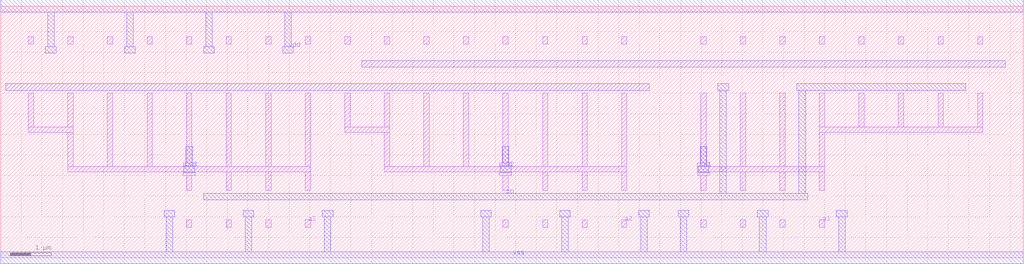
<source format=lef>
VERSION 5.7 ;

BUSBITCHARS "[]" ;
DIVIDERCHAR "/" ;

UNITS
  TIME NANOSECONDS 1 ;
  CAPACITANCE PICOFARADS 1 ;
  RESISTANCE OHMS 1 ;
  DATABASE MICRONS 1000 ;
END UNITS

MANUFACTURINGGRID 0.005 ;

PROPERTYDEFINITIONS
  LAYER LEF58_TYPE STRING ;
END PROPERTYDEFINITIONS

# High density, single height
SITE obssite
  SYMMETRY Y ;
  CLASS CORE ;
  SIZE 0.34 BY 6.12 ;
END obssite

#--------EOF---------

MACRO AN2D0
  CLASS CORE ;
  FOREIGN AN2D0 ;
  ORIGIN 0.000 0.000 ;
  SIZE 3.740 BY 6.120 ;
  SYMMETRY X Y R90 ;
  SITE obssite ;
  PIN a1
    DIRECTION INOUT ;
    USE SIGNAL ;
    ANTENNAGATEAREA 0.124800 ;
    PORT
      LAYER GatPoly ;
        RECT 0.670 5.200 0.800 5.380 ;
        RECT 0.670 2.300 0.800 4.600 ;
        RECT 0.585 2.000 0.885 2.300 ;
        RECT 0.670 1.280 0.800 2.000 ;
        RECT 0.670 0.740 0.800 0.920 ;
      LAYER Metal1 ;
        RECT 0.655 2.230 0.815 2.710 ;
        RECT 0.605 2.070 0.865 2.230 ;
    END
  END a1
  PIN z
    DIRECTION INOUT ;
    USE SIGNAL ;
    ANTENNADIFFAREA 0.542400 ;
    PORT
      LAYER Metal1 ;
        RECT 3.005 4.970 3.265 5.130 ;
        RECT 3.055 1.150 3.215 4.970 ;
        RECT 3.005 0.990 3.265 1.150 ;
    END
  END z
  PIN a2
    DIRECTION INOUT ;
    USE SIGNAL ;
    ANTENNAGATEAREA 0.124800 ;
    PORT
      LAYER GatPoly ;
        RECT 1.630 5.200 1.760 5.380 ;
        RECT 1.065 2.215 1.365 2.300 ;
        RECT 1.630 2.215 1.760 4.600 ;
        RECT 1.065 2.085 1.760 2.215 ;
        RECT 1.065 2.000 1.365 2.085 ;
        RECT 1.630 1.280 1.760 2.085 ;
        RECT 1.630 0.740 1.760 0.920 ;
      LAYER Metal1 ;
        RECT 1.135 2.230 1.295 2.710 ;
        RECT 1.085 2.070 1.345 2.230 ;
    END
  END a2
  PIN vss
    DIRECTION INOUT ;
    USE GROUND ;
    SHAPE ABUTMENT ;
    PORT
      LAYER Metal1 ;
        RECT 2.045 0.990 2.305 1.150 ;
        RECT 2.095 0.150 2.255 0.990 ;
        RECT 0.000 -0.150 3.740 0.150 ;
    END
  END vss
  PIN vdd
    DIRECTION INOUT ;
    USE POWER ;
    SHAPE ABUTMENT ;
    PORT
      LAYER Metal1 ;
        RECT 0.000 5.970 3.740 6.270 ;
        RECT 0.175 5.130 0.335 5.970 ;
        RECT 2.095 5.130 2.255 5.970 ;
        RECT 0.125 4.970 0.385 5.130 ;
        RECT 2.045 4.970 2.305 5.130 ;
    END
  END vdd
  OBS
      LAYER GatPoly ;
        RECT 2.590 5.200 2.720 5.380 ;
        RECT 2.590 2.300 2.720 4.600 ;
        RECT 2.505 2.000 2.805 2.300 ;
        RECT 2.590 1.280 2.720 2.000 ;
        RECT 2.590 0.740 2.720 0.920 ;
      LAYER Metal1 ;
        RECT 1.085 4.970 1.775 5.130 ;
        RECT 1.615 2.230 1.775 4.970 ;
        RECT 1.615 2.070 2.785 2.230 ;
        RECT 1.615 1.150 1.775 2.070 ;
        RECT 0.125 0.990 1.775 1.150 ;
  END
END AN2D0

#--------EOF---------

MACRO AN2D1
  CLASS CORE ;
  FOREIGN AN2D1 ;
  ORIGIN 0.000 0.000 ;
  SIZE 3.740 BY 6.120 ;
  SYMMETRY X Y R90 ;
  SITE obssite ;
  PIN a1
    DIRECTION INPUT ;
    USE SIGNAL ;
    ANTENNAGATEAREA 0.241150 ;
    PORT
      LAYER GatPoly ;
        RECT 0.670 5.200 0.800 5.380 ;
        RECT 0.670 2.300 0.800 4.000 ;
        RECT 0.585 2.000 0.885 2.300 ;
        RECT 0.670 1.575 0.800 2.000 ;
        RECT 0.670 0.740 0.800 0.920 ;
      LAYER Metal1 ;
        RECT 0.655 2.230 0.815 2.710 ;
        RECT 0.605 2.070 0.865 2.230 ;
    END
  END a1
  PIN z
    DIRECTION OUTPUT ;
    USE SIGNAL ;
    ANTENNADIFFAREA 1.084800 ;
    PORT
      LAYER Metal1 ;
        RECT 3.005 4.070 3.265 4.230 ;
        RECT 3.055 1.570 3.215 4.070 ;
        RECT 3.005 1.410 3.265 1.570 ;
    END
  END z
  PIN a2
    DIRECTION INPUT ;
    USE SIGNAL ;
    ANTENNAGATEAREA 0.241150 ;
    PORT
      LAYER GatPoly ;
        RECT 1.630 5.200 1.760 5.380 ;
        RECT 1.065 2.215 1.365 2.300 ;
        RECT 1.630 2.215 1.760 4.000 ;
        RECT 1.065 2.085 1.760 2.215 ;
        RECT 1.065 2.000 1.365 2.085 ;
        RECT 1.630 1.575 1.760 2.085 ;
        RECT 1.630 0.740 1.760 0.920 ;
      LAYER Metal1 ;
        RECT 1.135 2.230 1.295 2.710 ;
        RECT 1.085 2.070 1.345 2.230 ;
    END
  END a2
  PIN vss
    DIRECTION INOUT ;
    USE GROUND ;
    SHAPE ABUTMENT ;
    PORT
      LAYER Metal1 ;
        RECT 2.045 0.990 2.305 1.150 ;
        RECT 2.095 0.150 2.255 0.990 ;
        RECT 0.000 -0.150 3.740 0.150 ;
    END
  END vss
  PIN vdd
    DIRECTION INOUT ;
    USE POWER ;
    SHAPE ABUTMENT ;
    PORT
      LAYER Metal1 ;
        RECT 0.000 5.970 3.740 6.270 ;
        RECT 0.175 5.130 0.335 5.970 ;
        RECT 2.095 5.130 2.255 5.970 ;
        RECT 0.125 4.970 0.385 5.130 ;
        RECT 2.045 4.970 2.305 5.130 ;
    END
  END vdd
  OBS
      LAYER GatPoly ;
        RECT 2.590 5.200 2.720 5.380 ;
        RECT 2.590 2.300 2.720 4.000 ;
        RECT 2.505 2.000 2.805 2.300 ;
        RECT 2.590 1.640 2.720 2.000 ;
        RECT 2.590 0.740 2.720 0.920 ;
      LAYER Metal1 ;
        RECT 1.085 4.070 1.775 4.230 ;
        RECT 1.615 2.230 1.775 4.070 ;
        RECT 1.615 2.070 2.785 2.230 ;
        RECT 1.615 1.150 1.775 2.070 ;
        RECT 0.125 0.990 1.775 1.150 ;
  END
END AN2D1

#--------EOF---------

MACRO AN2D2
  CLASS CORE ;
  FOREIGN AN2D2 ;
  ORIGIN 0.000 0.000 ;
  SIZE 4.760 BY 6.120 ;
  SYMMETRY X Y R90 ;
  SITE obssite ;
  PIN a1
    DIRECTION INPUT ;
    USE SIGNAL ;
    ANTENNAGATEAREA 0.249600 ;
    PORT
      LAYER GatPoly ;
        RECT 3.550 5.200 3.680 5.380 ;
        RECT 3.550 2.300 3.680 4.000 ;
        RECT 3.465 2.000 3.765 2.300 ;
        RECT 3.550 1.640 3.680 2.000 ;
        RECT 3.550 0.740 3.680 0.920 ;
      LAYER Metal1 ;
        RECT 3.535 2.230 3.695 2.710 ;
        RECT 3.485 2.070 3.745 2.230 ;
    END
  END a1
  PIN z
    DIRECTION OUTPUT ;
    USE SIGNAL ;
    ANTENNADIFFAREA 1.593600 ;
    PORT
      LAYER Metal1 ;
        RECT 1.085 4.070 1.345 4.230 ;
        RECT 1.135 1.570 1.295 4.070 ;
        RECT 1.085 1.410 1.345 1.570 ;
    END
  END z
  PIN a2
    DIRECTION INPUT ;
    USE SIGNAL ;
    ANTENNAGATEAREA 0.249600 ;
    PORT
      LAYER GatPoly ;
        RECT 2.590 5.200 2.720 5.380 ;
        RECT 2.590 2.300 2.720 4.000 ;
        RECT 2.505 2.000 2.805 2.300 ;
        RECT 2.590 1.640 2.720 2.000 ;
        RECT 2.590 0.740 2.720 0.920 ;
      LAYER Metal1 ;
        RECT 2.575 2.230 2.735 2.710 ;
        RECT 2.525 2.070 2.785 2.230 ;
    END
  END a2
  PIN vss
    DIRECTION INOUT ;
    USE GROUND ;
    SHAPE ABUTMENT ;
    PORT
      LAYER Metal1 ;
        RECT 0.125 0.990 0.385 1.150 ;
        RECT 2.045 0.990 2.305 1.150 ;
        RECT 0.175 0.150 0.335 0.990 ;
        RECT 2.095 0.150 2.255 0.990 ;
        RECT 0.000 -0.150 4.760 0.150 ;
    END
  END vss
  PIN vdd
    DIRECTION INOUT ;
    USE POWER ;
    SHAPE ABUTMENT ;
    PORT
      LAYER Metal1 ;
        RECT 0.000 5.970 4.760 6.270 ;
        RECT 0.175 5.130 0.335 5.970 ;
        RECT 2.095 5.130 2.255 5.970 ;
        RECT 4.015 5.130 4.175 5.970 ;
        RECT 0.125 4.970 0.385 5.130 ;
        RECT 2.045 4.970 2.305 5.130 ;
        RECT 3.965 4.970 4.225 5.130 ;
    END
  END vdd
  OBS
      LAYER GatPoly ;
        RECT 0.670 5.200 0.800 5.380 ;
        RECT 1.630 5.200 1.760 5.380 ;
        RECT 0.670 2.215 0.800 4.000 ;
        RECT 1.630 2.300 1.760 4.000 ;
        RECT 1.545 2.215 1.845 2.300 ;
        RECT 0.670 2.085 1.845 2.215 ;
        RECT 0.670 1.640 0.800 2.085 ;
        RECT 1.545 2.000 1.845 2.085 ;
        RECT 1.630 1.640 1.760 2.000 ;
        RECT 0.670 0.740 0.800 0.920 ;
        RECT 1.630 0.740 1.760 0.920 ;
      LAYER Metal1 ;
        RECT 3.005 4.070 3.265 4.230 ;
        RECT 1.565 2.070 1.825 2.230 ;
        RECT 1.615 1.570 1.775 2.070 ;
        RECT 3.055 1.570 3.215 4.070 ;
        RECT 1.615 1.410 4.225 1.570 ;
  END
END AN2D2

#--------EOF---------

MACRO AN2D4
  CLASS CORE ;
  FOREIGN AN2D4 ;
  ORIGIN 0.000 0.000 ;
  SIZE 8.500 BY 6.120 ;
  SYMMETRY X Y R90 ;
  SITE obssite ;
  PIN a1
    DIRECTION INPUT ;
    USE SIGNAL ;
    ANTENNAGATEAREA 0.499200 ;
    PORT
      LAYER GatPoly ;
        RECT 1.630 5.200 1.760 5.380 ;
        RECT 2.590 5.200 2.720 5.380 ;
        RECT 1.630 2.780 1.760 4.000 ;
        RECT 1.545 2.480 1.845 2.780 ;
        RECT 1.630 2.215 1.760 2.480 ;
        RECT 2.590 2.215 2.720 4.000 ;
        RECT 1.630 2.085 2.720 2.215 ;
        RECT 1.630 1.640 1.760 2.085 ;
        RECT 2.590 1.640 2.720 2.085 ;
        RECT 1.630 0.740 1.760 0.920 ;
        RECT 2.590 0.740 2.720 0.920 ;
      LAYER Metal1 ;
        RECT 1.565 2.550 2.255 2.710 ;
    END
  END a1
  PIN z
    DIRECTION OUTPUT ;
    USE SIGNAL ;
    ANTENNADIFFAREA 3.187200 ;
    PORT
      LAYER Metal1 ;
        RECT 4.925 4.070 5.185 4.230 ;
        RECT 6.845 4.070 7.105 4.230 ;
        RECT 4.975 1.570 5.135 4.070 ;
        RECT 6.895 1.570 7.055 4.070 ;
        RECT 4.925 1.410 7.105 1.570 ;
    END
  END z
  PIN a2
    DIRECTION INPUT ;
    USE SIGNAL ;
    ANTENNAGATEAREA 0.499200 ;
    PORT
      LAYER GatPoly ;
        RECT 0.670 5.200 0.800 5.380 ;
        RECT 3.550 5.200 3.680 5.380 ;
        RECT 0.670 2.300 0.800 4.000 ;
        RECT 0.585 2.000 0.885 2.300 ;
        RECT 2.985 2.215 3.285 2.300 ;
        RECT 3.550 2.215 3.680 4.000 ;
        RECT 2.985 2.085 3.680 2.215 ;
        RECT 2.985 2.000 3.285 2.085 ;
        RECT 0.670 1.640 0.800 2.000 ;
        RECT 3.550 1.640 3.680 2.085 ;
        RECT 0.670 0.740 0.800 0.920 ;
        RECT 3.550 0.740 3.680 0.920 ;
      LAYER Metal1 ;
        RECT 0.605 2.070 3.265 2.230 ;
    END
  END a2
  PIN vss
    DIRECTION INOUT ;
    USE GROUND ;
    SHAPE ABUTMENT ;
    PORT
      LAYER Metal1 ;
        RECT 0.125 0.990 0.385 1.150 ;
        RECT 3.965 0.990 4.225 1.150 ;
        RECT 5.885 0.990 6.145 1.150 ;
        RECT 7.805 0.990 8.065 1.150 ;
        RECT 0.175 0.150 0.335 0.990 ;
        RECT 4.015 0.150 4.175 0.990 ;
        RECT 5.935 0.150 6.095 0.990 ;
        RECT 7.855 0.150 8.015 0.990 ;
        RECT 0.000 -0.150 8.500 0.150 ;
    END
  END vss
  PIN vdd
    DIRECTION INOUT ;
    USE POWER ;
    SHAPE ABUTMENT ;
    PORT
      LAYER Metal1 ;
        RECT 0.000 5.970 8.500 6.270 ;
        RECT 0.175 5.130 0.335 5.970 ;
        RECT 2.095 5.130 2.255 5.970 ;
        RECT 4.015 5.130 4.175 5.970 ;
        RECT 5.935 5.130 6.095 5.970 ;
        RECT 7.855 5.130 8.015 5.970 ;
        RECT 0.125 4.970 0.385 5.130 ;
        RECT 2.045 4.970 2.305 5.130 ;
        RECT 3.965 4.970 4.225 5.130 ;
        RECT 5.885 4.970 6.145 5.130 ;
        RECT 7.805 4.970 8.065 5.130 ;
    END
  END vdd
  OBS
      LAYER GatPoly ;
        RECT 4.510 5.200 4.640 5.380 ;
        RECT 5.470 5.200 5.600 5.380 ;
        RECT 6.430 5.200 6.560 5.380 ;
        RECT 7.390 5.200 7.520 5.380 ;
        RECT 3.945 3.175 4.245 3.260 ;
        RECT 4.510 3.175 4.640 4.000 ;
        RECT 3.945 3.045 4.640 3.175 ;
        RECT 3.945 2.960 4.245 3.045 ;
        RECT 4.510 2.300 4.640 3.045 ;
        RECT 4.425 2.215 4.725 2.300 ;
        RECT 5.470 2.215 5.600 4.000 ;
        RECT 6.430 2.215 6.560 4.000 ;
        RECT 7.390 2.215 7.520 4.000 ;
        RECT 4.425 2.085 7.520 2.215 ;
        RECT 4.425 2.000 4.725 2.085 ;
        RECT 4.510 1.640 4.640 2.000 ;
        RECT 5.470 1.640 5.600 2.085 ;
        RECT 6.430 1.640 6.560 2.085 ;
        RECT 7.390 1.640 7.520 2.085 ;
        RECT 4.510 0.740 4.640 0.920 ;
        RECT 5.470 0.740 5.600 0.920 ;
        RECT 6.430 0.740 6.560 0.920 ;
        RECT 7.390 0.740 7.520 0.920 ;
      LAYER Metal1 ;
        RECT 1.085 4.070 1.345 4.230 ;
        RECT 3.005 4.070 3.265 4.230 ;
        RECT 1.135 3.190 1.295 4.070 ;
        RECT 3.055 3.190 3.215 4.070 ;
        RECT 1.135 3.030 4.225 3.190 ;
        RECT 4.445 2.070 4.705 2.230 ;
        RECT 4.495 1.570 4.655 2.070 ;
        RECT 2.045 1.410 4.655 1.570 ;
  END
END AN2D4

#--------EOF---------

MACRO AO21D0
  CLASS CORE ;
  FOREIGN AO21D0 ;
  ORIGIN 0.000 0.000 ;
  SIZE 4.760 BY 6.120 ;
  SYMMETRY X Y R90 ;
  SITE obssite ;
  PIN a2
    DIRECTION INPUT ;
    USE SIGNAL ;
    ANTENNAGATEAREA 0.124800 ;
    PORT
      LAYER GatPoly ;
        RECT 3.550 5.200 3.680 5.380 ;
        RECT 3.550 2.300 3.680 4.600 ;
        RECT 3.465 2.000 3.765 2.300 ;
        RECT 3.550 1.280 3.680 2.000 ;
        RECT 3.550 0.740 3.680 0.920 ;
      LAYER Metal1 ;
        RECT 3.535 2.230 3.695 2.710 ;
        RECT 3.485 2.070 3.745 2.230 ;
    END
  END a2
  PIN a1
    DIRECTION INPUT ;
    USE SIGNAL ;
    ANTENNAGATEAREA 0.124800 ;
    PORT
      LAYER GatPoly ;
        RECT 2.590 5.200 2.720 5.380 ;
        RECT 2.590 2.300 2.720 4.600 ;
        RECT 2.505 2.000 2.805 2.300 ;
        RECT 2.590 1.280 2.720 2.000 ;
        RECT 2.590 0.740 2.720 0.920 ;
      LAYER Metal1 ;
        RECT 2.575 2.230 2.735 2.710 ;
        RECT 2.525 2.070 2.785 2.230 ;
    END
  END a1
  PIN b
    DIRECTION INPUT ;
    USE SIGNAL ;
    ANTENNAGATEAREA 0.124800 ;
    PORT
      LAYER GatPoly ;
        RECT 1.630 5.200 1.760 5.380 ;
        RECT 1.630 2.780 1.760 4.600 ;
        RECT 1.545 2.480 1.845 2.780 ;
        RECT 1.630 1.280 1.760 2.480 ;
        RECT 1.630 0.740 1.760 0.920 ;
      LAYER Metal1 ;
        RECT 1.615 2.710 1.775 3.190 ;
        RECT 1.565 2.550 1.825 2.710 ;
    END
  END b
  PIN z
    DIRECTION OUTPUT ;
    USE SIGNAL ;
    ANTENNADIFFAREA 0.542400 ;
    PORT
      LAYER Metal1 ;
        RECT 0.125 4.970 0.385 5.130 ;
        RECT 0.175 1.150 0.335 4.970 ;
        RECT 0.125 0.990 0.385 1.150 ;
    END
  END z
  PIN vss
    DIRECTION INOUT ;
    USE GROUND ;
    SHAPE ABUTMENT ;
    PORT
      LAYER Metal1 ;
        RECT 1.085 0.990 1.345 1.150 ;
        RECT 3.965 0.990 4.225 1.150 ;
        RECT 1.135 0.150 1.295 0.990 ;
        RECT 4.015 0.150 4.175 0.990 ;
        RECT 0.000 -0.150 4.760 0.150 ;
    END
  END vss
  PIN vdd
    DIRECTION INOUT ;
    USE POWER ;
    SHAPE ABUTMENT ;
    PORT
      LAYER Metal1 ;
        RECT 0.000 5.970 4.760 6.270 ;
        RECT 1.135 5.130 1.295 5.970 ;
        RECT 1.085 4.970 1.345 5.130 ;
    END
  END vdd
  OBS
      LAYER GatPoly ;
        RECT 0.670 5.200 0.800 5.380 ;
        RECT 0.670 2.300 0.800 4.600 ;
        RECT 0.585 2.000 0.885 2.300 ;
        RECT 0.670 1.280 0.800 2.000 ;
        RECT 0.670 0.740 0.800 0.920 ;
      LAYER Metal1 ;
        RECT 2.575 5.630 3.695 5.790 ;
        RECT 2.575 5.130 2.735 5.630 ;
        RECT 3.535 5.130 3.695 5.630 ;
        RECT 2.045 4.970 2.735 5.130 ;
        RECT 3.005 4.970 3.265 5.130 ;
        RECT 3.535 4.970 4.225 5.130 ;
        RECT 3.055 4.790 3.215 4.970 ;
        RECT 2.095 4.630 3.215 4.790 ;
        RECT 2.095 2.230 2.255 4.630 ;
        RECT 0.605 2.070 2.255 2.230 ;
        RECT 2.095 1.150 2.255 2.070 ;
        RECT 2.045 0.990 2.305 1.150 ;
  END
END AO21D0

#--------EOF---------

MACRO AO21D1
  CLASS CORE ;
  FOREIGN AO21D1 ;
  ORIGIN 0.000 0.000 ;
  SIZE 4.760 BY 6.120 ;
  SYMMETRY X Y R90 ;
  SITE obssite ;
  PIN a2
    DIRECTION INPUT ;
    USE SIGNAL ;
    ANTENNAGATEAREA 0.249600 ;
    PORT
      LAYER GatPoly ;
        RECT 3.550 5.200 3.680 5.380 ;
        RECT 3.550 2.300 3.680 4.000 ;
        RECT 3.465 2.000 3.765 2.300 ;
        RECT 3.550 1.640 3.680 2.000 ;
        RECT 3.550 0.740 3.680 0.920 ;
      LAYER Metal1 ;
        RECT 3.535 2.230 3.695 2.710 ;
        RECT 3.485 2.070 3.745 2.230 ;
    END
  END a2
  PIN a1
    DIRECTION INPUT ;
    USE SIGNAL ;
    ANTENNAGATEAREA 0.249600 ;
    PORT
      LAYER GatPoly ;
        RECT 2.590 5.200 2.720 5.380 ;
        RECT 2.590 2.300 2.720 4.000 ;
        RECT 2.505 2.000 2.805 2.300 ;
        RECT 2.590 1.640 2.720 2.000 ;
        RECT 2.590 0.740 2.720 0.920 ;
      LAYER Metal1 ;
        RECT 2.575 2.230 2.735 2.710 ;
        RECT 2.525 2.070 2.785 2.230 ;
    END
  END a1
  PIN b
    DIRECTION INPUT ;
    USE SIGNAL ;
    ANTENNAGATEAREA 0.249600 ;
    PORT
      LAYER GatPoly ;
        RECT 1.630 5.200 1.760 5.380 ;
        RECT 1.630 2.780 1.760 4.000 ;
        RECT 1.545 2.480 1.845 2.780 ;
        RECT 1.630 1.640 1.760 2.480 ;
        RECT 1.630 0.740 1.760 0.920 ;
      LAYER Metal1 ;
        RECT 1.615 2.710 1.775 3.190 ;
        RECT 1.565 2.550 1.825 2.710 ;
    END
  END b
  PIN z
    DIRECTION OUTPUT ;
    USE SIGNAL ;
    ANTENNADIFFAREA 1.084800 ;
    PORT
      LAYER Metal1 ;
        RECT 0.125 4.070 0.385 4.230 ;
        RECT 0.175 1.570 0.335 4.070 ;
        RECT 0.125 1.410 0.385 1.570 ;
    END
  END z
  PIN vss
    DIRECTION INOUT ;
    USE GROUND ;
    SHAPE ABUTMENT ;
    PORT
      LAYER Metal1 ;
        RECT 1.085 0.990 1.345 1.150 ;
        RECT 3.965 0.990 4.225 1.150 ;
        RECT 1.135 0.150 1.295 0.990 ;
        RECT 4.015 0.150 4.175 0.990 ;
        RECT 0.000 -0.150 4.760 0.150 ;
    END
  END vss
  PIN vdd
    DIRECTION INOUT ;
    USE POWER ;
    SHAPE ABUTMENT ;
    PORT
      LAYER Metal1 ;
        RECT 0.000 5.970 4.760 6.270 ;
        RECT 1.135 5.130 1.295 5.970 ;
        RECT 1.085 4.970 1.345 5.130 ;
    END
  END vdd
  OBS
      LAYER GatPoly ;
        RECT 0.670 5.200 0.800 5.380 ;
        RECT 0.670 2.300 0.800 4.000 ;
        RECT 0.585 2.000 0.885 2.300 ;
        RECT 0.670 1.640 0.800 2.000 ;
        RECT 0.670 0.740 0.800 0.920 ;
      LAYER Metal1 ;
        RECT 2.045 4.630 4.225 4.790 ;
        RECT 3.005 4.070 3.265 4.230 ;
        RECT 3.055 3.190 3.215 4.070 ;
        RECT 2.095 3.030 3.215 3.190 ;
        RECT 2.095 2.230 2.255 3.030 ;
        RECT 0.605 2.070 2.255 2.230 ;
        RECT 2.095 1.570 2.255 2.070 ;
        RECT 2.045 1.410 2.305 1.570 ;
  END
END AO21D1

#--------EOF---------

MACRO AO21D2
  CLASS CORE ;
  FOREIGN AO21D2 ;
  ORIGIN 0.000 0.000 ;
  SIZE 5.440 BY 6.120 ;
  SYMMETRY X Y R90 ;
  SITE obssite ;
  PIN a2
    DIRECTION INPUT ;
    USE SIGNAL ;
    ANTENNAGATEAREA 0.249600 ;
    PORT
      LAYER GatPoly ;
        RECT 4.510 5.200 4.640 5.380 ;
        RECT 4.510 2.300 4.640 4.000 ;
        RECT 4.425 2.000 4.725 2.300 ;
        RECT 4.510 1.640 4.640 2.000 ;
        RECT 4.510 0.740 4.640 0.920 ;
      LAYER Metal1 ;
        RECT 4.495 2.230 4.655 2.710 ;
        RECT 4.445 2.070 4.705 2.230 ;
    END
  END a2
  PIN a1
    DIRECTION INPUT ;
    USE SIGNAL ;
    ANTENNAGATEAREA 0.249600 ;
    PORT
      LAYER GatPoly ;
        RECT 3.550 5.200 3.680 5.380 ;
        RECT 3.550 2.300 3.680 4.000 ;
        RECT 3.465 2.000 3.765 2.300 ;
        RECT 3.550 1.640 3.680 2.000 ;
        RECT 3.550 0.740 3.680 0.920 ;
      LAYER Metal1 ;
        RECT 3.535 2.230 3.695 2.710 ;
        RECT 3.485 2.070 3.745 2.230 ;
    END
  END a1
  PIN b
    DIRECTION INPUT ;
    USE SIGNAL ;
    ANTENNAGATEAREA 0.249600 ;
    PORT
      LAYER GatPoly ;
        RECT 2.590 5.200 2.720 5.380 ;
        RECT 2.590 2.780 2.720 4.000 ;
        RECT 2.505 2.480 2.805 2.780 ;
        RECT 2.590 1.640 2.720 2.480 ;
        RECT 2.590 0.740 2.720 0.920 ;
      LAYER Metal1 ;
        RECT 2.575 2.710 2.735 3.190 ;
        RECT 2.525 2.550 2.785 2.710 ;
    END
  END b
  PIN z
    DIRECTION OUTPUT ;
    USE SIGNAL ;
    ANTENNADIFFAREA 1.593600 ;
    PORT
      LAYER Metal1 ;
        RECT 1.085 4.070 1.345 4.230 ;
        RECT 1.135 1.570 1.295 4.070 ;
        RECT 1.085 1.410 1.345 1.570 ;
    END
  END z
  PIN vss
    DIRECTION INOUT ;
    USE GROUND ;
    SHAPE ABUTMENT ;
    PORT
      LAYER Metal1 ;
        RECT 0.125 0.990 0.385 1.150 ;
        RECT 2.045 0.990 2.305 1.150 ;
        RECT 4.925 0.990 5.185 1.150 ;
        RECT 0.175 0.150 0.335 0.990 ;
        RECT 2.095 0.150 2.255 0.990 ;
        RECT 4.975 0.150 5.135 0.990 ;
        RECT 0.000 -0.150 5.440 0.150 ;
    END
  END vss
  PIN vdd
    DIRECTION INOUT ;
    USE POWER ;
    SHAPE ABUTMENT ;
    PORT
      LAYER Metal1 ;
        RECT 0.000 5.970 5.440 6.270 ;
        RECT 0.175 5.130 0.335 5.970 ;
        RECT 2.095 5.130 2.255 5.970 ;
        RECT 0.125 4.970 0.385 5.130 ;
        RECT 2.045 4.970 2.305 5.130 ;
    END
  END vdd
  OBS
      LAYER GatPoly ;
        RECT 0.670 5.200 0.800 5.380 ;
        RECT 1.630 5.200 1.760 5.380 ;
        RECT 0.670 2.215 0.800 4.000 ;
        RECT 1.630 2.300 1.760 4.000 ;
        RECT 1.545 2.215 1.845 2.300 ;
        RECT 0.670 2.085 1.845 2.215 ;
        RECT 0.670 1.640 0.800 2.085 ;
        RECT 1.545 2.000 1.845 2.085 ;
        RECT 1.630 1.640 1.760 2.000 ;
        RECT 0.670 0.740 0.800 0.920 ;
        RECT 1.630 0.740 1.760 0.920 ;
      LAYER Metal1 ;
        RECT 3.005 4.630 5.185 4.790 ;
        RECT 3.965 4.070 4.225 4.230 ;
        RECT 4.015 3.190 4.175 4.070 ;
        RECT 3.055 3.030 4.175 3.190 ;
        RECT 3.055 2.230 3.215 3.030 ;
        RECT 1.565 2.070 3.215 2.230 ;
        RECT 3.055 1.570 3.215 2.070 ;
        RECT 3.005 1.410 3.265 1.570 ;
  END
END AO21D2

#--------EOF---------

MACRO AOI21D0
  CLASS CORE ;
  FOREIGN AOI21D0 ;
  ORIGIN 0.000 0.000 ;
  SIZE 3.740 BY 6.120 ;
  SYMMETRY X Y R90 ;
  SITE obssite ;
  PIN zn
    DIRECTION OUTPUT ;
    USE SIGNAL ;
    ANTENNADIFFAREA 0.796800 ;
    PORT
      LAYER Metal1 ;
        RECT 1.085 4.970 1.345 5.130 ;
        RECT 1.135 4.790 1.295 4.970 ;
        RECT 1.135 4.630 2.255 4.790 ;
        RECT 2.095 1.150 2.255 4.630 ;
        RECT 2.045 0.990 2.305 1.150 ;
    END
  END zn
  PIN a1
    DIRECTION INPUT ;
    USE SIGNAL ;
    ANTENNAGATEAREA 0.124800 ;
    PORT
      LAYER GatPoly ;
        RECT 1.630 5.200 1.760 5.380 ;
        RECT 1.630 2.300 1.760 4.600 ;
        RECT 1.545 2.000 1.845 2.300 ;
        RECT 1.630 1.280 1.760 2.000 ;
        RECT 1.630 0.740 1.760 0.920 ;
      LAYER Metal1 ;
        RECT 1.615 2.230 1.775 2.710 ;
        RECT 1.565 2.070 1.825 2.230 ;
    END
  END a1
  PIN a2
    DIRECTION INPUT ;
    USE SIGNAL ;
    ANTENNAGATEAREA 0.124800 ;
    PORT
      LAYER GatPoly ;
        RECT 0.670 5.200 0.800 5.380 ;
        RECT 0.670 2.300 0.800 4.600 ;
        RECT 0.585 2.000 0.885 2.300 ;
        RECT 0.670 1.280 0.800 2.000 ;
        RECT 0.670 0.740 0.800 0.920 ;
      LAYER Metal1 ;
        RECT 0.655 2.230 0.815 2.710 ;
        RECT 0.605 2.070 0.865 2.230 ;
    END
  END a2
  PIN b
    DIRECTION INPUT ;
    USE SIGNAL ;
    ANTENNAGATEAREA 0.124800 ;
    PORT
      LAYER GatPoly ;
        RECT 2.590 5.200 2.720 5.380 ;
        RECT 2.590 2.300 2.720 4.600 ;
        RECT 2.505 2.000 2.805 2.300 ;
        RECT 2.590 1.280 2.720 2.000 ;
        RECT 2.590 0.740 2.720 0.920 ;
      LAYER Metal1 ;
        RECT 2.575 2.230 2.735 2.710 ;
        RECT 2.525 2.070 2.785 2.230 ;
    END
  END b
  PIN vss
    DIRECTION INOUT ;
    USE GROUND ;
    SHAPE ABUTMENT ;
    PORT
      LAYER Metal1 ;
        RECT 0.125 0.990 0.385 1.150 ;
        RECT 3.005 0.990 3.265 1.150 ;
        RECT 0.175 0.150 0.335 0.990 ;
        RECT 3.055 0.150 3.215 0.990 ;
        RECT 0.000 -0.150 3.740 0.150 ;
    END
  END vss
  PIN vdd
    DIRECTION INOUT ;
    USE POWER ;
    SHAPE ABUTMENT ;
    PORT
      LAYER Metal1 ;
        RECT 0.000 5.970 3.740 6.270 ;
        RECT 3.055 5.130 3.215 5.970 ;
        RECT 3.005 4.970 3.265 5.130 ;
    END
  END vdd
  OBS
      LAYER Metal1 ;
        RECT 0.655 5.630 1.775 5.790 ;
        RECT 0.655 5.130 0.815 5.630 ;
        RECT 0.125 4.970 0.815 5.130 ;
        RECT 1.615 5.130 1.775 5.630 ;
        RECT 1.615 4.970 2.305 5.130 ;
  END
END AOI21D0

#--------EOF---------

MACRO AOI21D1
  CLASS CORE ;
  FOREIGN AOI21D1 ;
  ORIGIN 0.000 0.000 ;
  SIZE 3.740 BY 6.120 ;
  SYMMETRY X Y R90 ;
  SITE obssite ;
  PIN zn
    DIRECTION OUTPUT ;
    USE SIGNAL ;
    ANTENNADIFFAREA 1.593600 ;
    PORT
      LAYER Metal1 ;
        RECT 1.085 4.070 1.345 4.230 ;
        RECT 1.135 3.190 1.295 4.070 ;
        RECT 1.135 3.030 2.255 3.190 ;
        RECT 2.095 1.570 2.255 3.030 ;
        RECT 2.045 1.410 2.305 1.570 ;
    END
  END zn
  PIN a1
    DIRECTION INPUT ;
    USE SIGNAL ;
    ANTENNAGATEAREA 0.249600 ;
    PORT
      LAYER GatPoly ;
        RECT 1.630 5.200 1.760 5.380 ;
        RECT 1.630 2.300 1.760 4.000 ;
        RECT 1.545 2.000 1.845 2.300 ;
        RECT 1.630 1.640 1.760 2.000 ;
        RECT 1.630 0.740 1.760 0.920 ;
      LAYER Metal1 ;
        RECT 1.615 2.230 1.775 2.710 ;
        RECT 1.565 2.070 1.825 2.230 ;
    END
  END a1
  PIN a2
    DIRECTION INPUT ;
    USE SIGNAL ;
    ANTENNAGATEAREA 0.249600 ;
    PORT
      LAYER GatPoly ;
        RECT 0.670 5.200 0.800 5.380 ;
        RECT 0.670 2.300 0.800 4.000 ;
        RECT 0.585 2.000 0.885 2.300 ;
        RECT 0.670 1.640 0.800 2.000 ;
        RECT 0.670 0.740 0.800 0.920 ;
      LAYER Metal1 ;
        RECT 0.655 2.230 0.815 2.710 ;
        RECT 0.605 2.070 0.865 2.230 ;
    END
  END a2
  PIN b
    DIRECTION INPUT ;
    USE SIGNAL ;
    ANTENNAGATEAREA 0.249600 ;
    PORT
      LAYER GatPoly ;
        RECT 2.590 5.200 2.720 5.380 ;
        RECT 2.590 2.300 2.720 4.000 ;
        RECT 2.505 2.000 2.805 2.300 ;
        RECT 2.590 1.640 2.720 2.000 ;
        RECT 2.590 0.740 2.720 0.920 ;
      LAYER Metal1 ;
        RECT 2.575 2.230 2.735 2.710 ;
        RECT 2.525 2.070 2.785 2.230 ;
    END
  END b
  PIN vss
    DIRECTION INOUT ;
    USE GROUND ;
    SHAPE ABUTMENT ;
    PORT
      LAYER Metal1 ;
        RECT 0.125 0.990 0.385 1.150 ;
        RECT 3.005 0.990 3.265 1.150 ;
        RECT 0.175 0.150 0.335 0.990 ;
        RECT 3.055 0.150 3.215 0.990 ;
        RECT 0.000 -0.150 3.740 0.150 ;
    END
  END vss
  PIN vdd
    DIRECTION INOUT ;
    USE POWER ;
    SHAPE ABUTMENT ;
    PORT
      LAYER Metal1 ;
        RECT 0.000 5.970 3.740 6.270 ;
        RECT 3.055 5.130 3.215 5.970 ;
        RECT 3.005 4.970 3.265 5.130 ;
    END
  END vdd
  OBS
      LAYER Metal1 ;
        RECT 0.125 4.630 2.305 4.790 ;
  END
END AOI21D1

#--------EOF---------

MACRO ANTENNA
  CLASS CORE ANTENNACELL ;
  FOREIGN ANTENNA ;
  ORIGIN 0.000 0.000 ;
  SIZE 2.380 BY 6.120 ;
  SYMMETRY X Y R90 ;
  SITE obssite ;
  PIN vss
    DIRECTION INOUT ;
    USE GROUND ;
    PORT
      LAYER Metal1 ;
        RECT 0.000 -0.150 2.380 0.150 ;
    END
  END vss
  PIN vdd
    DIRECTION INOUT ;
    USE POWER ;
    PORT
      LAYER Metal1 ;
        RECT 0.000 5.970 2.380 6.270 ;
    END
  END vdd
  PIN i
    DIRECTION INPUT ;
    USE SIGNAL ;
    ANTENNAGATEAREA 1.440450 ;
    ANTENNADIFFAREA 2.880900 ;
    PORT
      LAYER Metal1 ;
        RECT 0.590 5.040 1.810 5.200 ;
        RECT 0.640 1.080 0.800 5.040 ;
        RECT 0.590 0.920 1.810 1.080 ;
    END
  END i
END ANTENNA

#--------EOF---------

MACRO BUFFD0
  CLASS CORE ;
  FOREIGN BUFFD0 ;
  ORIGIN 0.000 0.000 ;
  SIZE 2.720 BY 6.120 ;
  SYMMETRY X Y R90 ;
  SITE obssite ;
  PIN z
    DIRECTION OUTPUT ;
    USE SIGNAL ;
    ANTENNADIFFAREA 0.486775 ;
    PORT
      LAYER Metal1 ;
        RECT 2.045 4.970 2.305 5.130 ;
        RECT 2.095 1.150 2.255 4.970 ;
        RECT 2.045 0.990 2.305 1.150 ;
    END
  END z
  PIN i
    DIRECTION INPUT ;
    USE SIGNAL ;
    ANTENNAGATEAREA 0.078650 ;
    PORT
      LAYER GatPoly ;
        RECT 0.670 5.200 0.800 5.380 ;
        RECT 0.670 2.300 0.800 4.840 ;
        RECT 0.585 2.000 0.885 2.300 ;
        RECT 0.670 1.165 0.800 2.000 ;
        RECT 0.670 0.740 0.800 0.920 ;
      LAYER Metal1 ;
        RECT 0.655 2.230 0.815 2.710 ;
        RECT 0.605 2.070 0.865 2.230 ;
    END
  END i
  PIN vss
    DIRECTION INOUT ;
    USE GROUND ;
    SHAPE ABUTMENT ;
    PORT
      LAYER Metal1 ;
        RECT 1.085 0.990 1.345 1.150 ;
        RECT 1.135 0.150 1.295 0.990 ;
        RECT 0.000 -0.150 2.720 0.150 ;
    END
  END vss
  PIN vdd
    DIRECTION INOUT ;
    USE POWER ;
    SHAPE ABUTMENT ;
    PORT
      LAYER Metal1 ;
        RECT 0.000 5.970 2.720 6.270 ;
        RECT 1.135 5.130 1.295 5.970 ;
        RECT 1.085 4.970 1.345 5.130 ;
    END
  END vdd
  OBS
      LAYER GatPoly ;
        RECT 1.630 5.200 1.760 5.380 ;
        RECT 1.065 1.555 1.365 1.640 ;
        RECT 1.630 1.555 1.760 4.615 ;
        RECT 1.065 1.425 1.760 1.555 ;
        RECT 1.065 1.340 1.365 1.425 ;
        RECT 1.630 1.170 1.760 1.425 ;
        RECT 1.630 0.740 1.760 0.920 ;
      LAYER Metal1 ;
        RECT 0.125 4.970 0.385 5.130 ;
        RECT 0.175 1.570 0.335 4.970 ;
        RECT 0.175 1.410 1.345 1.570 ;
        RECT 0.175 1.150 0.335 1.410 ;
        RECT 0.125 0.990 0.385 1.150 ;
  END
END BUFFD0

#--------EOF---------

MACRO BUFFD1
  CLASS CORE ;
  FOREIGN BUFFD1 ;
  ORIGIN 0.000 0.000 ;
  SIZE 2.720 BY 6.120 ;
  SYMMETRY X Y R90 ;
  SITE obssite ;
  PIN z
    DIRECTION OUTPUT ;
    USE SIGNAL ;
    ANTENNADIFFAREA 1.084800 ;
    PORT
      LAYER Metal1 ;
        RECT 2.045 4.070 2.305 4.230 ;
        RECT 2.095 1.570 2.255 4.070 ;
        RECT 2.045 1.410 2.305 1.570 ;
    END
  END z
  PIN i
    DIRECTION INPUT ;
    USE SIGNAL ;
    ANTENNAGATEAREA 0.124800 ;
    PORT
      LAYER GatPoly ;
        RECT 0.670 5.200 0.800 5.380 ;
        RECT 0.670 2.780 0.800 4.600 ;
        RECT 0.585 2.480 0.885 2.780 ;
        RECT 0.670 1.280 0.800 2.480 ;
        RECT 0.670 0.740 0.800 0.920 ;
      LAYER Metal1 ;
        RECT 0.655 2.710 0.815 3.190 ;
        RECT 0.605 2.550 0.865 2.710 ;
    END
  END i
  PIN vss
    DIRECTION INOUT ;
    USE GROUND ;
    SHAPE ABUTMENT ;
    PORT
      LAYER Metal1 ;
        RECT 1.085 0.990 1.345 1.150 ;
        RECT 1.135 0.150 1.295 0.990 ;
        RECT 0.000 -0.150 2.720 0.150 ;
    END
  END vss
  PIN vdd
    DIRECTION INOUT ;
    USE POWER ;
    SHAPE ABUTMENT ;
    PORT
      LAYER Metal1 ;
        RECT 0.000 5.970 2.720 6.270 ;
        RECT 1.135 5.130 1.295 5.970 ;
        RECT 1.085 4.970 1.345 5.130 ;
    END
  END vdd
  OBS
      LAYER GatPoly ;
        RECT 1.630 5.200 1.760 5.380 ;
        RECT 1.065 2.215 1.365 2.300 ;
        RECT 1.630 2.215 1.760 4.000 ;
        RECT 1.065 2.085 1.760 2.215 ;
        RECT 1.065 2.000 1.365 2.085 ;
        RECT 1.630 1.640 1.760 2.085 ;
        RECT 1.630 0.740 1.760 0.920 ;
      LAYER Metal1 ;
        RECT 0.125 4.970 0.385 5.130 ;
        RECT 0.175 2.230 0.335 4.970 ;
        RECT 0.175 2.070 1.345 2.230 ;
        RECT 0.175 1.150 0.335 2.070 ;
        RECT 0.125 0.990 0.385 1.150 ;
  END
END BUFFD1

#--------EOF---------

MACRO BUFFD2
  CLASS CORE ;
  FOREIGN BUFFD2 ;
  ORIGIN 0.000 0.000 ;
  SIZE 3.740 BY 6.120 ;
  SYMMETRY X Y R90 ;
  SITE obssite ;
  PIN i
    DIRECTION INPUT ;
    USE SIGNAL ;
    ANTENNAGATEAREA 0.249600 ;
    PORT
      LAYER GatPoly ;
        RECT 2.590 5.200 2.720 5.380 ;
        RECT 2.590 2.300 2.720 4.000 ;
        RECT 2.505 2.000 2.805 2.300 ;
        RECT 2.590 1.640 2.720 2.000 ;
        RECT 2.590 0.740 2.720 0.920 ;
      LAYER Metal1 ;
        RECT 2.575 2.230 2.735 2.710 ;
        RECT 2.525 2.070 2.785 2.230 ;
    END
  END i
  PIN z
    DIRECTION OUTPUT ;
    USE SIGNAL ;
    ANTENNADIFFAREA 1.593600 ;
    PORT
      LAYER Metal1 ;
        RECT 1.085 4.070 1.345 4.230 ;
        RECT 1.135 1.570 1.295 4.070 ;
        RECT 1.085 1.410 1.345 1.570 ;
    END
  END z
  PIN vss
    DIRECTION INOUT ;
    USE GROUND ;
    SHAPE ABUTMENT ;
    PORT
      LAYER Metal1 ;
        RECT 0.125 0.990 0.385 1.150 ;
        RECT 2.045 0.990 2.305 1.150 ;
        RECT 0.175 0.150 0.335 0.990 ;
        RECT 2.095 0.150 2.255 0.990 ;
        RECT 0.000 -0.150 3.740 0.150 ;
    END
  END vss
  PIN vdd
    DIRECTION INOUT ;
    USE POWER ;
    SHAPE ABUTMENT ;
    PORT
      LAYER Metal1 ;
        RECT 0.000 5.970 3.740 6.270 ;
        RECT 0.175 5.130 0.335 5.970 ;
        RECT 2.095 5.130 2.255 5.970 ;
        RECT 0.125 4.970 0.385 5.130 ;
        RECT 2.045 4.970 2.305 5.130 ;
    END
  END vdd
  OBS
      LAYER GatPoly ;
        RECT 0.670 5.200 0.800 5.380 ;
        RECT 1.630 5.200 1.760 5.380 ;
        RECT 0.670 2.215 0.800 4.000 ;
        RECT 1.630 2.300 1.760 4.000 ;
        RECT 1.545 2.215 1.845 2.300 ;
        RECT 0.670 2.085 1.845 2.215 ;
        RECT 0.670 1.640 0.800 2.085 ;
        RECT 1.545 2.000 1.845 2.085 ;
        RECT 1.630 1.640 1.760 2.000 ;
        RECT 0.670 0.740 0.800 0.920 ;
        RECT 1.630 0.740 1.760 0.920 ;
      LAYER Metal1 ;
        RECT 3.005 4.070 3.265 4.230 ;
        RECT 1.565 2.070 1.825 2.230 ;
        RECT 1.615 1.570 1.775 2.070 ;
        RECT 3.055 1.570 3.215 4.070 ;
        RECT 1.615 1.410 3.265 1.570 ;
  END
END BUFFD2

#--------EOF---------

MACRO BUFFD4
  CLASS CORE ;
  FOREIGN BUFFD4 ;
  ORIGIN 0.000 0.000 ;
  SIZE 6.460 BY 6.120 ;
  SYMMETRY X Y R90 ;
  SITE obssite ;
  PIN z
    DIRECTION OUTPUT ;
    USE SIGNAL ;
    ANTENNADIFFAREA 3.187200 ;
    PORT
      LAYER Metal1 ;
        RECT 3.005 4.070 3.265 4.230 ;
        RECT 4.925 4.070 5.185 4.230 ;
        RECT 3.055 1.570 3.215 4.070 ;
        RECT 4.975 1.570 5.135 4.070 ;
        RECT 3.005 1.410 5.185 1.570 ;
    END
  END z
  PIN i
    DIRECTION INPUT ;
    USE SIGNAL ;
    ANTENNAGATEAREA 0.499200 ;
    PORT
      LAYER GatPoly ;
        RECT 0.670 5.200 0.800 5.380 ;
        RECT 1.630 5.200 1.760 5.380 ;
        RECT 0.670 2.300 0.800 4.000 ;
        RECT 0.585 2.215 0.885 2.300 ;
        RECT 1.630 2.215 1.760 4.000 ;
        RECT 0.585 2.085 1.760 2.215 ;
        RECT 0.585 2.000 0.885 2.085 ;
        RECT 0.670 1.640 0.800 2.000 ;
        RECT 1.630 1.640 1.760 2.085 ;
        RECT 0.670 0.740 0.800 0.920 ;
        RECT 1.630 0.740 1.760 0.920 ;
      LAYER Metal1 ;
        RECT 0.655 2.230 0.815 2.710 ;
        RECT 0.605 2.070 0.865 2.230 ;
    END
  END i
  PIN vss
    DIRECTION INOUT ;
    USE GROUND ;
    SHAPE ABUTMENT ;
    PORT
      LAYER Metal1 ;
        RECT 0.125 0.990 0.385 1.150 ;
        RECT 2.045 0.990 2.305 1.150 ;
        RECT 3.965 0.990 4.225 1.150 ;
        RECT 5.885 0.990 6.145 1.150 ;
        RECT 0.175 0.150 0.335 0.990 ;
        RECT 2.095 0.150 2.255 0.990 ;
        RECT 4.015 0.150 4.175 0.990 ;
        RECT 5.935 0.150 6.095 0.990 ;
        RECT 0.000 -0.150 6.460 0.150 ;
    END
  END vss
  PIN vdd
    DIRECTION INOUT ;
    USE POWER ;
    SHAPE ABUTMENT ;
    PORT
      LAYER Metal1 ;
        RECT 0.000 5.970 6.460 6.270 ;
        RECT 0.175 5.130 0.335 5.970 ;
        RECT 2.095 5.130 2.255 5.970 ;
        RECT 4.015 5.130 4.175 5.970 ;
        RECT 5.935 5.130 6.095 5.970 ;
        RECT 0.125 4.970 0.385 5.130 ;
        RECT 2.045 4.970 2.305 5.130 ;
        RECT 3.965 4.970 4.225 5.130 ;
        RECT 5.885 4.970 6.145 5.130 ;
    END
  END vdd
  OBS
      LAYER GatPoly ;
        RECT 2.590 5.200 2.720 5.380 ;
        RECT 3.550 5.200 3.680 5.380 ;
        RECT 4.510 5.200 4.640 5.380 ;
        RECT 5.470 5.200 5.600 5.380 ;
        RECT 2.025 2.215 2.325 2.300 ;
        RECT 2.590 2.215 2.720 4.000 ;
        RECT 3.550 2.215 3.680 4.000 ;
        RECT 4.510 2.215 4.640 4.000 ;
        RECT 5.470 2.215 5.600 4.000 ;
        RECT 2.025 2.085 5.600 2.215 ;
        RECT 2.025 2.000 2.325 2.085 ;
        RECT 2.590 1.640 2.720 2.085 ;
        RECT 3.550 1.640 3.680 2.085 ;
        RECT 4.510 1.640 4.640 2.085 ;
        RECT 5.470 1.640 5.600 2.085 ;
        RECT 2.590 0.740 2.720 0.920 ;
        RECT 3.550 0.740 3.680 0.920 ;
        RECT 4.510 0.740 4.640 0.920 ;
        RECT 5.470 0.740 5.600 0.920 ;
      LAYER Metal1 ;
        RECT 1.085 4.070 1.345 4.230 ;
        RECT 1.135 2.230 1.295 4.070 ;
        RECT 1.135 2.070 2.305 2.230 ;
        RECT 1.135 1.570 1.295 2.070 ;
        RECT 1.085 1.410 1.345 1.570 ;
  END
END BUFFD4

#--------EOF---------

MACRO BUFFD6
  CLASS CORE ;
  FOREIGN BUFFD6 ;
  ORIGIN 0.000 0.000 ;
  SIZE 8.500 BY 6.120 ;
  SYMMETRY X Y R90 ;
  SITE obssite ;
  PIN i
    DIRECTION INPUT ;
    USE SIGNAL ;
    ANTENNAGATEAREA 0.499200 ;
    PORT
      LAYER GatPoly ;
        RECT 0.670 5.200 0.800 5.380 ;
        RECT 1.630 5.200 1.760 5.380 ;
        RECT 0.670 2.300 0.800 4.000 ;
        RECT 0.585 2.215 0.885 2.300 ;
        RECT 1.630 2.215 1.760 4.000 ;
        RECT 0.585 2.085 1.760 2.215 ;
        RECT 0.585 2.000 0.885 2.085 ;
        RECT 0.670 1.640 0.800 2.000 ;
        RECT 1.630 1.640 1.760 2.085 ;
        RECT 0.670 0.740 0.800 0.920 ;
        RECT 1.630 0.740 1.760 0.920 ;
      LAYER Metal1 ;
        RECT 0.655 2.230 0.815 2.710 ;
        RECT 0.605 2.070 0.865 2.230 ;
    END
  END i
  PIN z
    DIRECTION OUTPUT ;
    USE SIGNAL ;
    ANTENNADIFFAREA 4.780800 ;
    PORT
      LAYER Metal1 ;
        RECT 3.005 4.070 3.265 4.230 ;
        RECT 4.925 4.070 5.185 4.230 ;
        RECT 6.845 4.070 7.105 4.230 ;
        RECT 3.055 1.570 3.215 4.070 ;
        RECT 4.975 1.570 5.135 4.070 ;
        RECT 6.895 1.570 7.055 4.070 ;
        RECT 3.005 1.410 7.105 1.570 ;
    END
  END z
  PIN vss
    DIRECTION INOUT ;
    USE GROUND ;
    SHAPE ABUTMENT ;
    PORT
      LAYER Metal1 ;
        RECT 0.125 0.990 0.385 1.150 ;
        RECT 2.045 0.990 2.305 1.150 ;
        RECT 3.965 0.990 4.225 1.150 ;
        RECT 5.885 0.990 6.145 1.150 ;
        RECT 7.805 0.990 8.065 1.150 ;
        RECT 0.175 0.150 0.335 0.990 ;
        RECT 2.095 0.150 2.255 0.990 ;
        RECT 4.015 0.150 4.175 0.990 ;
        RECT 5.935 0.150 6.095 0.990 ;
        RECT 7.855 0.150 8.015 0.990 ;
        RECT 0.000 -0.150 8.500 0.150 ;
    END
  END vss
  PIN vdd
    DIRECTION INOUT ;
    USE POWER ;
    SHAPE ABUTMENT ;
    PORT
      LAYER Metal1 ;
        RECT 0.000 5.970 8.500 6.270 ;
        RECT 0.175 5.130 0.335 5.970 ;
        RECT 2.095 5.130 2.255 5.970 ;
        RECT 4.015 5.130 4.175 5.970 ;
        RECT 5.935 5.130 6.095 5.970 ;
        RECT 7.855 5.130 8.015 5.970 ;
        RECT 0.125 4.970 0.385 5.130 ;
        RECT 2.045 4.970 2.305 5.130 ;
        RECT 3.965 4.970 4.225 5.130 ;
        RECT 5.885 4.970 6.145 5.130 ;
        RECT 7.805 4.970 8.065 5.130 ;
    END
  END vdd
  OBS
      LAYER GatPoly ;
        RECT 2.590 5.200 2.720 5.380 ;
        RECT 3.550 5.200 3.680 5.380 ;
        RECT 4.510 5.200 4.640 5.380 ;
        RECT 5.470 5.200 5.600 5.380 ;
        RECT 6.430 5.200 6.560 5.380 ;
        RECT 7.390 5.200 7.520 5.380 ;
        RECT 2.590 2.300 2.720 4.000 ;
        RECT 2.505 2.215 2.805 2.300 ;
        RECT 3.550 2.215 3.680 4.000 ;
        RECT 4.510 2.215 4.640 4.000 ;
        RECT 5.470 2.215 5.600 4.000 ;
        RECT 6.430 2.215 6.560 4.000 ;
        RECT 7.390 2.215 7.520 4.000 ;
        RECT 2.505 2.085 7.520 2.215 ;
        RECT 2.505 2.000 2.805 2.085 ;
        RECT 2.590 1.640 2.720 2.000 ;
        RECT 3.550 1.640 3.680 2.085 ;
        RECT 4.510 1.640 4.640 2.085 ;
        RECT 5.470 1.640 5.600 2.085 ;
        RECT 6.430 1.640 6.560 2.085 ;
        RECT 7.390 1.640 7.520 2.085 ;
        RECT 2.590 0.740 2.720 0.920 ;
        RECT 3.550 0.740 3.680 0.920 ;
        RECT 4.510 0.740 4.640 0.920 ;
        RECT 5.470 0.740 5.600 0.920 ;
        RECT 6.430 0.740 6.560 0.920 ;
        RECT 7.390 0.740 7.520 0.920 ;
      LAYER Metal1 ;
        RECT 1.085 4.070 1.345 4.230 ;
        RECT 1.135 2.230 1.295 4.070 ;
        RECT 1.135 2.070 2.785 2.230 ;
        RECT 1.135 1.570 1.295 2.070 ;
        RECT 1.085 1.410 1.345 1.570 ;
  END
END BUFFD6

#--------EOF---------

MACRO BUFFD8
  CLASS CORE ;
  FOREIGN BUFFD8 ;
  ORIGIN 0.000 0.000 ;
  SIZE 11.220 BY 6.120 ;
  SYMMETRY X Y R90 ;
  SITE obssite ;
  PIN i
    DIRECTION INPUT ;
    USE SIGNAL ;
    ANTENNAGATEAREA 0.666900 ;
    PORT
      LAYER GatPoly ;
        RECT 0.670 5.200 0.800 5.380 ;
        RECT 1.630 5.200 1.760 5.380 ;
        RECT 2.590 5.200 2.720 5.380 ;
        RECT 0.670 2.300 0.800 4.000 ;
        RECT 0.585 2.215 0.885 2.300 ;
        RECT 1.630 2.215 1.760 4.395 ;
        RECT 2.590 2.215 2.720 4.000 ;
        RECT 0.585 2.085 2.720 2.215 ;
        RECT 0.585 2.000 0.885 2.085 ;
        RECT 0.670 1.640 0.800 2.000 ;
        RECT 1.630 1.405 1.760 2.085 ;
        RECT 2.590 1.640 2.720 2.085 ;
        RECT 0.670 0.740 0.800 0.920 ;
        RECT 1.630 0.740 1.760 0.920 ;
        RECT 2.590 0.740 2.720 0.920 ;
      LAYER Metal1 ;
        RECT 0.655 2.230 0.815 2.710 ;
        RECT 0.605 2.070 0.865 2.230 ;
    END
  END i
  PIN z
    DIRECTION OUTPUT ;
    USE SIGNAL ;
    ANTENNADIFFAREA 6.374400 ;
    PORT
      LAYER Metal1 ;
        RECT 3.965 4.070 4.225 4.230 ;
        RECT 5.885 4.070 6.145 4.230 ;
        RECT 7.805 4.070 8.065 4.230 ;
        RECT 9.725 4.070 9.985 4.230 ;
        RECT 4.015 1.570 4.175 4.070 ;
        RECT 5.935 1.570 6.095 4.070 ;
        RECT 7.855 1.570 8.015 4.070 ;
        RECT 9.775 1.570 9.935 4.070 ;
        RECT 3.965 1.410 9.985 1.570 ;
    END
  END z
  PIN vss
    DIRECTION INOUT ;
    USE GROUND ;
    SHAPE ABUTMENT ;
    PORT
      LAYER Metal1 ;
        RECT 1.085 0.990 1.345 1.150 ;
        RECT 3.005 0.990 3.265 1.150 ;
        RECT 4.925 0.990 5.185 1.150 ;
        RECT 6.845 0.990 7.105 1.150 ;
        RECT 8.765 0.990 9.025 1.150 ;
        RECT 10.685 0.990 10.945 1.150 ;
        RECT 1.135 0.150 1.295 0.990 ;
        RECT 3.055 0.150 3.215 0.990 ;
        RECT 4.975 0.150 5.135 0.990 ;
        RECT 6.895 0.150 7.055 0.990 ;
        RECT 8.815 0.150 8.975 0.990 ;
        RECT 10.735 0.150 10.895 0.990 ;
        RECT 0.000 -0.150 11.220 0.150 ;
    END
  END vss
  PIN vdd
    DIRECTION INOUT ;
    USE POWER ;
    SHAPE ABUTMENT ;
    PORT
      LAYER Metal1 ;
        RECT 0.000 5.970 11.220 6.270 ;
        RECT 1.135 5.130 1.295 5.970 ;
        RECT 3.055 5.130 3.215 5.970 ;
        RECT 4.975 5.130 5.135 5.970 ;
        RECT 6.895 5.130 7.055 5.970 ;
        RECT 8.815 5.130 8.975 5.970 ;
        RECT 10.735 5.130 10.895 5.970 ;
        RECT 1.085 4.970 1.345 5.130 ;
        RECT 3.005 4.970 3.265 5.130 ;
        RECT 4.925 4.970 5.185 5.130 ;
        RECT 6.845 4.970 7.105 5.130 ;
        RECT 8.765 4.970 9.025 5.130 ;
        RECT 10.685 4.970 10.945 5.130 ;
    END
  END vdd
  OBS
      LAYER GatPoly ;
        RECT 3.550 5.200 3.680 5.380 ;
        RECT 4.510 5.200 4.640 5.380 ;
        RECT 5.470 5.200 5.600 5.380 ;
        RECT 6.430 5.200 6.560 5.380 ;
        RECT 7.390 5.200 7.520 5.380 ;
        RECT 8.350 5.200 8.480 5.380 ;
        RECT 9.310 5.200 9.440 5.380 ;
        RECT 10.270 5.200 10.400 5.380 ;
        RECT 3.550 2.300 3.680 4.000 ;
        RECT 3.465 2.215 3.765 2.300 ;
        RECT 4.510 2.215 4.640 4.000 ;
        RECT 5.470 2.215 5.600 4.000 ;
        RECT 6.430 2.215 6.560 4.000 ;
        RECT 7.390 2.215 7.520 4.000 ;
        RECT 8.350 2.215 8.480 4.000 ;
        RECT 9.310 2.215 9.440 4.000 ;
        RECT 10.270 2.215 10.400 4.000 ;
        RECT 3.465 2.085 10.400 2.215 ;
        RECT 3.465 2.000 3.765 2.085 ;
        RECT 3.550 1.640 3.680 2.000 ;
        RECT 4.510 1.640 4.640 2.085 ;
        RECT 5.470 1.640 5.600 2.085 ;
        RECT 6.430 1.640 6.560 2.085 ;
        RECT 7.390 1.640 7.520 2.085 ;
        RECT 8.350 1.640 8.480 2.085 ;
        RECT 9.310 1.640 9.440 2.085 ;
        RECT 10.270 1.640 10.400 2.085 ;
        RECT 3.550 0.740 3.680 0.920 ;
        RECT 4.510 0.740 4.640 0.920 ;
        RECT 5.470 0.740 5.600 0.920 ;
        RECT 6.430 0.740 6.560 0.920 ;
        RECT 7.390 0.740 7.520 0.920 ;
        RECT 8.350 0.740 8.480 0.920 ;
        RECT 9.310 0.740 9.440 0.920 ;
        RECT 10.270 0.740 10.400 0.920 ;
      LAYER Metal1 ;
        RECT 0.125 4.070 0.385 4.230 ;
        RECT 2.045 4.070 2.305 4.230 ;
        RECT 0.175 1.570 0.335 4.070 ;
        RECT 2.095 2.230 2.255 4.070 ;
        RECT 2.095 2.070 3.745 2.230 ;
        RECT 2.095 1.570 2.255 2.070 ;
        RECT 0.125 1.410 2.305 1.570 ;
  END
END BUFFD8

#--------EOF---------

MACRO BUFFD12
  CLASS CORE ;
  FOREIGN BUFFD12 ;
  ORIGIN 0.000 0.000 ;
  SIZE 17.000 BY 6.120 ;
  SYMMETRY X Y R90 ;
  SITE obssite ;
  PIN i
    DIRECTION INPUT ;
    USE SIGNAL ;
    ANTENNAGATEAREA 0.747500 ;
    PORT
      LAYER GatPoly ;
        RECT 0.670 5.200 0.800 5.380 ;
        RECT 1.630 5.200 1.760 5.380 ;
        RECT 2.590 5.200 2.720 5.380 ;
        RECT 3.550 5.200 3.680 5.380 ;
        RECT 4.510 5.200 4.640 5.380 ;
        RECT 0.670 4.215 0.800 4.480 ;
        RECT 1.630 4.215 1.760 4.480 ;
        RECT 2.590 4.215 2.720 4.480 ;
        RECT 3.550 4.215 3.680 4.480 ;
        RECT 4.510 4.215 4.640 4.480 ;
        RECT 0.670 4.085 4.640 4.215 ;
        RECT 0.670 2.300 0.800 4.085 ;
        RECT 0.585 2.000 0.885 2.300 ;
        RECT 0.670 1.555 0.800 2.000 ;
        RECT 0.670 1.425 4.640 1.555 ;
        RECT 0.670 1.350 0.800 1.425 ;
        RECT 1.630 1.350 1.760 1.425 ;
        RECT 2.590 1.350 2.720 1.425 ;
        RECT 3.550 1.350 3.680 1.425 ;
        RECT 4.510 1.350 4.640 1.425 ;
        RECT 0.670 0.740 0.800 0.920 ;
        RECT 1.630 0.740 1.760 0.920 ;
        RECT 2.590 0.740 2.720 0.920 ;
        RECT 3.550 0.740 3.680 0.920 ;
        RECT 4.510 0.740 4.640 0.920 ;
      LAYER Metal1 ;
        RECT 0.655 2.230 0.815 2.710 ;
        RECT 0.605 2.070 0.865 2.230 ;
    END
  END i
  PIN z
    DIRECTION OUTPUT ;
    USE SIGNAL ;
    ANTENNADIFFAREA 9.561600 ;
    PORT
      LAYER Metal1 ;
        RECT 5.885 4.070 6.145 4.230 ;
        RECT 7.805 4.070 8.065 4.230 ;
        RECT 9.725 4.070 9.985 4.230 ;
        RECT 11.645 4.070 11.905 4.230 ;
        RECT 13.565 4.070 13.825 4.230 ;
        RECT 15.485 4.070 15.745 4.230 ;
        RECT 5.935 1.570 6.095 4.070 ;
        RECT 7.855 1.570 8.015 4.070 ;
        RECT 9.775 1.570 9.935 4.070 ;
        RECT 11.695 1.570 11.855 4.070 ;
        RECT 13.615 1.570 13.775 4.070 ;
        RECT 15.535 1.570 15.695 4.070 ;
        RECT 5.885 1.410 15.745 1.570 ;
    END
  END z
  PIN vss
    DIRECTION INOUT ;
    USE GROUND ;
    SHAPE ABUTMENT ;
    PORT
      LAYER Metal1 ;
        RECT 1.085 0.990 1.345 1.150 ;
        RECT 3.005 0.990 3.265 1.150 ;
        RECT 4.925 0.990 5.185 1.150 ;
        RECT 6.845 0.990 7.105 1.150 ;
        RECT 8.765 0.990 9.025 1.150 ;
        RECT 10.685 0.990 10.945 1.150 ;
        RECT 12.605 0.990 12.865 1.150 ;
        RECT 14.525 0.990 14.785 1.150 ;
        RECT 16.445 0.990 16.705 1.150 ;
        RECT 1.135 0.150 1.295 0.990 ;
        RECT 3.055 0.150 3.215 0.990 ;
        RECT 4.975 0.150 5.135 0.990 ;
        RECT 6.895 0.150 7.055 0.990 ;
        RECT 8.815 0.150 8.975 0.990 ;
        RECT 10.735 0.150 10.895 0.990 ;
        RECT 12.655 0.150 12.815 0.990 ;
        RECT 14.575 0.150 14.735 0.990 ;
        RECT 16.495 0.150 16.655 0.990 ;
        RECT 0.000 -0.150 17.000 0.150 ;
    END
  END vss
  PIN vdd
    DIRECTION INOUT ;
    USE POWER ;
    SHAPE ABUTMENT ;
    PORT
      LAYER Metal1 ;
        RECT 0.000 5.970 17.000 6.270 ;
        RECT 1.135 5.130 1.295 5.970 ;
        RECT 3.055 5.130 3.215 5.970 ;
        RECT 4.975 5.130 5.135 5.970 ;
        RECT 6.895 5.130 7.055 5.970 ;
        RECT 8.815 5.130 8.975 5.970 ;
        RECT 10.735 5.130 10.895 5.970 ;
        RECT 12.655 5.130 12.815 5.970 ;
        RECT 14.575 5.130 14.735 5.970 ;
        RECT 16.495 5.130 16.655 5.970 ;
        RECT 1.085 4.970 1.345 5.130 ;
        RECT 3.005 4.970 3.265 5.130 ;
        RECT 4.925 4.970 5.185 5.130 ;
        RECT 6.845 4.970 7.105 5.130 ;
        RECT 8.765 4.970 9.025 5.130 ;
        RECT 10.685 4.970 10.945 5.130 ;
        RECT 12.605 4.970 12.865 5.130 ;
        RECT 14.525 4.970 14.785 5.130 ;
        RECT 16.445 4.970 16.705 5.130 ;
    END
  END vdd
  OBS
      LAYER GatPoly ;
        RECT 5.470 5.200 5.600 5.380 ;
        RECT 6.430 5.200 6.560 5.380 ;
        RECT 7.390 5.200 7.520 5.380 ;
        RECT 8.350 5.200 8.480 5.380 ;
        RECT 9.310 5.200 9.440 5.380 ;
        RECT 10.270 5.200 10.400 5.380 ;
        RECT 11.230 5.200 11.360 5.380 ;
        RECT 12.190 5.200 12.320 5.380 ;
        RECT 13.150 5.200 13.280 5.380 ;
        RECT 14.110 5.200 14.240 5.380 ;
        RECT 15.070 5.200 15.200 5.380 ;
        RECT 16.030 5.200 16.160 5.380 ;
        RECT 5.470 2.300 5.600 4.000 ;
        RECT 5.385 2.215 5.685 2.300 ;
        RECT 6.430 2.215 6.560 4.000 ;
        RECT 7.390 2.215 7.520 4.000 ;
        RECT 8.350 2.215 8.480 4.000 ;
        RECT 9.310 2.215 9.440 4.000 ;
        RECT 10.270 2.215 10.400 4.000 ;
        RECT 11.230 2.215 11.360 4.000 ;
        RECT 12.190 2.215 12.320 4.000 ;
        RECT 13.150 2.215 13.280 4.000 ;
        RECT 14.110 2.215 14.240 4.000 ;
        RECT 15.070 2.215 15.200 4.000 ;
        RECT 16.030 2.215 16.160 4.000 ;
        RECT 5.385 2.085 16.160 2.215 ;
        RECT 5.385 2.000 5.685 2.085 ;
        RECT 5.470 1.640 5.600 2.000 ;
        RECT 6.430 1.640 6.560 2.085 ;
        RECT 7.390 1.640 7.520 2.085 ;
        RECT 8.350 1.640 8.480 2.085 ;
        RECT 9.310 1.640 9.440 2.085 ;
        RECT 10.270 1.640 10.400 2.085 ;
        RECT 11.230 1.640 11.360 2.085 ;
        RECT 12.190 1.640 12.320 2.085 ;
        RECT 13.150 1.640 13.280 2.085 ;
        RECT 14.110 1.640 14.240 2.085 ;
        RECT 15.070 1.640 15.200 2.085 ;
        RECT 16.030 1.640 16.160 2.085 ;
        RECT 5.470 0.740 5.600 0.920 ;
        RECT 6.430 0.740 6.560 0.920 ;
        RECT 7.390 0.740 7.520 0.920 ;
        RECT 8.350 0.740 8.480 0.920 ;
        RECT 9.310 0.740 9.440 0.920 ;
        RECT 10.270 0.740 10.400 0.920 ;
        RECT 11.230 0.740 11.360 0.920 ;
        RECT 12.190 0.740 12.320 0.920 ;
        RECT 13.150 0.740 13.280 0.920 ;
        RECT 14.110 0.740 14.240 0.920 ;
        RECT 15.070 0.740 15.200 0.920 ;
        RECT 16.030 0.740 16.160 0.920 ;
      LAYER Metal1 ;
        RECT 0.125 4.630 2.305 4.790 ;
        RECT 3.965 4.630 4.225 4.790 ;
        RECT 0.175 1.150 0.335 4.630 ;
        RECT 4.015 2.230 4.175 4.630 ;
        RECT 4.015 2.070 5.665 2.230 ;
        RECT 4.015 1.570 4.175 2.070 ;
        RECT 0.655 1.410 4.175 1.570 ;
        RECT 0.655 1.150 0.815 1.410 ;
        RECT 2.095 1.150 2.255 1.410 ;
        RECT 4.015 1.150 4.175 1.410 ;
        RECT 0.125 0.990 0.815 1.150 ;
        RECT 2.045 0.990 2.305 1.150 ;
        RECT 3.965 0.990 4.225 1.150 ;
  END
END BUFFD12

#--------EOF---------

MACRO BUFFD16
  CLASS CORE ;
  FOREIGN BUFFD16 ;
  ORIGIN 0.000 0.000 ;
  SIZE 21.760 BY 6.120 ;
  SYMMETRY X Y R90 ;
  SITE obssite ;
  PIN i
    DIRECTION INPUT ;
    USE SIGNAL ;
    ANTENNAGATEAREA 1.331850 ;
    PORT
      LAYER GatPoly ;
        RECT 0.670 5.200 0.800 5.380 ;
        RECT 1.630 5.200 1.760 5.380 ;
        RECT 2.590 5.200 2.720 5.380 ;
        RECT 3.550 5.200 3.680 5.380 ;
        RECT 4.510 5.200 4.640 5.380 ;
        RECT 5.470 5.200 5.600 5.380 ;
        RECT 0.670 2.215 0.800 4.805 ;
        RECT 1.630 2.215 1.760 4.000 ;
        RECT 2.590 2.215 2.720 4.000 ;
        RECT 3.550 2.215 3.680 4.000 ;
        RECT 4.510 2.215 4.640 4.000 ;
        RECT 5.470 2.215 5.600 4.000 ;
        RECT 0.670 2.085 5.600 2.215 ;
        RECT 0.670 1.640 0.800 2.085 ;
        RECT 1.630 1.640 1.760 2.085 ;
        RECT 2.590 1.640 2.720 2.085 ;
        RECT 3.550 1.640 3.680 2.085 ;
        RECT 4.510 1.640 4.640 2.085 ;
        RECT 5.470 1.640 5.600 2.085 ;
        RECT 0.585 1.340 0.885 1.640 ;
        RECT 0.670 1.170 0.800 1.340 ;
        RECT 0.670 0.740 0.800 0.920 ;
        RECT 1.630 0.740 1.760 0.920 ;
        RECT 2.590 0.740 2.720 0.920 ;
        RECT 3.550 0.740 3.680 0.920 ;
        RECT 4.510 0.740 4.640 0.920 ;
        RECT 5.470 0.740 5.600 0.920 ;
      LAYER Metal1 ;
        RECT 0.655 1.570 0.815 2.230 ;
        RECT 0.605 1.410 0.865 1.570 ;
    END
  END i
  PIN z
    DIRECTION OUTPUT ;
    USE SIGNAL ;
    ANTENNADIFFAREA 12.748799 ;
    PORT
      LAYER Metal1 ;
        RECT 6.845 4.070 7.105 4.230 ;
        RECT 8.765 4.070 9.025 4.230 ;
        RECT 10.685 4.070 10.945 4.230 ;
        RECT 12.605 4.070 12.865 4.230 ;
        RECT 14.525 4.070 14.785 4.230 ;
        RECT 16.445 4.070 16.705 4.230 ;
        RECT 18.365 4.070 18.625 4.230 ;
        RECT 20.285 4.070 20.545 4.230 ;
        RECT 6.895 1.570 7.055 4.070 ;
        RECT 8.815 1.570 8.975 4.070 ;
        RECT 10.735 1.570 10.895 4.070 ;
        RECT 12.655 1.570 12.815 4.070 ;
        RECT 14.575 1.570 14.735 4.070 ;
        RECT 16.495 1.570 16.655 4.070 ;
        RECT 18.415 1.570 18.575 4.070 ;
        RECT 20.335 1.570 20.495 4.070 ;
        RECT 6.845 1.410 20.545 1.570 ;
    END
  END z
  PIN vss
    DIRECTION INOUT ;
    USE GROUND ;
    SHAPE ABUTMENT ;
    PORT
      LAYER Metal1 ;
        RECT 0.125 0.990 0.385 1.150 ;
        RECT 2.045 0.990 2.305 1.150 ;
        RECT 3.965 0.990 4.225 1.150 ;
        RECT 5.885 0.990 6.145 1.150 ;
        RECT 7.805 0.990 8.065 1.150 ;
        RECT 9.725 0.990 9.985 1.150 ;
        RECT 11.645 0.990 11.905 1.150 ;
        RECT 13.565 0.990 13.825 1.150 ;
        RECT 15.485 0.990 15.745 1.150 ;
        RECT 17.405 0.990 17.665 1.150 ;
        RECT 19.325 0.990 19.585 1.150 ;
        RECT 21.245 0.990 21.505 1.150 ;
        RECT 0.175 0.150 0.335 0.990 ;
        RECT 2.095 0.150 2.255 0.990 ;
        RECT 4.015 0.150 4.175 0.990 ;
        RECT 5.935 0.150 6.095 0.990 ;
        RECT 7.855 0.150 8.015 0.990 ;
        RECT 9.775 0.150 9.935 0.990 ;
        RECT 11.695 0.150 11.855 0.990 ;
        RECT 13.615 0.150 13.775 0.990 ;
        RECT 15.535 0.150 15.695 0.990 ;
        RECT 17.455 0.150 17.615 0.990 ;
        RECT 19.375 0.150 19.535 0.990 ;
        RECT 21.295 0.150 21.455 0.990 ;
        RECT 0.000 -0.150 21.760 0.150 ;
    END
  END vss
  PIN vdd
    DIRECTION INOUT ;
    USE POWER ;
    SHAPE ABUTMENT ;
    PORT
      LAYER Metal1 ;
        RECT 0.000 5.970 21.760 6.270 ;
        RECT 0.175 5.130 0.335 5.970 ;
        RECT 2.095 5.130 2.255 5.970 ;
        RECT 4.015 5.130 4.175 5.970 ;
        RECT 5.935 5.130 6.095 5.970 ;
        RECT 7.855 5.130 8.015 5.970 ;
        RECT 9.775 5.130 9.935 5.970 ;
        RECT 11.695 5.130 11.855 5.970 ;
        RECT 13.615 5.130 13.775 5.970 ;
        RECT 15.535 5.130 15.695 5.970 ;
        RECT 17.455 5.130 17.615 5.970 ;
        RECT 19.375 5.130 19.535 5.970 ;
        RECT 21.295 5.130 21.455 5.970 ;
        RECT 0.125 4.970 0.385 5.130 ;
        RECT 2.045 4.970 2.305 5.130 ;
        RECT 3.965 4.970 4.225 5.130 ;
        RECT 5.885 4.970 6.145 5.130 ;
        RECT 7.805 4.970 8.065 5.130 ;
        RECT 9.725 4.970 9.985 5.130 ;
        RECT 11.645 4.970 11.905 5.130 ;
        RECT 13.565 4.970 13.825 5.130 ;
        RECT 15.485 4.970 15.745 5.130 ;
        RECT 17.405 4.970 17.665 5.130 ;
        RECT 19.325 4.970 19.585 5.130 ;
        RECT 21.245 4.970 21.505 5.130 ;
    END
  END vdd
  OBS
      LAYER GatPoly ;
        RECT 6.430 5.200 6.560 5.380 ;
        RECT 7.390 5.200 7.520 5.380 ;
        RECT 8.350 5.200 8.480 5.380 ;
        RECT 9.310 5.200 9.440 5.380 ;
        RECT 10.270 5.200 10.400 5.380 ;
        RECT 11.230 5.200 11.360 5.380 ;
        RECT 12.190 5.200 12.320 5.380 ;
        RECT 13.150 5.200 13.280 5.380 ;
        RECT 14.110 5.200 14.240 5.380 ;
        RECT 15.070 5.200 15.200 5.380 ;
        RECT 16.030 5.200 16.160 5.380 ;
        RECT 16.990 5.200 17.120 5.380 ;
        RECT 17.950 5.200 18.080 5.380 ;
        RECT 18.910 5.200 19.040 5.380 ;
        RECT 19.870 5.200 20.000 5.380 ;
        RECT 20.830 5.200 20.960 5.380 ;
        RECT 6.430 2.300 6.560 4.000 ;
        RECT 6.345 2.215 6.645 2.300 ;
        RECT 7.390 2.215 7.520 4.000 ;
        RECT 8.350 2.215 8.480 4.000 ;
        RECT 9.310 2.215 9.440 4.000 ;
        RECT 10.270 2.215 10.400 4.000 ;
        RECT 11.230 2.215 11.360 4.000 ;
        RECT 12.190 2.215 12.320 4.000 ;
        RECT 13.150 2.215 13.280 4.000 ;
        RECT 14.110 2.215 14.240 4.000 ;
        RECT 15.070 2.215 15.200 4.000 ;
        RECT 16.030 2.215 16.160 4.000 ;
        RECT 16.990 2.215 17.120 4.000 ;
        RECT 17.950 2.215 18.080 4.000 ;
        RECT 18.910 2.215 19.040 4.000 ;
        RECT 19.870 2.215 20.000 4.000 ;
        RECT 20.830 2.215 20.960 4.000 ;
        RECT 6.345 2.085 20.960 2.215 ;
        RECT 6.345 2.000 6.645 2.085 ;
        RECT 6.430 1.640 6.560 2.000 ;
        RECT 7.390 1.640 7.520 2.085 ;
        RECT 8.350 1.640 8.480 2.085 ;
        RECT 9.310 1.640 9.440 2.085 ;
        RECT 10.270 1.640 10.400 2.085 ;
        RECT 11.230 1.640 11.360 2.085 ;
        RECT 12.190 1.640 12.320 2.085 ;
        RECT 13.150 1.640 13.280 2.085 ;
        RECT 14.110 1.640 14.240 2.085 ;
        RECT 15.070 1.640 15.200 2.085 ;
        RECT 16.030 1.640 16.160 2.085 ;
        RECT 16.990 1.640 17.120 2.085 ;
        RECT 17.950 1.640 18.080 2.085 ;
        RECT 18.910 1.640 19.040 2.085 ;
        RECT 19.870 1.640 20.000 2.085 ;
        RECT 20.830 1.640 20.960 2.085 ;
        RECT 6.430 0.740 6.560 0.920 ;
        RECT 7.390 0.740 7.520 0.920 ;
        RECT 8.350 0.740 8.480 0.920 ;
        RECT 9.310 0.740 9.440 0.920 ;
        RECT 10.270 0.740 10.400 0.920 ;
        RECT 11.230 0.740 11.360 0.920 ;
        RECT 12.190 0.740 12.320 0.920 ;
        RECT 13.150 0.740 13.280 0.920 ;
        RECT 14.110 0.740 14.240 0.920 ;
        RECT 15.070 0.740 15.200 0.920 ;
        RECT 16.030 0.740 16.160 0.920 ;
        RECT 16.990 0.740 17.120 0.920 ;
        RECT 17.950 0.740 18.080 0.920 ;
        RECT 18.910 0.740 19.040 0.920 ;
        RECT 19.870 0.740 20.000 0.920 ;
        RECT 20.830 0.740 20.960 0.920 ;
      LAYER Metal1 ;
        RECT 1.085 4.070 1.345 4.230 ;
        RECT 3.005 4.070 3.265 4.230 ;
        RECT 4.925 4.070 5.185 4.230 ;
        RECT 1.135 1.570 1.295 4.070 ;
        RECT 3.055 1.570 3.215 4.070 ;
        RECT 4.975 2.230 5.135 4.070 ;
        RECT 4.975 2.070 6.625 2.230 ;
        RECT 4.975 1.570 5.135 2.070 ;
        RECT 1.085 1.410 5.185 1.570 ;
  END
END BUFFD16

#--------EOF---------

MACRO DEL0
  CLASS CORE ;
  FOREIGN DEL0 ;
  ORIGIN 0.000 0.000 ;
  SIZE 5.440 BY 6.120 ;
  SYMMETRY X Y R90 ;
  SITE obssite ;
  PIN z
    DIRECTION OUTPUT ;
    USE SIGNAL ;
    ANTENNADIFFAREA 1.084800 ;
    PORT
      LAYER Metal1 ;
        RECT 4.925 4.070 5.185 4.230 ;
        RECT 4.975 1.570 5.135 4.070 ;
        RECT 4.925 1.410 5.185 1.570 ;
    END
  END z
  PIN i
    DIRECTION INPUT ;
    USE SIGNAL ;
    ANTENNAGATEAREA 0.249600 ;
    PORT
      LAYER GatPoly ;
        RECT 0.670 5.200 0.800 5.380 ;
        RECT 0.670 3.260 0.800 4.000 ;
        RECT 0.585 2.960 0.885 3.260 ;
        RECT 0.670 1.640 0.800 1.820 ;
        RECT 0.670 0.560 0.800 0.920 ;
        RECT 0.585 0.260 0.885 0.560 ;
      LAYER Metal1 ;
        RECT 0.605 3.030 0.865 3.190 ;
        RECT 0.655 0.490 0.815 3.030 ;
        RECT 0.605 0.330 0.865 0.490 ;
    END
  END i
  PIN vss
    DIRECTION INOUT ;
    USE GROUND ;
    SHAPE ABUTMENT ;
    PORT
      LAYER Metal1 ;
        RECT 1.085 0.990 1.345 1.150 ;
        RECT 3.965 0.990 4.225 1.150 ;
        RECT 1.135 0.150 1.295 0.990 ;
        RECT 4.015 0.150 4.175 0.990 ;
        RECT 0.000 -0.150 5.440 0.150 ;
    END
  END vss
  PIN vdd
    DIRECTION INOUT ;
    USE POWER ;
    SHAPE ABUTMENT ;
    PORT
      LAYER Metal1 ;
        RECT 0.000 5.970 5.440 6.270 ;
        RECT 1.135 5.130 1.295 5.970 ;
        RECT 4.015 5.130 4.175 5.970 ;
        RECT 1.085 4.970 1.345 5.130 ;
        RECT 3.965 4.970 4.225 5.130 ;
    END
  END vdd
  OBS
      LAYER GatPoly ;
        RECT 1.630 5.200 1.760 5.380 ;
        RECT 3.550 5.200 3.680 5.380 ;
        RECT 4.510 5.200 4.640 5.380 ;
        RECT 1.630 3.260 1.760 4.160 ;
        RECT 1.545 2.960 1.845 3.260 ;
        RECT 0.105 2.215 0.405 2.300 ;
        RECT 3.550 2.215 3.680 4.000 ;
        RECT 4.510 3.260 4.640 4.000 ;
        RECT 4.425 2.960 4.725 3.260 ;
        RECT 0.105 2.085 3.680 2.215 ;
        RECT 0.105 2.000 0.405 2.085 ;
        RECT 1.630 1.640 1.760 1.820 ;
        RECT 3.550 1.400 3.680 2.085 ;
        RECT 4.510 1.640 4.640 2.960 ;
        RECT 1.630 0.560 1.760 0.920 ;
        RECT 3.550 0.740 3.680 0.920 ;
        RECT 4.510 0.740 4.640 0.920 ;
        RECT 1.545 0.475 1.845 0.560 ;
        RECT 2.985 0.475 3.285 0.560 ;
        RECT 1.545 0.345 3.285 0.475 ;
        RECT 1.545 0.260 1.845 0.345 ;
        RECT 2.985 0.260 3.285 0.345 ;
      LAYER Metal1 ;
        RECT 2.045 4.630 4.655 4.790 ;
        RECT 0.125 4.070 0.385 4.230 ;
        RECT 0.175 2.230 0.335 4.070 ;
        RECT 1.565 3.030 1.825 3.190 ;
        RECT 0.125 2.070 0.385 2.230 ;
        RECT 0.175 1.570 0.335 2.070 ;
        RECT 0.125 1.410 0.385 1.570 ;
        RECT 1.615 0.490 1.775 3.030 ;
        RECT 2.095 1.570 2.255 4.630 ;
        RECT 3.005 4.070 3.265 4.230 ;
        RECT 2.045 1.410 2.305 1.570 ;
        RECT 3.055 1.150 3.215 4.070 ;
        RECT 4.495 3.190 4.655 4.630 ;
        RECT 4.445 3.030 4.705 3.190 ;
        RECT 3.005 0.990 3.265 1.150 ;
        RECT 3.055 0.490 3.215 0.990 ;
        RECT 1.565 0.330 1.825 0.490 ;
        RECT 3.005 0.330 3.265 0.490 ;
  END
END DEL0

#--------EOF---------

MACRO DEL02
  CLASS CORE ;
  FOREIGN DEL02 ;
  ORIGIN 0.000 0.000 ;
  SIZE 8.500 BY 6.120 ;
  SYMMETRY X Y R90 ;
  SITE obssite ;
  PIN z
    DIRECTION OUTPUT ;
    USE SIGNAL ;
    ANTENNADIFFAREA 1.084800 ;
    PORT
      LAYER Metal1 ;
        RECT 6.845 4.070 7.105 4.230 ;
        RECT 6.895 1.570 7.055 4.070 ;
        RECT 6.845 1.410 7.105 1.570 ;
    END
  END z
  PIN i
    DIRECTION INPUT ;
    USE SIGNAL ;
    ANTENNAGATEAREA 0.249600 ;
    PORT
      LAYER GatPoly ;
        RECT 0.670 5.200 0.800 5.380 ;
        RECT 0.670 3.260 0.800 4.000 ;
        RECT 0.585 2.960 0.885 3.260 ;
        RECT 0.670 1.640 0.800 1.820 ;
        RECT 0.670 0.560 0.800 0.920 ;
        RECT 0.585 0.260 0.885 0.560 ;
      LAYER Metal1 ;
        RECT 0.605 3.030 0.865 3.190 ;
        RECT 0.655 0.490 0.815 3.030 ;
        RECT 0.605 0.330 0.865 0.490 ;
    END
  END i
  PIN vss
    DIRECTION INOUT ;
    USE GROUND ;
    SHAPE ABUTMENT ;
    PORT
      LAYER Metal1 ;
        RECT 1.085 0.990 1.345 1.150 ;
        RECT 3.965 0.990 4.225 1.150 ;
        RECT 7.805 0.990 8.065 1.150 ;
        RECT 1.135 0.150 1.295 0.990 ;
        RECT 4.015 0.150 4.175 0.990 ;
        RECT 7.855 0.150 8.015 0.990 ;
        RECT 0.000 -0.150 8.500 0.150 ;
    END
  END vss
  PIN vdd
    DIRECTION INOUT ;
    USE POWER ;
    SHAPE ABUTMENT ;
    PORT
      LAYER Metal1 ;
        RECT 0.000 5.970 8.500 6.270 ;
        RECT 1.135 5.130 1.295 5.970 ;
        RECT 4.015 5.130 4.175 5.970 ;
        RECT 7.855 5.130 8.015 5.970 ;
        RECT 1.085 4.970 1.345 5.130 ;
        RECT 3.965 4.970 4.225 5.130 ;
        RECT 7.805 4.970 8.065 5.130 ;
    END
  END vdd
  OBS
      LAYER GatPoly ;
        RECT 1.630 5.200 1.760 5.380 ;
        RECT 2.590 5.200 2.720 5.380 ;
        RECT 4.510 5.200 4.640 5.380 ;
        RECT 5.470 5.200 5.600 5.380 ;
        RECT 7.390 5.200 7.520 5.380 ;
        RECT 0.105 2.215 0.405 2.300 ;
        RECT 1.630 2.215 1.760 4.635 ;
        RECT 0.105 2.085 1.760 2.215 ;
        RECT 0.105 2.000 0.405 2.085 ;
        RECT 1.630 1.255 1.760 2.085 ;
        RECT 2.590 1.255 2.720 4.635 ;
        RECT 4.510 4.215 4.640 4.635 ;
        RECT 5.470 4.215 5.600 4.635 ;
        RECT 4.510 4.085 5.600 4.215 ;
        RECT 4.510 1.255 4.640 1.435 ;
        RECT 5.470 1.255 5.600 4.085 ;
        RECT 5.865 3.175 6.165 3.260 ;
        RECT 7.390 3.175 7.520 4.000 ;
        RECT 5.865 3.045 7.520 3.175 ;
        RECT 5.865 2.960 6.165 3.045 ;
        RECT 5.865 2.215 6.165 2.300 ;
        RECT 5.865 2.085 7.520 2.215 ;
        RECT 5.865 2.000 6.165 2.085 ;
        RECT 7.390 1.640 7.520 2.085 ;
        RECT 1.630 0.475 1.760 0.920 ;
        RECT 2.590 0.475 2.720 0.920 ;
        RECT 1.630 0.345 2.720 0.475 ;
        RECT 2.985 0.475 3.285 0.560 ;
        RECT 4.510 0.475 4.640 0.920 ;
        RECT 5.470 0.475 5.600 0.920 ;
        RECT 7.390 0.740 7.520 0.920 ;
        RECT 2.985 0.345 5.600 0.475 ;
        RECT 2.985 0.260 3.285 0.345 ;
      LAYER Metal1 ;
        RECT 2.045 4.970 2.305 5.130 ;
        RECT 3.005 4.970 3.265 5.130 ;
        RECT 4.925 4.970 5.185 5.130 ;
        RECT 5.885 4.970 6.145 5.130 ;
        RECT 0.125 4.070 0.385 4.230 ;
        RECT 0.175 2.230 0.335 4.070 ;
        RECT 0.125 2.070 0.385 2.230 ;
        RECT 0.175 1.570 0.335 2.070 ;
        RECT 0.125 1.410 0.385 1.570 ;
        RECT 2.095 1.150 2.255 4.970 ;
        RECT 3.055 1.150 3.215 4.970 ;
        RECT 4.975 1.150 5.135 4.970 ;
        RECT 5.935 3.190 6.095 4.970 ;
        RECT 5.885 3.030 6.145 3.190 ;
        RECT 5.935 2.230 6.095 3.030 ;
        RECT 5.885 2.070 6.145 2.230 ;
        RECT 5.935 1.150 6.095 2.070 ;
        RECT 2.045 0.990 2.305 1.150 ;
        RECT 3.005 0.990 3.265 1.150 ;
        RECT 4.925 0.990 5.185 1.150 ;
        RECT 5.885 0.990 6.145 1.150 ;
        RECT 3.055 0.490 3.215 0.990 ;
        RECT 3.005 0.330 3.265 0.490 ;
  END
END DEL02

#--------EOF---------

MACRO DEL2
  CLASS CORE ;
  FOREIGN DEL2 ;
  ORIGIN 0.000 0.000 ;
  SIZE 5.440 BY 6.120 ;
  SYMMETRY X Y R90 ;
  SITE obssite ;
  PIN z
    DIRECTION OUTPUT ;
    USE SIGNAL ;
    ANTENNADIFFAREA 1.084800 ;
    PORT
      LAYER Metal1 ;
        RECT 4.925 4.070 5.185 4.230 ;
        RECT 4.975 1.570 5.135 4.070 ;
        RECT 4.925 1.410 5.185 1.570 ;
    END
  END z
  PIN i
    DIRECTION INPUT ;
    USE SIGNAL ;
    ANTENNAGATEAREA 0.249600 ;
    PORT
      LAYER GatPoly ;
        RECT 0.670 5.200 0.800 5.380 ;
        RECT 0.670 3.260 0.800 4.000 ;
        RECT 0.585 2.960 0.885 3.260 ;
        RECT 0.670 1.640 0.800 1.820 ;
        RECT 0.670 0.560 0.800 0.920 ;
        RECT 0.585 0.260 0.885 0.560 ;
      LAYER Metal1 ;
        RECT 0.605 3.030 0.865 3.190 ;
        RECT 0.655 0.490 0.815 3.030 ;
        RECT 0.605 0.330 0.865 0.490 ;
    END
  END i
  PIN vss
    DIRECTION INOUT ;
    USE GROUND ;
    SHAPE ABUTMENT ;
    PORT
      LAYER Metal1 ;
        RECT 1.085 0.990 1.345 1.150 ;
        RECT 3.965 0.990 4.225 1.150 ;
        RECT 1.135 0.150 1.295 0.990 ;
        RECT 4.015 0.150 4.175 0.990 ;
        RECT 0.000 -0.150 5.440 0.150 ;
    END
  END vss
  PIN vdd
    DIRECTION INOUT ;
    USE POWER ;
    SHAPE ABUTMENT ;
    PORT
      LAYER Metal1 ;
        RECT 0.000 5.970 5.440 6.270 ;
        RECT 1.135 5.130 1.295 5.970 ;
        RECT 4.015 5.130 4.175 5.970 ;
        RECT 1.085 4.970 1.345 5.130 ;
        RECT 3.965 4.970 4.225 5.130 ;
    END
  END vdd
  OBS
      LAYER GatPoly ;
        RECT 1.630 5.200 1.760 5.380 ;
        RECT 3.550 5.200 3.680 5.380 ;
        RECT 4.510 5.200 4.640 5.380 ;
        RECT 1.630 4.215 1.760 4.300 ;
        RECT 2.505 4.215 2.805 4.300 ;
        RECT 1.630 4.085 2.805 4.215 ;
        RECT 2.505 4.000 2.805 4.085 ;
        RECT 0.105 2.215 0.405 2.300 ;
        RECT 3.550 2.215 3.680 4.000 ;
        RECT 4.510 3.260 4.640 4.000 ;
        RECT 4.425 2.960 4.725 3.260 ;
        RECT 0.105 2.085 3.680 2.215 ;
        RECT 0.105 2.000 0.405 2.085 ;
        RECT 1.630 1.640 1.760 1.820 ;
        RECT 3.550 1.400 3.680 2.085 ;
        RECT 4.510 1.640 4.640 2.960 ;
        RECT 1.630 0.475 1.760 0.920 ;
        RECT 3.550 0.740 3.680 0.920 ;
        RECT 4.510 0.740 4.640 0.920 ;
        RECT 2.985 0.475 3.285 0.560 ;
        RECT 1.630 0.345 3.285 0.475 ;
        RECT 2.985 0.260 3.285 0.345 ;
      LAYER Metal1 ;
        RECT 2.045 4.630 4.655 4.790 ;
        RECT 0.125 4.070 0.385 4.230 ;
        RECT 0.175 2.230 0.335 4.070 ;
        RECT 0.125 2.070 0.385 2.230 ;
        RECT 0.175 1.570 0.335 2.070 ;
        RECT 2.095 1.570 2.255 4.630 ;
        RECT 2.525 4.070 3.265 4.230 ;
        RECT 0.125 1.410 0.385 1.570 ;
        RECT 2.045 1.410 2.305 1.570 ;
        RECT 3.055 1.150 3.215 4.070 ;
        RECT 4.495 3.190 4.655 4.630 ;
        RECT 4.445 3.030 4.705 3.190 ;
        RECT 3.005 0.990 3.265 1.150 ;
        RECT 3.055 0.490 3.215 0.990 ;
        RECT 3.005 0.330 3.265 0.490 ;
  END
END DEL2

#--------EOF---------

MACRO DEL4
  CLASS CORE ;
  FOREIGN DEL4 ;
  ORIGIN 0.000 0.000 ;
  SIZE 5.440 BY 6.120 ;
  SYMMETRY X Y R90 ;
  SITE obssite ;
  PIN z
    DIRECTION OUTPUT ;
    USE SIGNAL ;
    ANTENNADIFFAREA 1.084800 ;
    PORT
      LAYER Metal1 ;
        RECT 4.925 4.070 5.185 4.230 ;
        RECT 4.975 1.570 5.135 4.070 ;
        RECT 4.925 1.410 5.185 1.570 ;
    END
  END z
  PIN i
    DIRECTION INPUT ;
    USE SIGNAL ;
    ANTENNAGATEAREA 0.249600 ;
    PORT
      LAYER GatPoly ;
        RECT 0.670 5.200 0.800 5.380 ;
        RECT 0.670 3.260 0.800 4.000 ;
        RECT 0.585 2.960 0.885 3.260 ;
        RECT 0.670 1.640 0.800 1.820 ;
        RECT 0.670 0.560 0.800 0.920 ;
        RECT 0.585 0.260 0.885 0.560 ;
      LAYER Metal1 ;
        RECT 0.605 3.030 0.865 3.190 ;
        RECT 0.655 0.490 0.815 3.030 ;
        RECT 0.605 0.330 0.865 0.490 ;
    END
  END i
  PIN vss
    DIRECTION INOUT ;
    USE GROUND ;
    SHAPE ABUTMENT ;
    PORT
      LAYER Metal1 ;
        RECT 1.085 0.990 1.345 1.150 ;
        RECT 3.965 0.990 4.225 1.150 ;
        RECT 1.135 0.150 1.295 0.990 ;
        RECT 4.015 0.150 4.175 0.990 ;
        RECT 0.000 -0.150 5.440 0.150 ;
    END
  END vss
  PIN vdd
    DIRECTION INOUT ;
    USE POWER ;
    SHAPE ABUTMENT ;
    PORT
      LAYER Metal1 ;
        RECT 0.000 5.970 5.440 6.270 ;
        RECT 1.135 5.130 1.295 5.970 ;
        RECT 4.015 5.130 4.175 5.970 ;
        RECT 1.085 4.970 1.345 5.130 ;
        RECT 3.965 4.970 4.225 5.130 ;
    END
  END vdd
  OBS
      LAYER GatPoly ;
        RECT 1.630 5.200 1.760 5.380 ;
        RECT 3.550 5.200 3.680 5.380 ;
        RECT 4.510 5.200 4.640 5.380 ;
        RECT 1.630 4.215 1.760 4.350 ;
        RECT 2.505 4.215 2.805 4.300 ;
        RECT 1.630 4.085 2.805 4.215 ;
        RECT 2.505 4.000 2.805 4.085 ;
        RECT 0.105 2.215 0.405 2.300 ;
        RECT 3.550 2.215 3.680 4.000 ;
        RECT 4.510 3.260 4.640 4.000 ;
        RECT 4.425 2.960 4.725 3.260 ;
        RECT 0.105 2.085 3.680 2.215 ;
        RECT 0.105 2.000 0.405 2.085 ;
        RECT 1.630 1.640 1.760 1.820 ;
        RECT 3.550 1.400 3.680 2.085 ;
        RECT 4.510 1.640 4.640 2.960 ;
        RECT 1.630 0.475 1.760 0.920 ;
        RECT 3.550 0.740 3.680 0.920 ;
        RECT 4.510 0.740 4.640 0.920 ;
        RECT 2.985 0.475 3.285 0.560 ;
        RECT 1.630 0.345 3.285 0.475 ;
        RECT 2.985 0.260 3.285 0.345 ;
      LAYER Metal1 ;
        RECT 2.045 4.630 4.655 4.790 ;
        RECT 0.125 4.070 0.385 4.230 ;
        RECT 0.175 2.230 0.335 4.070 ;
        RECT 0.125 2.070 0.385 2.230 ;
        RECT 0.175 1.570 0.335 2.070 ;
        RECT 2.095 1.570 2.255 4.630 ;
        RECT 2.525 4.070 3.265 4.230 ;
        RECT 0.125 1.410 0.385 1.570 ;
        RECT 2.045 1.410 2.305 1.570 ;
        RECT 3.055 1.150 3.215 4.070 ;
        RECT 4.495 3.190 4.655 4.630 ;
        RECT 4.445 3.030 4.705 3.190 ;
        RECT 3.005 0.990 3.265 1.150 ;
        RECT 3.055 0.490 3.215 0.990 ;
        RECT 3.005 0.330 3.265 0.490 ;
  END
END DEL4

#--------EOF---------

MACRO DEL005
  CLASS CORE ;
  FOREIGN DEL005 ;
  ORIGIN 0.000 0.000 ;
  SIZE 3.740 BY 6.120 ;
  SYMMETRY X Y R90 ;
  SITE obssite ;
  PIN i
    DIRECTION INPUT ;
    USE SIGNAL ;
    ANTENNAGATEAREA 0.422500 ;
    PORT
      LAYER GatPoly ;
        RECT 0.670 5.200 0.800 5.380 ;
        RECT 1.630 5.200 1.760 5.380 ;
        RECT 0.670 3.175 0.800 4.000 ;
        RECT 1.630 3.175 1.760 4.000 ;
        RECT 0.670 3.045 1.760 3.175 ;
        RECT 0.670 1.345 0.800 3.045 ;
        RECT 1.630 1.345 1.760 1.525 ;
        RECT 0.670 0.560 0.800 0.920 ;
        RECT 0.585 0.475 0.885 0.560 ;
        RECT 1.630 0.475 1.760 0.920 ;
        RECT 0.585 0.345 1.760 0.475 ;
        RECT 0.585 0.260 0.885 0.345 ;
      LAYER Metal1 ;
        RECT 0.655 0.490 0.815 1.150 ;
        RECT 0.605 0.330 0.865 0.490 ;
    END
  END i
  PIN z
    DIRECTION OUTPUT ;
    USE SIGNAL ;
    ANTENNADIFFAREA 1.084800 ;
    PORT
      LAYER Metal1 ;
        RECT 3.005 4.070 3.265 4.230 ;
        RECT 3.055 1.570 3.215 4.070 ;
        RECT 3.005 1.410 3.265 1.570 ;
    END
  END z
  PIN vss
    DIRECTION INOUT ;
    USE GROUND ;
    SHAPE ABUTMENT ;
    PORT
      LAYER Metal1 ;
        RECT 2.045 0.990 2.305 1.150 ;
        RECT 2.095 0.150 2.255 0.990 ;
        RECT 0.000 -0.150 3.740 0.150 ;
    END
  END vss
  PIN vdd
    DIRECTION INOUT ;
    USE POWER ;
    SHAPE ABUTMENT ;
    PORT
      LAYER Metal1 ;
        RECT 0.000 5.970 3.740 6.270 ;
        RECT 2.095 5.130 2.255 5.970 ;
        RECT 2.045 4.970 2.305 5.130 ;
    END
  END vdd
  OBS
      LAYER GatPoly ;
        RECT 2.590 5.200 2.720 5.380 ;
        RECT 2.590 3.260 2.720 4.000 ;
        RECT 2.505 2.960 2.805 3.260 ;
        RECT 1.065 2.215 1.365 2.300 ;
        RECT 1.065 2.085 2.720 2.215 ;
        RECT 1.065 2.000 1.365 2.085 ;
        RECT 2.590 1.640 2.720 2.085 ;
        RECT 2.590 0.740 2.720 0.920 ;
      LAYER Metal1 ;
        RECT 0.125 4.070 0.385 4.230 ;
        RECT 0.175 3.190 0.335 4.070 ;
        RECT 0.175 3.030 2.785 3.190 ;
        RECT 0.175 2.230 0.335 3.030 ;
        RECT 0.175 2.070 1.345 2.230 ;
        RECT 0.175 1.150 0.335 2.070 ;
        RECT 0.125 0.990 0.385 1.150 ;
  END
END DEL005

#--------EOF---------

MACRO DEL015
  CLASS CORE ;
  FOREIGN DEL015 ;
  ORIGIN 0.000 0.000 ;
  SIZE 8.500 BY 6.120 ;
  SYMMETRY X Y R90 ;
  SITE obssite ;
  PIN z
    DIRECTION OUTPUT ;
    USE SIGNAL ;
    ANTENNADIFFAREA 1.084800 ;
    PORT
      LAYER Metal1 ;
        RECT 6.845 4.070 7.105 4.230 ;
        RECT 6.895 1.570 7.055 4.070 ;
        RECT 6.845 1.410 7.105 1.570 ;
    END
  END z
  PIN i
    DIRECTION INPUT ;
    USE SIGNAL ;
    ANTENNAGATEAREA 0.249600 ;
    PORT
      LAYER GatPoly ;
        RECT 0.670 5.200 0.800 5.380 ;
        RECT 0.670 3.260 0.800 4.000 ;
        RECT 0.585 2.960 0.885 3.260 ;
        RECT 0.670 1.640 0.800 1.820 ;
        RECT 0.670 0.560 0.800 0.920 ;
        RECT 0.585 0.260 0.885 0.560 ;
      LAYER Metal1 ;
        RECT 0.605 3.030 0.865 3.190 ;
        RECT 0.655 0.490 0.815 3.030 ;
        RECT 0.605 0.330 0.865 0.490 ;
    END
  END i
  PIN vss
    DIRECTION INOUT ;
    USE GROUND ;
    SHAPE ABUTMENT ;
    PORT
      LAYER Metal1 ;
        RECT 1.085 0.990 1.345 1.150 ;
        RECT 3.965 0.990 4.225 1.150 ;
        RECT 7.805 0.990 8.065 1.150 ;
        RECT 1.135 0.150 1.295 0.990 ;
        RECT 4.015 0.150 4.175 0.990 ;
        RECT 7.855 0.150 8.015 0.990 ;
        RECT 0.000 -0.150 8.500 0.150 ;
    END
  END vss
  PIN vdd
    DIRECTION INOUT ;
    USE POWER ;
    SHAPE ABUTMENT ;
    PORT
      LAYER Metal1 ;
        RECT 0.000 5.970 8.500 6.270 ;
        RECT 1.135 5.130 1.295 5.970 ;
        RECT 4.015 5.130 4.175 5.970 ;
        RECT 7.855 5.130 8.015 5.970 ;
        RECT 1.085 4.970 1.345 5.130 ;
        RECT 3.965 4.970 4.225 5.130 ;
        RECT 7.805 4.970 8.065 5.130 ;
    END
  END vdd
  OBS
      LAYER GatPoly ;
        RECT 1.630 5.200 1.760 5.380 ;
        RECT 2.590 5.200 2.720 5.380 ;
        RECT 4.510 5.200 4.640 5.380 ;
        RECT 5.470 5.200 5.600 5.380 ;
        RECT 7.390 5.200 7.520 5.380 ;
        RECT 0.105 2.215 0.405 2.300 ;
        RECT 1.630 2.215 1.760 4.000 ;
        RECT 0.105 2.085 1.760 2.215 ;
        RECT 0.105 2.000 0.405 2.085 ;
        RECT 1.630 1.640 1.760 2.085 ;
        RECT 2.590 1.640 2.720 4.000 ;
        RECT 4.510 3.175 4.640 4.000 ;
        RECT 5.470 3.175 5.600 4.000 ;
        RECT 4.510 3.045 5.600 3.175 ;
        RECT 4.510 1.640 4.640 3.045 ;
        RECT 5.470 1.640 5.600 1.820 ;
        RECT 7.390 1.640 7.520 4.000 ;
        RECT 1.630 0.475 1.760 0.920 ;
        RECT 2.590 0.475 2.720 0.920 ;
        RECT 1.630 0.345 2.720 0.475 ;
        RECT 2.985 0.475 3.285 0.560 ;
        RECT 4.510 0.475 4.640 0.920 ;
        RECT 5.470 0.475 5.600 0.920 ;
        RECT 7.390 0.560 7.520 0.920 ;
        RECT 2.985 0.345 5.600 0.475 ;
        RECT 2.985 0.260 3.285 0.345 ;
        RECT 7.305 0.260 7.605 0.560 ;
      LAYER Metal1 ;
        RECT 0.125 4.070 0.385 4.230 ;
        RECT 2.045 4.070 2.305 4.230 ;
        RECT 3.005 4.070 3.265 4.230 ;
        RECT 4.925 4.070 5.185 4.230 ;
        RECT 5.885 4.070 6.145 4.230 ;
        RECT 0.175 2.230 0.335 4.070 ;
        RECT 0.125 2.070 0.385 2.230 ;
        RECT 0.175 1.570 0.335 2.070 ;
        RECT 2.095 1.570 2.255 4.070 ;
        RECT 0.125 1.410 0.385 1.570 ;
        RECT 2.045 1.410 2.305 1.570 ;
        RECT 3.055 1.150 3.215 4.070 ;
        RECT 4.975 1.570 5.135 4.070 ;
        RECT 5.935 1.570 6.095 4.070 ;
        RECT 4.925 1.410 5.185 1.570 ;
        RECT 5.885 1.410 6.145 1.570 ;
        RECT 3.005 0.990 3.265 1.150 ;
        RECT 5.885 0.990 6.145 1.150 ;
        RECT 3.055 0.490 3.215 0.990 ;
        RECT 5.935 0.490 6.095 0.990 ;
        RECT 3.005 0.330 3.265 0.490 ;
        RECT 5.935 0.330 7.585 0.490 ;
  END
END DEL015

#--------EOF---------

MACRO DFCNQD1
  CLASS BLOCK ;
  FOREIGN DFCNQD1 ;
  ORIGIN 0.000 0.000 ;
  SIZE 17.000 BY 6.120 ;
  SYMMETRY X Y R90 ;
  PIN cp
    DIRECTION INPUT ;
    USE SIGNAL ;
    ANTENNAGATEAREA 0.117000 ;
    PORT
      LAYER GatPoly ;
        RECT 0.670 5.200 0.800 5.380 ;
        RECT 0.670 3.155 0.800 4.650 ;
        RECT 0.190 3.025 0.800 3.155 ;
        RECT 0.190 2.280 0.320 3.025 ;
        RECT 0.105 1.980 0.405 2.280 ;
        RECT 0.190 1.535 0.320 1.980 ;
        RECT 0.190 1.405 0.800 1.535 ;
        RECT 0.670 1.270 0.800 1.405 ;
        RECT 0.670 0.740 0.800 0.920 ;
      LAYER Metal1 ;
        RECT 0.175 2.210 0.335 2.690 ;
        RECT 0.125 2.050 0.385 2.210 ;
    END
  END cp
  PIN d
    DIRECTION INPUT ;
    USE SIGNAL ;
    ANTENNAGATEAREA 0.150800 ;
    PORT
      LAYER GatPoly ;
        RECT 4.510 5.200 4.640 5.380 ;
        RECT 4.510 2.280 4.640 4.390 ;
        RECT 4.425 1.980 4.725 2.280 ;
        RECT 4.510 1.270 4.640 1.980 ;
        RECT 4.510 0.740 4.640 0.920 ;
      LAYER Metal1 ;
        RECT 4.445 2.050 4.705 2.210 ;
        RECT 4.495 1.390 4.655 2.050 ;
    END
  END d
  PIN cdn
    DIRECTION INPUT ;
    USE SIGNAL ;
    ANTENNAGATEAREA 0.287300 ;
    PORT
      LAYER GatPoly ;
        RECT 8.350 5.200 8.480 5.380 ;
        RECT 13.150 5.200 13.280 5.380 ;
        RECT 8.350 4.775 8.480 4.925 ;
        RECT 7.390 4.645 8.480 4.775 ;
        RECT 7.390 1.940 7.520 4.645 ;
        RECT 13.150 3.720 13.280 4.210 ;
        RECT 13.065 3.420 13.365 3.720 ;
        RECT 13.065 1.980 13.365 2.280 ;
        RECT 7.305 1.640 7.605 1.940 ;
        RECT 7.390 1.165 7.520 1.640 ;
        RECT 13.150 1.620 13.280 1.980 ;
        RECT 7.390 0.740 7.520 0.920 ;
        RECT 13.150 0.740 13.280 0.920 ;
      LAYER Metal1 ;
        RECT 13.085 3.490 13.345 3.650 ;
        RECT 13.135 2.210 13.295 3.490 ;
        RECT 11.215 2.050 13.345 2.210 ;
        RECT 11.215 1.870 11.375 2.050 ;
        RECT 7.325 1.710 11.375 1.870 ;
    END
  END cdn
  PIN q
    DIRECTION OUTPUT ;
    USE SIGNAL ;
    ANTENNADIFFAREA 1.017000 ;
    PORT
      LAYER Metal1 ;
        RECT 15.485 4.630 16.655 4.790 ;
        RECT 16.495 1.150 16.655 4.630 ;
        RECT 16.445 0.990 16.705 1.150 ;
    END
  END q
  PIN vss
    DIRECTION INOUT ;
    USE GROUND ;
    PORT
      LAYER Metal1 ;
        RECT 1.085 0.990 1.345 1.150 ;
        RECT 7.805 0.990 8.065 1.150 ;
        RECT 12.605 0.990 15.745 1.150 ;
        RECT 1.135 0.150 1.295 0.990 ;
        RECT 3.005 0.650 3.265 0.810 ;
        RECT 3.055 0.150 3.215 0.650 ;
        RECT 7.855 0.150 8.015 0.990 ;
        RECT 15.535 0.150 15.695 0.990 ;
        RECT 0.000 -0.150 17.000 0.150 ;
    END
  END vss
  PIN vdd
    DIRECTION INOUT ;
    USE POWER ;
    PORT
      LAYER Metal1 ;
        RECT 0.000 5.970 17.000 6.270 ;
        RECT 1.135 5.130 1.295 5.970 ;
        RECT 6.895 5.470 7.055 5.970 ;
        RECT 8.815 5.470 8.975 5.970 ;
        RECT 12.655 5.470 12.815 5.970 ;
        RECT 6.845 5.310 7.105 5.470 ;
        RECT 8.765 5.310 9.025 5.470 ;
        RECT 12.605 5.310 12.865 5.470 ;
        RECT 14.575 5.130 14.735 5.970 ;
        RECT 1.085 4.970 3.265 5.130 ;
        RECT 14.525 4.970 14.785 5.130 ;
    END
  END vdd
  OBS
      LAYER GatPoly ;
        RECT 1.545 5.560 1.845 5.860 ;
        RECT 5.385 5.560 5.685 5.860 ;
        RECT 1.630 5.200 1.760 5.560 ;
        RECT 3.550 5.200 3.680 5.380 ;
        RECT 5.470 5.200 5.600 5.560 ;
        RECT 6.430 5.200 6.560 5.380 ;
        RECT 9.310 5.200 9.440 5.380 ;
        RECT 10.270 5.200 10.400 5.380 ;
        RECT 11.230 5.200 11.360 5.380 ;
        RECT 12.190 5.200 12.320 5.380 ;
        RECT 14.110 5.200 14.240 5.380 ;
        RECT 15.070 5.200 15.200 5.380 ;
        RECT 5.470 4.690 5.600 4.870 ;
        RECT 1.630 2.760 1.760 4.650 ;
        RECT 3.550 3.720 3.680 4.390 ;
        RECT 6.430 3.720 6.560 4.895 ;
        RECT 3.465 3.420 3.765 3.720 ;
        RECT 6.345 3.420 6.645 3.720 ;
        RECT 0.585 2.675 0.885 2.760 ;
        RECT 1.545 2.675 1.845 2.760 ;
        RECT 0.585 2.545 1.845 2.675 ;
        RECT 0.585 2.460 0.885 2.545 ;
        RECT 1.545 2.460 1.845 2.545 ;
        RECT 1.630 1.270 1.760 2.460 ;
        RECT 3.550 2.280 3.680 3.420 ;
        RECT 3.465 1.980 3.765 2.280 ;
        RECT 6.430 1.940 6.560 3.420 ;
        RECT 8.265 2.940 8.565 3.240 ;
        RECT 8.350 2.280 8.480 2.940 ;
        RECT 9.310 2.280 9.440 4.485 ;
        RECT 10.270 2.760 10.400 4.170 ;
        RECT 10.185 2.460 10.485 2.760 ;
        RECT 8.265 1.980 8.565 2.280 ;
        RECT 9.225 1.980 9.525 2.280 ;
        RECT 6.345 1.640 6.645 1.940 ;
        RECT 2.505 1.535 2.805 1.620 ;
        RECT 2.505 1.405 3.680 1.535 ;
        RECT 2.505 1.320 2.805 1.405 ;
        RECT 3.550 1.270 3.680 1.405 ;
        RECT 5.470 1.165 5.600 1.345 ;
        RECT 6.430 1.165 6.560 1.640 ;
        RECT 8.350 1.350 8.480 1.980 ;
        RECT 9.310 1.410 9.440 1.590 ;
        RECT 10.270 1.165 10.400 2.460 ;
        RECT 1.630 0.740 1.760 0.920 ;
        RECT 3.550 0.740 3.680 0.920 ;
        RECT 5.470 0.560 5.600 0.920 ;
        RECT 6.430 0.740 6.560 0.920 ;
        RECT 8.350 0.740 8.480 0.920 ;
        RECT 5.385 0.475 5.685 0.560 ;
        RECT 9.310 0.475 9.440 0.920 ;
        RECT 10.270 0.740 10.400 0.920 ;
        RECT 11.230 0.475 11.360 4.925 ;
        RECT 12.190 3.155 12.320 4.925 ;
        RECT 14.110 3.720 14.240 4.210 ;
        RECT 14.025 3.420 14.325 3.720 ;
        RECT 13.545 3.155 13.845 3.240 ;
        RECT 15.070 3.155 15.200 4.100 ;
        RECT 12.190 3.025 16.160 3.155 ;
        RECT 12.190 1.620 12.320 3.025 ;
        RECT 13.545 2.940 13.845 3.025 ;
        RECT 14.025 2.460 14.325 2.760 ;
        RECT 14.110 1.620 14.240 2.460 ;
        RECT 16.030 1.620 16.160 3.025 ;
        RECT 12.105 1.320 12.405 1.620 ;
        RECT 12.190 1.165 12.320 1.320 ;
        RECT 12.190 0.740 12.320 0.920 ;
        RECT 14.110 0.560 14.240 0.920 ;
        RECT 16.030 0.740 16.160 0.920 ;
        RECT 5.385 0.345 11.360 0.475 ;
        RECT 5.385 0.260 5.685 0.345 ;
        RECT 14.025 0.260 14.325 0.560 ;
      LAYER Metal1 ;
        RECT 1.565 5.630 5.665 5.790 ;
        RECT 0.125 4.970 0.815 5.130 ;
        RECT 5.885 4.970 8.065 5.130 ;
        RECT 10.685 4.970 14.255 5.130 ;
        RECT 0.655 2.690 0.815 4.970 ;
        RECT 2.045 4.610 3.695 4.770 ;
        RECT 4.925 4.630 5.615 4.790 ;
        RECT 3.535 3.650 3.695 4.610 ;
        RECT 3.485 3.490 3.745 3.650 ;
        RECT 5.455 3.170 5.615 4.630 ;
        RECT 9.295 4.630 9.985 4.790 ;
        RECT 13.565 4.630 13.825 4.790 ;
        RECT 9.295 3.650 9.455 4.630 ;
        RECT 6.365 3.490 9.455 3.650 ;
        RECT 13.615 3.170 13.775 4.630 ;
        RECT 14.095 3.650 14.255 4.970 ;
        RECT 14.045 3.490 14.305 3.650 ;
        RECT 5.455 3.010 8.545 3.170 ;
        RECT 13.565 3.010 13.825 3.170 ;
        RECT 0.605 2.530 0.865 2.690 ;
        RECT 1.565 2.530 1.825 2.690 ;
        RECT 2.575 2.530 10.465 2.690 ;
        RECT 1.615 1.550 1.775 2.530 ;
        RECT 2.575 1.550 2.735 2.530 ;
        RECT 3.485 2.050 3.745 2.210 ;
        RECT 4.975 2.050 9.505 2.210 ;
        RECT 0.175 1.390 2.785 1.550 ;
        RECT 0.175 1.150 0.335 1.390 ;
        RECT 3.535 1.150 3.695 2.050 ;
        RECT 4.975 1.150 5.135 2.050 ;
        RECT 6.365 1.710 6.625 1.870 ;
        RECT 6.415 1.530 6.575 1.710 ;
        RECT 13.615 1.550 13.775 3.010 ;
        RECT 14.095 2.690 14.255 3.490 ;
        RECT 14.045 2.530 14.305 2.690 ;
        RECT 6.415 1.370 8.975 1.530 ;
        RECT 12.125 1.390 14.785 1.550 ;
        RECT 8.815 1.150 8.975 1.370 ;
        RECT 0.125 0.990 0.385 1.150 ;
        RECT 2.045 0.990 3.695 1.150 ;
        RECT 4.925 0.990 5.185 1.150 ;
        RECT 8.765 0.990 9.025 1.150 ;
        RECT 9.725 0.990 9.985 1.150 ;
        RECT 10.685 0.990 11.905 1.150 ;
        RECT 3.535 0.490 3.695 0.990 ;
        RECT 9.775 0.490 9.935 0.990 ;
        RECT 3.535 0.330 5.665 0.490 ;
        RECT 9.775 0.330 14.305 0.490 ;
  END
END DFCNQD1

#--------EOF---------

MACRO DFQD1
  CLASS CORE ;
  FOREIGN DFQD1 ;
  ORIGIN 0.000 0.000 ;
  SIZE 14.280 BY 6.120 ;
  SYMMETRY X Y R90 ;
  SITE obssite ;
  PIN d
    DIRECTION INPUT ;
    USE SIGNAL ;
    ANTENNAGATEAREA 0.152100 ;
    PORT
      LAYER GatPoly ;
        RECT 4.510 5.200 4.640 5.380 ;
        RECT 4.510 4.215 4.640 4.450 ;
        RECT 4.905 4.215 5.205 4.300 ;
        RECT 4.510 4.085 5.205 4.215 ;
        RECT 4.905 4.000 5.205 4.085 ;
        RECT 4.990 2.695 5.120 4.000 ;
        RECT 4.510 2.565 5.120 2.695 ;
        RECT 4.510 1.340 4.640 2.565 ;
        RECT 4.510 0.740 4.640 0.920 ;
      LAYER Metal1 ;
        RECT 4.975 4.230 5.135 4.790 ;
        RECT 4.925 4.070 5.185 4.230 ;
    END
  END d
  PIN cp
    DIRECTION INPUT ;
    USE SIGNAL ;
    ANTENNAGATEAREA 0.249600 ;
    PORT
      LAYER GatPoly ;
        RECT 1.630 5.200 1.760 5.380 ;
        RECT 1.630 2.780 1.760 4.000 ;
        RECT 1.545 2.480 1.845 2.780 ;
        RECT 1.630 1.640 1.760 2.480 ;
        RECT 1.630 0.740 1.760 0.920 ;
      LAYER Metal1 ;
        RECT 1.565 2.550 2.255 2.710 ;
    END
  END cp
  PIN q
    DIRECTION OUTPUT ;
    USE SIGNAL ;
    ANTENNADIFFAREA 1.084800 ;
    PORT
      LAYER Metal1 ;
        RECT 12.605 4.070 12.865 4.230 ;
        RECT 12.655 1.570 12.815 4.070 ;
        RECT 12.605 1.410 12.865 1.570 ;
    END
  END q
  PIN vss
    DIRECTION INOUT ;
    USE GROUND ;
    SHAPE ABUTMENT ;
    PORT
      LAYER Metal1 ;
        RECT 1.085 0.990 1.345 1.150 ;
        RECT 3.005 0.990 3.265 1.150 ;
        RECT 6.845 0.990 7.105 1.150 ;
        RECT 10.685 0.990 10.945 1.150 ;
        RECT 13.565 0.990 13.825 1.150 ;
        RECT 1.135 0.150 1.295 0.990 ;
        RECT 3.055 0.150 3.215 0.990 ;
        RECT 6.895 0.150 7.055 0.990 ;
        RECT 10.735 0.150 10.895 0.990 ;
        RECT 13.615 0.150 13.775 0.990 ;
        RECT 0.000 -0.150 14.280 0.150 ;
    END
  END vss
  PIN vdd
    DIRECTION INOUT ;
    USE POWER ;
    SHAPE ABUTMENT ;
    PORT
      LAYER Metal1 ;
        RECT 0.000 5.970 14.280 6.270 ;
        RECT 1.135 5.130 1.295 5.970 ;
        RECT 3.055 5.130 3.215 5.970 ;
        RECT 6.895 5.130 7.055 5.970 ;
        RECT 10.735 5.130 10.895 5.970 ;
        RECT 13.615 5.130 13.775 5.970 ;
        RECT 1.085 4.970 1.345 5.130 ;
        RECT 3.005 4.970 3.265 5.130 ;
        RECT 6.845 4.970 7.105 5.130 ;
        RECT 10.685 4.970 10.945 5.130 ;
        RECT 13.565 4.970 13.825 5.130 ;
    END
  END vdd
  OBS
      LAYER GatPoly ;
        RECT 2.025 5.775 2.325 5.860 ;
        RECT 5.865 5.775 6.165 5.860 ;
        RECT 0.670 5.645 5.600 5.775 ;
        RECT 0.670 5.200 0.800 5.645 ;
        RECT 2.025 5.560 2.325 5.645 ;
        RECT 3.550 5.200 3.680 5.380 ;
        RECT 5.470 5.200 5.600 5.645 ;
        RECT 5.865 5.645 7.520 5.775 ;
        RECT 5.865 5.560 6.165 5.645 ;
        RECT 6.430 5.200 6.560 5.380 ;
        RECT 7.390 5.200 7.520 5.645 ;
        RECT 8.350 5.200 8.480 5.380 ;
        RECT 9.310 5.200 9.440 5.380 ;
        RECT 10.270 5.200 10.400 5.380 ;
        RECT 11.230 5.200 11.360 5.380 ;
        RECT 13.150 5.200 13.280 5.380 ;
        RECT 5.470 4.720 5.600 4.900 ;
        RECT 2.505 4.000 2.805 4.300 ;
        RECT 0.670 1.640 0.800 4.000 ;
        RECT 2.590 1.220 2.720 4.000 ;
        RECT 3.550 3.260 3.680 4.315 ;
        RECT 6.430 4.300 6.560 4.900 ;
        RECT 6.345 4.000 6.645 4.300 ;
        RECT 3.465 2.960 3.765 3.260 ;
        RECT 5.385 2.960 5.685 3.260 ;
        RECT 3.465 2.480 3.765 2.780 ;
        RECT 3.550 1.340 3.680 2.480 ;
        RECT 2.505 0.920 2.805 1.220 ;
        RECT 5.470 1.170 5.600 2.960 ;
        RECT 6.430 1.640 6.560 4.000 ;
        RECT 6.345 1.340 6.645 1.640 ;
        RECT 7.390 1.390 7.520 4.450 ;
        RECT 8.350 2.780 8.480 4.135 ;
        RECT 9.310 3.260 9.440 4.900 ;
        RECT 9.225 2.960 9.525 3.260 ;
        RECT 8.265 2.695 8.565 2.780 ;
        RECT 8.265 2.565 8.960 2.695 ;
        RECT 8.265 2.480 8.565 2.565 ;
        RECT 8.265 2.000 8.565 2.300 ;
        RECT 6.430 1.170 6.560 1.340 ;
        RECT 8.350 1.305 8.480 2.000 ;
        RECT 8.830 1.555 8.960 2.565 ;
        RECT 10.270 2.300 10.400 4.900 ;
        RECT 10.185 2.000 10.485 2.300 ;
        RECT 8.830 1.425 9.440 1.555 ;
        RECT 9.310 1.170 9.440 1.425 ;
        RECT 10.270 1.170 10.400 2.000 ;
        RECT 11.230 1.640 11.360 4.000 ;
        RECT 11.625 2.215 11.925 2.300 ;
        RECT 13.150 2.215 13.280 4.000 ;
        RECT 11.625 2.085 13.280 2.215 ;
        RECT 11.625 2.000 11.925 2.085 ;
        RECT 13.150 1.640 13.280 2.085 ;
        RECT 0.670 0.475 0.800 0.920 ;
        RECT 3.550 0.475 3.680 0.920 ;
        RECT 5.470 0.740 5.600 0.920 ;
        RECT 6.430 0.740 6.560 0.920 ;
        RECT 0.670 0.345 3.680 0.475 ;
        RECT 4.905 0.475 5.205 0.560 ;
        RECT 7.390 0.475 7.520 0.920 ;
        RECT 8.350 0.740 8.480 0.920 ;
        RECT 9.310 0.740 9.440 0.920 ;
        RECT 10.270 0.740 10.400 0.920 ;
        RECT 4.905 0.345 7.520 0.475 ;
        RECT 8.745 0.475 9.045 0.560 ;
        RECT 9.705 0.475 10.005 0.560 ;
        RECT 11.230 0.475 11.360 0.920 ;
        RECT 13.150 0.740 13.280 0.920 ;
        RECT 8.745 0.345 11.360 0.475 ;
        RECT 4.905 0.260 5.205 0.345 ;
        RECT 8.745 0.260 9.045 0.345 ;
        RECT 9.705 0.260 10.005 0.345 ;
      LAYER Metal1 ;
        RECT 2.045 5.630 2.305 5.790 ;
        RECT 4.975 5.630 6.145 5.790 ;
        RECT 2.095 5.130 2.255 5.630 ;
        RECT 4.975 5.130 5.135 5.630 ;
        RECT 2.045 4.970 2.305 5.130 ;
        RECT 4.925 4.970 5.185 5.130 ;
        RECT 7.805 4.630 8.065 4.790 ;
        RECT 8.765 4.630 9.025 4.790 ;
        RECT 7.855 4.230 8.015 4.630 ;
        RECT 0.125 4.070 0.385 4.230 ;
        RECT 2.045 4.070 2.785 4.230 ;
        RECT 6.365 4.070 8.015 4.230 ;
        RECT 8.815 4.230 8.975 4.630 ;
        RECT 8.815 4.070 9.935 4.230 ;
        RECT 11.645 4.070 11.905 4.230 ;
        RECT 0.175 3.190 0.335 4.070 ;
        RECT 0.175 3.030 9.505 3.190 ;
        RECT 3.485 2.550 8.545 2.710 ;
        RECT 8.815 2.230 8.975 3.030 ;
        RECT 0.175 2.070 8.975 2.230 ;
        RECT 0.175 1.570 0.335 2.070 ;
        RECT 0.125 1.410 0.385 1.570 ;
        RECT 6.365 1.410 8.015 1.570 ;
        RECT 7.855 1.150 8.015 1.410 ;
        RECT 2.045 0.990 2.785 1.150 ;
        RECT 4.925 0.990 5.185 1.150 ;
        RECT 7.805 0.990 8.065 1.150 ;
        RECT 8.765 0.990 9.025 1.150 ;
        RECT 4.975 0.490 5.135 0.990 ;
        RECT 8.815 0.490 8.975 0.990 ;
        RECT 9.775 0.490 9.935 4.070 ;
        RECT 11.695 2.230 11.855 4.070 ;
        RECT 10.205 2.070 11.905 2.230 ;
        RECT 11.695 1.570 11.855 2.070 ;
        RECT 11.645 1.410 11.905 1.570 ;
        RECT 4.925 0.330 5.185 0.490 ;
        RECT 8.765 0.330 9.025 0.490 ;
        RECT 9.725 0.330 9.985 0.490 ;
  END
END DFQD1

#--------EOF---------

MACRO FILL1
  CLASS CORE ;
  FOREIGN FILL1 ;
  ORIGIN 0.000 0.000 ;
  SIZE 0.340 BY 6.120 ;
  SYMMETRY X Y R90 ;
  SITE obssite ;
  PIN vss
    DIRECTION INOUT ;
    USE GROUND ;
    SHAPE ABUTMENT ;
    PORT
      LAYER Metal1 ;
        RECT 0.000 -0.150 0.340 0.150 ;
    END
  END vss
  PIN vdd
    DIRECTION INOUT ;
    USE POWER ;
    SHAPE ABUTMENT ;
    PORT
      LAYER Metal1 ;
        RECT 0.000 5.970 0.340 6.270 ;
    END
  END vdd
END FILL1

#--------EOF---------

MACRO FILL2
  CLASS CORE ;
  FOREIGN FILL2 ;
  ORIGIN 0.000 0.000 ;
  SIZE 0.680 BY 6.120 ;
  SYMMETRY X Y R90 ;
  SITE obssite ;
  PIN vss
    DIRECTION INOUT ;
    USE GROUND ;
    SHAPE ABUTMENT ;
    PORT
      LAYER Metal1 ;
        RECT 0.000 -0.150 0.680 0.150 ;
    END
  END vss
  PIN vdd
    DIRECTION INOUT ;
    USE POWER ;
    SHAPE ABUTMENT ;
    PORT
      LAYER Metal1 ;
        RECT 0.000 5.970 0.680 6.270 ;
    END
  END vdd
END FILL2

#--------EOF---------

MACRO FILL4
  CLASS CORE ;
  FOREIGN FILL4 ;
  ORIGIN 0.000 0.000 ;
  SIZE 1.360 BY 6.120 ;
  SYMMETRY X Y R90 ;
  SITE obssite ;
  PIN vss
    DIRECTION INOUT ;
    USE GROUND ;
    SHAPE ABUTMENT ;
    PORT
      LAYER Metal1 ;
        RECT 0.000 -0.150 1.360 0.150 ;
    END
  END vss
  PIN vdd
    DIRECTION INOUT ;
    USE POWER ;
    SHAPE ABUTMENT ;
    PORT
      LAYER Metal1 ;
        RECT 0.000 5.970 1.360 6.270 ;
    END
  END vdd
END FILL4

#--------EOF---------

MACRO FILL8
  CLASS CORE ;
  FOREIGN FILL8 ;
  ORIGIN 0.000 0.000 ;
  SIZE 2.720 BY 6.120 ;
  SYMMETRY X Y R90 ;
  SITE obssite ;
  PIN vss
    DIRECTION INOUT ;
    USE GROUND ;
    SHAPE ABUTMENT ;
    PORT
      LAYER Metal1 ;
        RECT 0.000 -0.150 2.720 0.150 ;
    END
  END vss
  PIN vdd
    DIRECTION INOUT ;
    USE POWER ;
    SHAPE ABUTMENT ;
    PORT
      LAYER Metal1 ;
        RECT 0.000 5.970 2.720 6.270 ;
    END
  END vdd
END FILL8

#--------EOF---------

MACRO INVD0
  CLASS CORE ;
  FOREIGN INVD0 ;
  ORIGIN 0.000 0.000 ;
  SIZE 1.700 BY 6.120 ;
  SYMMETRY X Y R90 ;
  SITE obssite ;
  PIN zn
    DIRECTION OUTPUT ;
    USE SIGNAL ;
    ANTENNADIFFAREA 0.542400 ;
    PORT
      LAYER Metal1 ;
        RECT 1.085 4.970 1.345 5.130 ;
        RECT 1.135 1.150 1.295 4.970 ;
        RECT 1.085 0.990 1.345 1.150 ;
    END
  END zn
  PIN i
    DIRECTION INPUT ;
    USE SIGNAL ;
    ANTENNAGATEAREA 0.124800 ;
    PORT
      LAYER GatPoly ;
        RECT 0.670 5.200 0.800 5.380 ;
        RECT 0.670 2.300 0.800 4.600 ;
        RECT 0.585 2.000 0.885 2.300 ;
        RECT 0.670 1.280 0.800 2.000 ;
        RECT 0.670 0.740 0.800 0.920 ;
      LAYER Metal1 ;
        RECT 0.655 2.230 0.815 2.710 ;
        RECT 0.605 2.070 0.865 2.230 ;
    END
  END i
  PIN vss
    DIRECTION INOUT ;
    USE GROUND ;
    SHAPE ABUTMENT ;
    PORT
      LAYER Metal1 ;
        RECT 0.125 0.990 0.385 1.150 ;
        RECT 0.175 0.150 0.335 0.990 ;
        RECT 0.000 -0.150 1.700 0.150 ;
    END
  END vss
  PIN vdd
    DIRECTION INOUT ;
    USE POWER ;
    SHAPE ABUTMENT ;
    PORT
      LAYER Metal1 ;
        RECT 0.000 5.970 1.700 6.270 ;
        RECT 0.175 5.130 0.335 5.970 ;
        RECT 0.125 4.970 0.385 5.130 ;
    END
  END vdd
END INVD0

#--------EOF---------

MACRO INVD1
  CLASS CORE ;
  FOREIGN INVD1 ;
  ORIGIN 0.000 0.000 ;
  SIZE 1.700 BY 6.120 ;
  SYMMETRY X Y R90 ;
  SITE obssite ;
  PIN z
    DIRECTION OUTPUT ;
    USE SIGNAL ;
    ANTENNADIFFAREA 1.084800 ;
    PORT
      LAYER Metal1 ;
        RECT 0.125 4.070 0.385 4.230 ;
        RECT 0.175 1.570 0.335 4.070 ;
        RECT 0.125 1.410 0.385 1.570 ;
    END
  END z
  PIN i
    DIRECTION INPUT ;
    USE SIGNAL ;
    ANTENNAGATEAREA 0.249600 ;
    PORT
      LAYER GatPoly ;
        RECT 0.670 5.200 0.800 5.380 ;
        RECT 0.670 2.300 0.800 4.000 ;
        RECT 0.585 2.000 0.885 2.300 ;
        RECT 0.670 1.640 0.800 2.000 ;
        RECT 0.670 0.740 0.800 0.920 ;
      LAYER Metal1 ;
        RECT 0.655 2.230 0.815 2.710 ;
        RECT 0.605 2.070 0.865 2.230 ;
    END
  END i
  PIN vss
    DIRECTION INOUT ;
    USE GROUND ;
    SHAPE ABUTMENT ;
    PORT
      LAYER Metal1 ;
        RECT 1.085 0.990 1.345 1.150 ;
        RECT 1.135 0.150 1.295 0.990 ;
        RECT 0.000 -0.150 1.700 0.150 ;
    END
  END vss
  PIN vdd
    DIRECTION INOUT ;
    USE POWER ;
    SHAPE ABUTMENT ;
    PORT
      LAYER Metal1 ;
        RECT 0.000 5.970 1.700 6.270 ;
        RECT 1.135 5.130 1.295 5.970 ;
        RECT 1.085 4.970 1.345 5.130 ;
    END
  END vdd
END INVD1

#--------EOF---------

MACRO INVD2
  CLASS CORE ;
  FOREIGN INVD2 ;
  ORIGIN 0.000 0.000 ;
  SIZE 2.720 BY 6.120 ;
  SYMMETRY X Y R90 ;
  SITE obssite ;
  PIN zn
    DIRECTION OUTPUT ;
    USE SIGNAL ;
    ANTENNADIFFAREA 1.593600 ;
    PORT
      LAYER Metal1 ;
        RECT 1.085 4.070 1.345 4.230 ;
        RECT 1.135 1.570 1.295 4.070 ;
        RECT 1.085 1.410 1.345 1.570 ;
    END
  END zn
  PIN i
    DIRECTION INPUT ;
    USE SIGNAL ;
    ANTENNAGATEAREA 0.499200 ;
    PORT
      LAYER GatPoly ;
        RECT 0.670 5.200 0.800 5.380 ;
        RECT 1.630 5.200 1.760 5.380 ;
        RECT 0.670 2.215 0.800 4.000 ;
        RECT 1.630 2.300 1.760 4.000 ;
        RECT 1.545 2.215 1.845 2.300 ;
        RECT 0.670 2.085 1.845 2.215 ;
        RECT 0.670 1.640 0.800 2.085 ;
        RECT 1.545 2.000 1.845 2.085 ;
        RECT 1.630 1.640 1.760 2.000 ;
        RECT 0.670 0.740 0.800 0.920 ;
        RECT 1.630 0.740 1.760 0.920 ;
      LAYER Metal1 ;
        RECT 1.615 2.230 1.775 2.710 ;
        RECT 1.565 2.070 1.825 2.230 ;
    END
  END i
  PIN vss
    DIRECTION INOUT ;
    USE GROUND ;
    SHAPE ABUTMENT ;
    PORT
      LAYER Metal1 ;
        RECT 0.125 0.990 0.385 1.150 ;
        RECT 2.045 0.990 2.305 1.150 ;
        RECT 0.175 0.150 0.335 0.990 ;
        RECT 2.095 0.150 2.255 0.990 ;
        RECT 0.000 -0.150 2.720 0.150 ;
    END
  END vss
  PIN vdd
    DIRECTION INOUT ;
    USE POWER ;
    SHAPE ABUTMENT ;
    PORT
      LAYER Metal1 ;
        RECT 0.000 5.970 2.720 6.270 ;
        RECT 0.175 5.130 0.335 5.970 ;
        RECT 2.095 5.130 2.255 5.970 ;
        RECT 0.125 4.970 0.385 5.130 ;
        RECT 2.045 4.970 2.305 5.130 ;
    END
  END vdd
END INVD2

#--------EOF---------

MACRO INVD4
  CLASS CORE ;
  FOREIGN INVD4 ;
  ORIGIN 0.000 0.000 ;
  SIZE 4.760 BY 6.120 ;
  SYMMETRY X Y R90 ;
  SITE obssite ;
  PIN zn
    DIRECTION OUTPUT ;
    USE SIGNAL ;
    ANTENNADIFFAREA 3.187200 ;
    PORT
      LAYER Metal1 ;
        RECT 1.085 4.070 1.345 4.230 ;
        RECT 3.005 4.070 3.265 4.230 ;
        RECT 1.135 1.570 1.295 4.070 ;
        RECT 3.055 1.570 3.215 4.070 ;
        RECT 1.085 1.410 3.265 1.570 ;
    END
  END zn
  PIN i
    DIRECTION INPUT ;
    USE SIGNAL ;
    ANTENNAGATEAREA 0.998400 ;
    PORT
      LAYER GatPoly ;
        RECT 0.670 5.200 0.800 5.380 ;
        RECT 1.630 5.200 1.760 5.380 ;
        RECT 2.590 5.200 2.720 5.380 ;
        RECT 3.550 5.200 3.680 5.380 ;
        RECT 0.670 2.215 0.800 4.000 ;
        RECT 1.630 2.215 1.760 4.000 ;
        RECT 2.590 2.215 2.720 4.000 ;
        RECT 3.550 2.300 3.680 4.000 ;
        RECT 3.465 2.215 3.765 2.300 ;
        RECT 0.670 2.085 3.765 2.215 ;
        RECT 0.670 1.640 0.800 2.085 ;
        RECT 1.630 1.640 1.760 2.085 ;
        RECT 2.590 1.640 2.720 2.085 ;
        RECT 3.465 2.000 3.765 2.085 ;
        RECT 3.550 1.640 3.680 2.000 ;
        RECT 0.670 0.740 0.800 0.920 ;
        RECT 1.630 0.740 1.760 0.920 ;
        RECT 2.590 0.740 2.720 0.920 ;
        RECT 3.550 0.740 3.680 0.920 ;
      LAYER Metal1 ;
        RECT 3.535 2.230 3.695 2.710 ;
        RECT 3.485 2.070 3.745 2.230 ;
    END
  END i
  PIN vss
    DIRECTION INOUT ;
    USE GROUND ;
    SHAPE ABUTMENT ;
    PORT
      LAYER Metal1 ;
        RECT 0.125 0.990 0.385 1.150 ;
        RECT 2.045 0.990 2.305 1.150 ;
        RECT 3.965 0.990 4.225 1.150 ;
        RECT 0.175 0.150 0.335 0.990 ;
        RECT 2.095 0.150 2.255 0.990 ;
        RECT 4.015 0.150 4.175 0.990 ;
        RECT 0.000 -0.150 4.760 0.150 ;
    END
  END vss
  PIN vdd
    DIRECTION INOUT ;
    USE POWER ;
    SHAPE ABUTMENT ;
    PORT
      LAYER Metal1 ;
        RECT 0.000 5.970 4.760 6.270 ;
        RECT 0.175 5.130 0.335 5.970 ;
        RECT 2.095 5.130 2.255 5.970 ;
        RECT 4.015 5.130 4.175 5.970 ;
        RECT 0.125 4.970 0.385 5.130 ;
        RECT 2.045 4.970 2.305 5.130 ;
        RECT 3.965 4.970 4.225 5.130 ;
    END
  END vdd
END INVD4

#--------EOF---------

MACRO INVD6
  CLASS CORE ;
  FOREIGN INVD6 ;
  ORIGIN 0.000 0.000 ;
  SIZE 6.460 BY 6.120 ;
  SYMMETRY X Y R90 ;
  SITE obssite ;
  PIN zn
    DIRECTION OUTPUT ;
    USE SIGNAL ;
    ANTENNADIFFAREA 5.356800 ;
    PORT
      LAYER Metal1 ;
        RECT 0.125 4.070 0.385 4.230 ;
        RECT 2.045 4.070 2.305 4.230 ;
        RECT 3.965 4.070 4.225 4.230 ;
        RECT 5.885 4.070 6.145 4.230 ;
        RECT 0.175 1.570 0.335 4.070 ;
        RECT 2.095 1.570 2.255 4.070 ;
        RECT 4.015 1.570 4.175 4.070 ;
        RECT 5.935 1.570 6.095 4.070 ;
        RECT 0.125 1.410 6.145 1.570 ;
    END
  END zn
  PIN i
    DIRECTION INPUT ;
    USE SIGNAL ;
    ANTENNAGATEAREA 1.497600 ;
    PORT
      LAYER GatPoly ;
        RECT 0.670 5.200 0.800 5.380 ;
        RECT 1.630 5.200 1.760 5.380 ;
        RECT 2.590 5.200 2.720 5.380 ;
        RECT 3.550 5.200 3.680 5.380 ;
        RECT 4.510 5.200 4.640 5.380 ;
        RECT 5.470 5.200 5.600 5.380 ;
        RECT 0.670 2.300 0.800 4.000 ;
        RECT 0.585 2.215 0.885 2.300 ;
        RECT 1.630 2.215 1.760 4.000 ;
        RECT 2.590 2.215 2.720 4.000 ;
        RECT 3.550 2.215 3.680 4.000 ;
        RECT 4.510 2.215 4.640 4.000 ;
        RECT 5.470 2.215 5.600 4.000 ;
        RECT 0.585 2.085 5.600 2.215 ;
        RECT 0.585 2.000 0.885 2.085 ;
        RECT 0.670 1.640 0.800 2.000 ;
        RECT 1.630 1.640 1.760 2.085 ;
        RECT 2.590 1.640 2.720 2.085 ;
        RECT 3.550 1.640 3.680 2.085 ;
        RECT 4.510 1.640 4.640 2.085 ;
        RECT 5.470 1.640 5.600 2.085 ;
        RECT 0.670 0.740 0.800 0.920 ;
        RECT 1.630 0.740 1.760 0.920 ;
        RECT 2.590 0.740 2.720 0.920 ;
        RECT 3.550 0.740 3.680 0.920 ;
        RECT 4.510 0.740 4.640 0.920 ;
        RECT 5.470 0.740 5.600 0.920 ;
      LAYER Metal1 ;
        RECT 0.655 2.230 0.815 2.710 ;
        RECT 0.605 2.070 0.865 2.230 ;
    END
  END i
  PIN vss
    DIRECTION INOUT ;
    USE GROUND ;
    SHAPE ABUTMENT ;
    PORT
      LAYER Metal1 ;
        RECT 1.085 0.990 1.345 1.150 ;
        RECT 3.005 0.990 3.265 1.150 ;
        RECT 4.925 0.990 5.185 1.150 ;
        RECT 1.135 0.150 1.295 0.990 ;
        RECT 3.055 0.150 3.215 0.990 ;
        RECT 4.975 0.150 5.135 0.990 ;
        RECT 0.000 -0.150 6.460 0.150 ;
    END
  END vss
  PIN vdd
    DIRECTION INOUT ;
    USE POWER ;
    SHAPE ABUTMENT ;
    PORT
      LAYER Metal1 ;
        RECT 0.000 5.970 6.460 6.270 ;
        RECT 1.135 5.130 1.295 5.970 ;
        RECT 3.055 5.130 3.215 5.970 ;
        RECT 4.975 5.130 5.135 5.970 ;
        RECT 1.085 4.970 1.345 5.130 ;
        RECT 3.005 4.970 3.265 5.130 ;
        RECT 4.925 4.970 5.185 5.130 ;
    END
  END vdd
END INVD6

#--------EOF---------

MACRO INVD8
  CLASS CORE ;
  FOREIGN INVD8 ;
  ORIGIN 0.000 0.000 ;
  SIZE 8.500 BY 6.120 ;
  SYMMETRY X Y R90 ;
  SITE obssite ;
  PIN zn
    DIRECTION OUTPUT ;
    USE SIGNAL ;
    ANTENNADIFFAREA 6.950400 ;
    PORT
      LAYER Metal1 ;
        RECT 0.125 4.070 0.385 4.230 ;
        RECT 2.045 4.070 2.305 4.230 ;
        RECT 3.965 4.070 4.225 4.230 ;
        RECT 5.885 4.070 6.145 4.230 ;
        RECT 7.805 4.070 8.065 4.230 ;
        RECT 0.175 1.570 0.335 4.070 ;
        RECT 2.095 1.570 2.255 4.070 ;
        RECT 4.015 1.570 4.175 4.070 ;
        RECT 5.935 1.570 6.095 4.070 ;
        RECT 7.855 1.570 8.015 4.070 ;
        RECT 0.125 1.410 8.065 1.570 ;
    END
  END zn
  PIN i
    DIRECTION INPUT ;
    USE SIGNAL ;
    ANTENNAGATEAREA 1.996800 ;
    PORT
      LAYER GatPoly ;
        RECT 0.670 5.200 0.800 5.380 ;
        RECT 1.630 5.200 1.760 5.380 ;
        RECT 2.590 5.200 2.720 5.380 ;
        RECT 3.550 5.200 3.680 5.380 ;
        RECT 4.510 5.200 4.640 5.380 ;
        RECT 5.470 5.200 5.600 5.380 ;
        RECT 6.430 5.200 6.560 5.380 ;
        RECT 7.390 5.200 7.520 5.380 ;
        RECT 0.670 2.300 0.800 4.000 ;
        RECT 0.585 2.215 0.885 2.300 ;
        RECT 1.630 2.215 1.760 4.000 ;
        RECT 2.590 2.215 2.720 4.000 ;
        RECT 3.550 2.215 3.680 4.000 ;
        RECT 4.510 2.215 4.640 4.000 ;
        RECT 5.470 2.215 5.600 4.000 ;
        RECT 6.430 2.215 6.560 4.000 ;
        RECT 7.390 2.215 7.520 4.000 ;
        RECT 0.585 2.085 7.520 2.215 ;
        RECT 0.585 2.000 0.885 2.085 ;
        RECT 0.670 1.640 0.800 2.000 ;
        RECT 1.630 1.640 1.760 2.085 ;
        RECT 2.590 1.640 2.720 2.085 ;
        RECT 3.550 1.640 3.680 2.085 ;
        RECT 4.510 1.640 4.640 2.085 ;
        RECT 5.470 1.640 5.600 2.085 ;
        RECT 6.430 1.640 6.560 2.085 ;
        RECT 7.390 1.640 7.520 2.085 ;
        RECT 0.670 0.740 0.800 0.920 ;
        RECT 1.630 0.740 1.760 0.920 ;
        RECT 2.590 0.740 2.720 0.920 ;
        RECT 3.550 0.740 3.680 0.920 ;
        RECT 4.510 0.740 4.640 0.920 ;
        RECT 5.470 0.740 5.600 0.920 ;
        RECT 6.430 0.740 6.560 0.920 ;
        RECT 7.390 0.740 7.520 0.920 ;
      LAYER Metal1 ;
        RECT 0.655 2.230 0.815 2.710 ;
        RECT 0.605 2.070 0.865 2.230 ;
    END
  END i
  PIN vss
    DIRECTION INOUT ;
    USE GROUND ;
    SHAPE ABUTMENT ;
    PORT
      LAYER Metal1 ;
        RECT 1.085 0.990 1.345 1.150 ;
        RECT 3.005 0.990 3.265 1.150 ;
        RECT 4.925 0.990 5.185 1.150 ;
        RECT 6.845 0.990 7.105 1.150 ;
        RECT 1.135 0.150 1.295 0.990 ;
        RECT 3.055 0.150 3.215 0.990 ;
        RECT 4.975 0.150 5.135 0.990 ;
        RECT 6.895 0.150 7.055 0.990 ;
        RECT 0.000 -0.150 8.500 0.150 ;
    END
  END vss
  PIN vdd
    DIRECTION INOUT ;
    USE POWER ;
    SHAPE ABUTMENT ;
    PORT
      LAYER Metal1 ;
        RECT 0.000 5.970 8.500 6.270 ;
        RECT 1.135 5.130 1.295 5.970 ;
        RECT 3.055 5.130 3.215 5.970 ;
        RECT 4.975 5.130 5.135 5.970 ;
        RECT 6.895 5.130 7.055 5.970 ;
        RECT 1.085 4.970 1.345 5.130 ;
        RECT 3.005 4.970 3.265 5.130 ;
        RECT 4.925 4.970 5.185 5.130 ;
        RECT 6.845 4.970 7.105 5.130 ;
    END
  END vdd
END INVD8

#--------EOF---------

MACRO INVD12
  CLASS CORE ;
  FOREIGN INVD12 ;
  ORIGIN 0.000 0.000 ;
  SIZE 12.240 BY 6.120 ;
  SYMMETRY X Y R90 ;
  SITE obssite ;
  PIN zn
    DIRECTION OUTPUT ;
    USE SIGNAL ;
    ANTENNADIFFAREA 10.137600 ;
    PORT
      LAYER Metal1 ;
        RECT 0.125 4.070 0.385 4.230 ;
        RECT 2.045 4.070 2.305 4.230 ;
        RECT 3.965 4.070 4.225 4.230 ;
        RECT 5.885 4.070 6.145 4.230 ;
        RECT 7.805 4.070 8.065 4.230 ;
        RECT 9.725 4.070 9.985 4.230 ;
        RECT 11.645 4.070 11.905 4.230 ;
        RECT 0.175 1.570 0.335 4.070 ;
        RECT 2.095 1.570 2.255 4.070 ;
        RECT 4.015 1.570 4.175 4.070 ;
        RECT 5.935 1.570 6.095 4.070 ;
        RECT 7.855 1.570 8.015 4.070 ;
        RECT 9.775 1.570 9.935 4.070 ;
        RECT 11.695 1.570 11.855 4.070 ;
        RECT 0.125 1.410 11.905 1.570 ;
    END
  END zn
  PIN i
    DIRECTION INPUT ;
    USE SIGNAL ;
    ANTENNAGATEAREA 2.995200 ;
    PORT
      LAYER GatPoly ;
        RECT 0.670 5.200 0.800 5.380 ;
        RECT 1.630 5.200 1.760 5.380 ;
        RECT 2.590 5.200 2.720 5.380 ;
        RECT 3.550 5.200 3.680 5.380 ;
        RECT 4.510 5.200 4.640 5.380 ;
        RECT 5.470 5.200 5.600 5.380 ;
        RECT 6.430 5.200 6.560 5.380 ;
        RECT 7.390 5.200 7.520 5.380 ;
        RECT 8.350 5.200 8.480 5.380 ;
        RECT 9.310 5.200 9.440 5.380 ;
        RECT 10.270 5.200 10.400 5.380 ;
        RECT 11.230 5.200 11.360 5.380 ;
        RECT 0.670 2.300 0.800 4.000 ;
        RECT 0.585 2.215 0.885 2.300 ;
        RECT 1.630 2.215 1.760 4.000 ;
        RECT 2.590 2.215 2.720 4.000 ;
        RECT 3.550 2.215 3.680 4.000 ;
        RECT 4.510 2.215 4.640 4.000 ;
        RECT 5.470 2.215 5.600 4.000 ;
        RECT 6.430 2.215 6.560 4.000 ;
        RECT 7.390 2.215 7.520 4.000 ;
        RECT 8.350 2.215 8.480 4.000 ;
        RECT 9.310 2.215 9.440 4.000 ;
        RECT 10.270 2.215 10.400 4.000 ;
        RECT 11.230 2.215 11.360 4.000 ;
        RECT 0.585 2.085 11.360 2.215 ;
        RECT 0.585 2.000 0.885 2.085 ;
        RECT 0.670 1.640 0.800 2.000 ;
        RECT 1.630 1.640 1.760 2.085 ;
        RECT 2.590 1.640 2.720 2.085 ;
        RECT 3.550 1.640 3.680 2.085 ;
        RECT 4.510 1.640 4.640 2.085 ;
        RECT 5.470 1.640 5.600 2.085 ;
        RECT 6.430 1.640 6.560 2.085 ;
        RECT 7.390 1.640 7.520 2.085 ;
        RECT 8.350 1.640 8.480 2.085 ;
        RECT 9.310 1.640 9.440 2.085 ;
        RECT 10.270 1.640 10.400 2.085 ;
        RECT 11.230 1.640 11.360 2.085 ;
        RECT 0.670 0.740 0.800 0.920 ;
        RECT 1.630 0.740 1.760 0.920 ;
        RECT 2.590 0.740 2.720 0.920 ;
        RECT 3.550 0.740 3.680 0.920 ;
        RECT 4.510 0.740 4.640 0.920 ;
        RECT 5.470 0.740 5.600 0.920 ;
        RECT 6.430 0.740 6.560 0.920 ;
        RECT 7.390 0.740 7.520 0.920 ;
        RECT 8.350 0.740 8.480 0.920 ;
        RECT 9.310 0.740 9.440 0.920 ;
        RECT 10.270 0.740 10.400 0.920 ;
        RECT 11.230 0.740 11.360 0.920 ;
      LAYER Metal1 ;
        RECT 0.655 2.230 0.815 2.710 ;
        RECT 0.605 2.070 0.865 2.230 ;
    END
  END i
  PIN vss
    DIRECTION INOUT ;
    USE GROUND ;
    SHAPE ABUTMENT ;
    PORT
      LAYER Metal1 ;
        RECT 1.085 0.990 1.345 1.150 ;
        RECT 3.005 0.990 3.265 1.150 ;
        RECT 4.925 0.990 5.185 1.150 ;
        RECT 6.845 0.990 7.105 1.150 ;
        RECT 8.765 0.990 9.025 1.150 ;
        RECT 10.685 0.990 10.945 1.150 ;
        RECT 1.135 0.150 1.295 0.990 ;
        RECT 3.055 0.150 3.215 0.990 ;
        RECT 4.975 0.150 5.135 0.990 ;
        RECT 6.895 0.150 7.055 0.990 ;
        RECT 8.815 0.150 8.975 0.990 ;
        RECT 10.735 0.150 10.895 0.990 ;
        RECT 0.000 -0.150 12.240 0.150 ;
    END
  END vss
  PIN vdd
    DIRECTION INOUT ;
    USE POWER ;
    SHAPE ABUTMENT ;
    PORT
      LAYER Metal1 ;
        RECT 0.000 5.970 12.240 6.270 ;
        RECT 1.135 5.130 1.295 5.970 ;
        RECT 3.055 5.130 3.215 5.970 ;
        RECT 4.975 5.130 5.135 5.970 ;
        RECT 6.895 5.130 7.055 5.970 ;
        RECT 8.815 5.130 8.975 5.970 ;
        RECT 10.735 5.130 10.895 5.970 ;
        RECT 1.085 4.970 1.345 5.130 ;
        RECT 3.005 4.970 3.265 5.130 ;
        RECT 4.925 4.970 5.185 5.130 ;
        RECT 6.845 4.970 7.105 5.130 ;
        RECT 8.765 4.970 9.025 5.130 ;
        RECT 10.685 4.970 10.945 5.130 ;
    END
  END vdd
END INVD12

#--------EOF---------

MACRO INVD16
  CLASS CORE ;
  FOREIGN INVD16 ;
  ORIGIN 0.000 0.000 ;
  SIZE 15.980 BY 6.120 ;
  SYMMETRY X Y R90 ;
  SITE obssite ;
  PIN zn
    DIRECTION OUTPUT ;
    USE SIGNAL ;
    ANTENNADIFFAREA 13.324800 ;
    PORT
      LAYER Metal1 ;
        RECT 0.125 4.070 0.385 4.230 ;
        RECT 2.045 4.070 2.305 4.230 ;
        RECT 3.965 4.070 4.225 4.230 ;
        RECT 5.885 4.070 6.145 4.230 ;
        RECT 7.805 4.070 8.065 4.230 ;
        RECT 9.725 4.070 9.985 4.230 ;
        RECT 11.645 4.070 11.905 4.230 ;
        RECT 13.565 4.070 13.825 4.230 ;
        RECT 15.485 4.070 15.745 4.230 ;
        RECT 0.175 1.570 0.335 4.070 ;
        RECT 2.095 1.570 2.255 4.070 ;
        RECT 4.015 1.570 4.175 4.070 ;
        RECT 5.935 1.570 6.095 4.070 ;
        RECT 7.855 1.570 8.015 4.070 ;
        RECT 9.775 1.570 9.935 4.070 ;
        RECT 11.695 1.570 11.855 4.070 ;
        RECT 13.615 1.570 13.775 4.070 ;
        RECT 15.535 1.570 15.695 4.070 ;
        RECT 0.125 1.410 15.745 1.570 ;
    END
  END zn
  PIN i
    DIRECTION INPUT ;
    USE SIGNAL ;
    ANTENNAGATEAREA 3.993600 ;
    PORT
      LAYER GatPoly ;
        RECT 0.670 5.200 0.800 5.380 ;
        RECT 1.630 5.200 1.760 5.380 ;
        RECT 2.590 5.200 2.720 5.380 ;
        RECT 3.550 5.200 3.680 5.380 ;
        RECT 4.510 5.200 4.640 5.380 ;
        RECT 5.470 5.200 5.600 5.380 ;
        RECT 6.430 5.200 6.560 5.380 ;
        RECT 7.390 5.200 7.520 5.380 ;
        RECT 8.350 5.200 8.480 5.380 ;
        RECT 9.310 5.200 9.440 5.380 ;
        RECT 10.270 5.200 10.400 5.380 ;
        RECT 11.230 5.200 11.360 5.380 ;
        RECT 12.190 5.200 12.320 5.380 ;
        RECT 13.150 5.200 13.280 5.380 ;
        RECT 14.110 5.200 14.240 5.380 ;
        RECT 15.070 5.200 15.200 5.380 ;
        RECT 0.670 2.300 0.800 4.000 ;
        RECT 0.585 2.215 0.885 2.300 ;
        RECT 1.630 2.215 1.760 4.000 ;
        RECT 2.590 2.215 2.720 4.000 ;
        RECT 3.550 2.215 3.680 4.000 ;
        RECT 4.510 2.215 4.640 4.000 ;
        RECT 5.470 2.215 5.600 4.000 ;
        RECT 6.430 2.215 6.560 4.000 ;
        RECT 7.390 2.215 7.520 4.000 ;
        RECT 8.350 2.215 8.480 4.000 ;
        RECT 9.310 2.215 9.440 4.000 ;
        RECT 10.270 2.215 10.400 4.000 ;
        RECT 11.230 2.215 11.360 4.000 ;
        RECT 12.190 2.215 12.320 4.000 ;
        RECT 13.150 2.215 13.280 4.000 ;
        RECT 14.110 2.215 14.240 4.000 ;
        RECT 15.070 2.215 15.200 4.000 ;
        RECT 0.585 2.085 15.200 2.215 ;
        RECT 0.585 2.000 0.885 2.085 ;
        RECT 0.670 1.640 0.800 2.000 ;
        RECT 1.630 1.640 1.760 2.085 ;
        RECT 2.590 1.640 2.720 2.085 ;
        RECT 3.550 1.640 3.680 2.085 ;
        RECT 4.510 1.640 4.640 2.085 ;
        RECT 5.470 1.640 5.600 2.085 ;
        RECT 6.430 1.640 6.560 2.085 ;
        RECT 7.390 1.640 7.520 2.085 ;
        RECT 8.350 1.640 8.480 2.085 ;
        RECT 9.310 1.640 9.440 2.085 ;
        RECT 10.270 1.640 10.400 2.085 ;
        RECT 11.230 1.640 11.360 2.085 ;
        RECT 12.190 1.640 12.320 2.085 ;
        RECT 13.150 1.640 13.280 2.085 ;
        RECT 14.110 1.640 14.240 2.085 ;
        RECT 15.070 1.640 15.200 2.085 ;
        RECT 0.670 0.740 0.800 0.920 ;
        RECT 1.630 0.740 1.760 0.920 ;
        RECT 2.590 0.740 2.720 0.920 ;
        RECT 3.550 0.740 3.680 0.920 ;
        RECT 4.510 0.740 4.640 0.920 ;
        RECT 5.470 0.740 5.600 0.920 ;
        RECT 6.430 0.740 6.560 0.920 ;
        RECT 7.390 0.740 7.520 0.920 ;
        RECT 8.350 0.740 8.480 0.920 ;
        RECT 9.310 0.740 9.440 0.920 ;
        RECT 10.270 0.740 10.400 0.920 ;
        RECT 11.230 0.740 11.360 0.920 ;
        RECT 12.190 0.740 12.320 0.920 ;
        RECT 13.150 0.740 13.280 0.920 ;
        RECT 14.110 0.740 14.240 0.920 ;
        RECT 15.070 0.740 15.200 0.920 ;
      LAYER Metal1 ;
        RECT 0.655 2.230 0.815 2.710 ;
        RECT 0.605 2.070 0.865 2.230 ;
    END
  END i
  PIN vss
    DIRECTION INOUT ;
    USE GROUND ;
    SHAPE ABUTMENT ;
    PORT
      LAYER Metal1 ;
        RECT 1.085 0.990 1.345 1.150 ;
        RECT 3.005 0.990 3.265 1.150 ;
        RECT 4.925 0.990 5.185 1.150 ;
        RECT 6.845 0.990 7.105 1.150 ;
        RECT 8.765 0.990 9.025 1.150 ;
        RECT 10.685 0.990 10.945 1.150 ;
        RECT 12.605 0.990 12.865 1.150 ;
        RECT 14.525 0.990 14.785 1.150 ;
        RECT 1.135 0.150 1.295 0.990 ;
        RECT 3.055 0.150 3.215 0.990 ;
        RECT 4.975 0.150 5.135 0.990 ;
        RECT 6.895 0.150 7.055 0.990 ;
        RECT 8.815 0.150 8.975 0.990 ;
        RECT 10.735 0.150 10.895 0.990 ;
        RECT 12.655 0.150 12.815 0.990 ;
        RECT 14.575 0.150 14.735 0.990 ;
        RECT 0.000 -0.150 15.980 0.150 ;
    END
  END vss
  PIN vdd
    DIRECTION INOUT ;
    USE POWER ;
    SHAPE ABUTMENT ;
    PORT
      LAYER Metal1 ;
        RECT 0.000 5.970 15.980 6.270 ;
        RECT 1.135 5.130 1.295 5.970 ;
        RECT 3.055 5.130 3.215 5.970 ;
        RECT 4.975 5.130 5.135 5.970 ;
        RECT 6.895 5.130 7.055 5.970 ;
        RECT 8.815 5.130 8.975 5.970 ;
        RECT 10.735 5.130 10.895 5.970 ;
        RECT 12.655 5.130 12.815 5.970 ;
        RECT 14.575 5.130 14.735 5.970 ;
        RECT 1.085 4.970 1.345 5.130 ;
        RECT 3.005 4.970 3.265 5.130 ;
        RECT 4.925 4.970 5.185 5.130 ;
        RECT 6.845 4.970 7.105 5.130 ;
        RECT 8.765 4.970 9.025 5.130 ;
        RECT 10.685 4.970 10.945 5.130 ;
        RECT 12.605 4.970 12.865 5.130 ;
        RECT 14.525 4.970 14.785 5.130 ;
    END
  END vdd
END INVD16

#--------EOF---------

MACRO MUX2D0
  CLASS CORE ;
  FOREIGN MUX2D0 ;
  ORIGIN 0.000 0.000 ;
  SIZE 7.480 BY 6.120 ;
  SYMMETRY X Y R90 ;
  SITE obssite ;
  PIN s
    DIRECTION INPUT ;
    USE SIGNAL ;
    ANTENNAGATEAREA 0.249600 ;
    PORT
      LAYER GatPoly ;
        RECT 2.590 5.200 2.720 5.380 ;
        RECT 4.510 5.200 4.640 5.380 ;
        RECT 2.590 4.215 2.720 4.600 ;
        RECT 4.510 4.215 4.640 4.600 ;
        RECT 1.150 4.085 4.640 4.215 ;
        RECT 1.150 2.215 1.280 4.085 ;
        RECT 1.545 2.215 1.845 2.300 ;
        RECT 1.150 2.085 1.845 2.215 ;
        RECT 1.545 2.000 1.845 2.085 ;
        RECT 1.630 1.280 1.760 2.000 ;
        RECT 4.510 1.280 4.640 4.085 ;
        RECT 1.630 0.740 1.760 0.920 ;
        RECT 4.510 0.740 4.640 0.920 ;
      LAYER Metal1 ;
        RECT 1.565 2.070 1.825 2.230 ;
        RECT 1.615 1.410 1.775 2.070 ;
    END
  END s
  PIN i0
    DIRECTION INPUT ;
    USE SIGNAL ;
    ANTENNAGATEAREA 0.124800 ;
    PORT
      LAYER GatPoly ;
        RECT 3.465 5.560 3.765 5.860 ;
        RECT 3.550 5.200 3.680 5.560 ;
        RECT 3.550 4.420 3.680 4.600 ;
        RECT 3.465 2.960 3.765 3.260 ;
        RECT 3.550 1.280 3.680 2.960 ;
        RECT 3.550 0.740 3.680 0.920 ;
      LAYER Metal1 ;
        RECT 3.485 5.630 3.745 5.790 ;
        RECT 3.535 3.190 3.695 5.630 ;
        RECT 3.485 3.030 3.745 3.190 ;
    END
  END i0
  PIN i1
    DIRECTION INPUT ;
    USE SIGNAL ;
    ANTENNAGATEAREA 0.124800 ;
    PORT
      LAYER GatPoly ;
        RECT 0.670 5.200 0.800 5.380 ;
        RECT 0.670 2.300 0.800 4.600 ;
        RECT 0.585 2.000 0.885 2.300 ;
        RECT 0.670 1.280 0.800 2.000 ;
        RECT 0.670 0.740 0.800 0.920 ;
      LAYER Metal1 ;
        RECT 0.655 2.230 0.815 2.710 ;
        RECT 0.605 2.070 0.865 2.230 ;
    END
  END i1
  PIN z
    DIRECTION OUTPUT ;
    USE SIGNAL ;
    ANTENNADIFFAREA 0.542400 ;
    PORT
      LAYER Metal1 ;
        RECT 5.885 4.970 6.145 5.130 ;
        RECT 5.935 1.150 6.095 4.970 ;
        RECT 5.885 0.990 6.145 1.150 ;
    END
  END z
  PIN vss
    DIRECTION INOUT ;
    USE GROUND ;
    SHAPE ABUTMENT ;
    PORT
      LAYER Metal1 ;
        RECT 0.125 0.990 0.385 1.150 ;
        RECT 3.965 0.990 4.225 1.150 ;
        RECT 6.845 0.990 7.105 1.150 ;
        RECT 0.175 0.150 0.335 0.990 ;
        RECT 4.015 0.150 4.175 0.990 ;
        RECT 6.895 0.150 7.055 0.990 ;
        RECT 0.000 -0.150 7.480 0.150 ;
    END
  END vss
  PIN vdd
    DIRECTION INOUT ;
    USE POWER ;
    SHAPE ABUTMENT ;
    PORT
      LAYER Metal1 ;
        RECT 0.000 5.970 7.480 6.270 ;
        RECT 0.175 5.130 0.335 5.970 ;
        RECT 4.015 5.130 4.175 5.970 ;
        RECT 6.895 5.130 7.055 5.970 ;
        RECT 0.125 4.970 0.385 5.130 ;
        RECT 3.965 4.970 4.225 5.130 ;
        RECT 6.845 4.970 7.105 5.130 ;
    END
  END vdd
  OBS
      LAYER GatPoly ;
        RECT 1.545 5.560 1.845 5.860 ;
        RECT 1.630 5.200 1.760 5.560 ;
        RECT 6.430 5.200 6.560 5.380 ;
        RECT 1.630 4.420 1.760 4.600 ;
        RECT 1.545 2.695 1.845 2.780 ;
        RECT 2.985 2.695 3.285 2.780 ;
        RECT 1.545 2.565 3.285 2.695 ;
        RECT 1.545 2.480 1.845 2.565 ;
        RECT 2.590 1.280 2.720 2.565 ;
        RECT 2.985 2.480 3.285 2.565 ;
        RECT 6.430 1.280 6.560 4.600 ;
        RECT 2.590 0.740 2.720 0.920 ;
        RECT 2.025 0.475 2.325 0.560 ;
        RECT 6.430 0.475 6.560 0.920 ;
        RECT 2.025 0.345 6.560 0.475 ;
        RECT 2.025 0.260 2.325 0.345 ;
      LAYER Metal1 ;
        RECT 1.565 5.630 1.825 5.790 ;
        RECT 1.085 4.970 1.345 5.130 ;
        RECT 1.135 1.150 1.295 4.970 ;
        RECT 1.615 2.710 1.775 5.630 ;
        RECT 2.045 4.970 2.305 5.130 ;
        RECT 2.575 4.970 3.265 5.130 ;
        RECT 4.495 4.970 5.185 5.130 ;
        RECT 1.565 2.550 1.825 2.710 ;
        RECT 2.095 1.150 2.255 4.970 ;
        RECT 2.575 1.150 2.735 4.970 ;
        RECT 4.495 2.710 4.655 4.970 ;
        RECT 3.005 2.550 5.135 2.710 ;
        RECT 4.975 1.150 5.135 2.550 ;
        RECT 1.085 0.990 1.345 1.150 ;
        RECT 2.045 0.990 2.305 1.150 ;
        RECT 2.575 0.990 3.265 1.150 ;
        RECT 4.925 0.990 5.185 1.150 ;
        RECT 2.095 0.490 2.255 0.990 ;
        RECT 2.045 0.330 2.305 0.490 ;
  END
END MUX2D0

#--------EOF---------

MACRO MUX2D1
  CLASS CORE ;
  FOREIGN MUX2D1 ;
  ORIGIN 0.000 0.000 ;
  SIZE 7.480 BY 6.120 ;
  SYMMETRY X Y R90 ;
  SITE obssite ;
  PIN s
    DIRECTION INPUT ;
    USE SIGNAL ;
    ANTENNAGATEAREA 0.249600 ;
    PORT
      LAYER GatPoly ;
        RECT 1.545 5.775 1.845 5.860 ;
        RECT 1.545 5.645 4.640 5.775 ;
        RECT 1.545 5.560 1.845 5.645 ;
        RECT 2.590 5.200 2.720 5.645 ;
        RECT 4.510 5.200 4.640 5.645 ;
        RECT 2.590 4.420 2.720 4.600 ;
        RECT 1.545 2.000 1.845 2.300 ;
        RECT 1.630 1.280 1.760 2.000 ;
        RECT 4.510 1.280 4.640 4.600 ;
        RECT 1.630 0.740 1.760 0.920 ;
        RECT 4.510 0.740 4.640 0.920 ;
      LAYER Metal1 ;
        RECT 1.565 5.630 1.825 5.790 ;
        RECT 1.615 2.230 1.775 5.630 ;
        RECT 1.565 2.070 1.825 2.230 ;
    END
  END s
  PIN i1
    DIRECTION INPUT ;
    USE SIGNAL ;
    ANTENNAGATEAREA 0.249600 ;
    PORT
      LAYER GatPoly ;
        RECT 0.670 5.200 0.800 5.380 ;
        RECT 0.670 2.300 0.800 4.000 ;
        RECT 0.585 2.000 0.885 2.300 ;
        RECT 0.670 1.640 0.800 2.000 ;
        RECT 0.670 0.740 0.800 0.920 ;
      LAYER Metal1 ;
        RECT 0.655 2.230 0.815 2.710 ;
        RECT 0.605 2.070 0.865 2.230 ;
    END
  END i1
  PIN i0
    DIRECTION INPUT ;
    USE SIGNAL ;
    ANTENNAGATEAREA 0.196300 ;
    PORT
      LAYER GatPoly ;
        RECT 3.550 5.200 3.680 5.380 ;
        RECT 3.550 2.780 3.680 4.210 ;
        RECT 3.465 2.480 3.765 2.780 ;
        RECT 3.550 1.440 3.680 2.480 ;
        RECT 3.550 0.740 3.680 0.920 ;
      LAYER Metal1 ;
        RECT 3.535 2.710 3.695 3.190 ;
        RECT 3.485 2.550 3.745 2.710 ;
    END
  END i0
  PIN z
    DIRECTION OUTPUT ;
    USE SIGNAL ;
    ANTENNADIFFAREA 0.881400 ;
    PORT
      LAYER Metal1 ;
        RECT 5.885 4.630 6.145 4.790 ;
        RECT 5.935 1.570 6.095 4.630 ;
        RECT 5.885 1.410 6.145 1.570 ;
    END
  END z
  PIN vss
    DIRECTION INOUT ;
    USE GROUND ;
    SHAPE ABUTMENT ;
    PORT
      LAYER Metal1 ;
        RECT 0.125 0.990 0.385 1.150 ;
        RECT 3.965 0.990 4.225 1.150 ;
        RECT 6.845 0.990 7.105 1.150 ;
        RECT 0.175 0.150 0.335 0.990 ;
        RECT 4.015 0.150 4.175 0.990 ;
        RECT 6.895 0.150 7.055 0.990 ;
        RECT 0.000 -0.150 7.480 0.150 ;
    END
  END vss
  PIN vdd
    DIRECTION INOUT ;
    USE POWER ;
    SHAPE ABUTMENT ;
    PORT
      LAYER Metal1 ;
        RECT 0.000 5.970 7.480 6.270 ;
        RECT 0.175 5.130 0.335 5.970 ;
        RECT 4.015 5.130 4.175 5.970 ;
        RECT 6.895 5.130 7.055 5.970 ;
        RECT 0.125 4.970 0.385 5.130 ;
        RECT 3.965 4.970 4.225 5.130 ;
        RECT 6.845 4.970 7.105 5.130 ;
    END
  END vdd
  OBS
      LAYER GatPoly ;
        RECT 1.630 5.200 1.760 5.380 ;
        RECT 6.430 5.200 6.560 5.380 ;
        RECT 1.630 4.215 1.760 4.600 ;
        RECT 1.630 4.085 2.720 4.215 ;
        RECT 2.590 2.215 2.720 4.085 ;
        RECT 2.985 2.215 3.285 2.300 ;
        RECT 2.590 2.085 3.285 2.215 ;
        RECT 2.590 1.280 2.720 2.085 ;
        RECT 2.985 2.000 3.285 2.085 ;
        RECT 6.430 1.640 6.560 4.360 ;
        RECT 2.590 0.740 2.720 0.920 ;
        RECT 2.025 0.475 2.325 0.560 ;
        RECT 6.430 0.475 6.560 0.920 ;
        RECT 2.025 0.345 6.560 0.475 ;
        RECT 2.025 0.260 2.325 0.345 ;
      LAYER Metal1 ;
        RECT 2.045 4.970 2.305 5.130 ;
        RECT 4.925 4.970 5.185 5.130 ;
        RECT 1.085 4.070 1.345 4.230 ;
        RECT 1.135 1.570 1.295 4.070 ;
        RECT 1.085 1.410 1.345 1.570 ;
        RECT 2.095 1.150 2.255 4.970 ;
        RECT 2.575 4.630 3.265 4.790 ;
        RECT 2.575 1.150 2.735 4.630 ;
        RECT 4.975 2.230 5.135 4.970 ;
        RECT 3.005 2.070 5.135 2.230 ;
        RECT 4.975 1.150 5.135 2.070 ;
        RECT 2.045 0.990 2.305 1.150 ;
        RECT 2.575 0.990 3.265 1.150 ;
        RECT 4.925 0.990 5.185 1.150 ;
        RECT 2.095 0.490 2.255 0.990 ;
        RECT 2.045 0.330 2.305 0.490 ;
  END
END MUX2D1

#--------EOF---------

MACRO MUX2D2
  CLASS CORE ;
  FOREIGN MUX2D2 ;
  ORIGIN 0.000 0.000 ;
  SIZE 8.500 BY 6.120 ;
  SYMMETRY X Y R90 ;
  SITE obssite ;
  PIN s
    DIRECTION INPUT ;
    USE SIGNAL ;
    ANTENNAGATEAREA 0.249600 ;
    PORT
      LAYER GatPoly ;
        RECT 2.505 5.560 2.805 5.860 ;
        RECT 2.590 5.200 2.720 5.560 ;
        RECT 4.510 5.200 4.640 5.380 ;
        RECT 2.590 4.420 2.720 4.600 ;
        RECT 1.545 2.000 1.845 2.300 ;
        RECT 1.630 1.280 1.760 2.000 ;
        RECT 4.510 1.280 4.640 4.600 ;
        RECT 1.630 0.475 1.760 0.920 ;
        RECT 4.510 0.475 4.640 0.920 ;
        RECT 1.630 0.345 4.640 0.475 ;
      LAYER Metal1 ;
        RECT 1.615 5.630 2.785 5.790 ;
        RECT 1.615 2.230 1.775 5.630 ;
        RECT 1.565 2.070 1.825 2.230 ;
    END
  END s
  PIN i1
    DIRECTION INPUT ;
    USE SIGNAL ;
    ANTENNAGATEAREA 0.249600 ;
    PORT
      LAYER GatPoly ;
        RECT 0.670 5.200 0.800 5.380 ;
        RECT 0.670 2.300 0.800 4.000 ;
        RECT 0.585 2.000 0.885 2.300 ;
        RECT 0.670 1.640 0.800 2.000 ;
        RECT 0.670 0.740 0.800 0.920 ;
      LAYER Metal1 ;
        RECT 0.655 2.230 0.815 2.710 ;
        RECT 0.605 2.070 0.865 2.230 ;
    END
  END i1
  PIN i0
    DIRECTION INPUT ;
    USE SIGNAL ;
    ANTENNAGATEAREA 0.196300 ;
    PORT
      LAYER GatPoly ;
        RECT 3.550 5.200 3.680 5.380 ;
        RECT 3.550 2.300 3.680 4.210 ;
        RECT 3.465 2.000 3.765 2.300 ;
        RECT 3.550 1.440 3.680 2.000 ;
        RECT 3.550 0.740 3.680 0.920 ;
      LAYER Metal1 ;
        RECT 3.535 2.230 3.695 2.710 ;
        RECT 3.485 2.070 3.745 2.230 ;
    END
  END i0
  PIN z
    DIRECTION OUTPUT ;
    USE SIGNAL ;
    ANTENNADIFFAREA 1.593600 ;
    PORT
      LAYER Metal1 ;
        RECT 6.845 4.070 7.105 4.230 ;
        RECT 6.895 1.570 7.055 4.070 ;
        RECT 6.845 1.410 7.105 1.570 ;
    END
  END z
  PIN vss
    DIRECTION INOUT ;
    USE GROUND ;
    SHAPE ABUTMENT ;
    PORT
      LAYER Metal1 ;
        RECT 0.125 0.990 0.385 1.150 ;
        RECT 3.965 0.990 4.225 1.150 ;
        RECT 5.885 0.990 6.145 1.150 ;
        RECT 7.805 0.990 8.065 1.150 ;
        RECT 0.175 0.150 0.335 0.990 ;
        RECT 4.015 0.150 4.175 0.990 ;
        RECT 5.935 0.150 6.095 0.990 ;
        RECT 7.855 0.150 8.015 0.990 ;
        RECT 0.000 -0.150 8.500 0.150 ;
    END
  END vss
  PIN vdd
    DIRECTION INOUT ;
    USE POWER ;
    SHAPE ABUTMENT ;
    PORT
      LAYER Metal1 ;
        RECT 0.000 5.970 8.500 6.270 ;
        RECT 0.175 5.130 0.335 5.970 ;
        RECT 4.015 5.130 4.175 5.970 ;
        RECT 5.935 5.130 6.095 5.970 ;
        RECT 7.855 5.130 8.015 5.970 ;
        RECT 0.125 4.970 0.385 5.130 ;
        RECT 3.965 4.970 4.225 5.130 ;
        RECT 5.885 4.970 6.145 5.130 ;
        RECT 7.805 4.970 8.065 5.130 ;
    END
  END vdd
  OBS
      LAYER GatPoly ;
        RECT 2.985 5.775 3.285 5.860 ;
        RECT 2.985 5.645 6.560 5.775 ;
        RECT 2.985 5.560 3.285 5.645 ;
        RECT 1.630 5.200 1.760 5.380 ;
        RECT 6.430 5.200 6.560 5.645 ;
        RECT 7.390 5.200 7.520 5.380 ;
        RECT 1.630 4.215 1.760 4.600 ;
        RECT 1.630 4.085 2.720 4.215 ;
        RECT 2.590 3.175 2.720 4.085 ;
        RECT 2.985 3.175 3.285 3.260 ;
        RECT 2.590 3.045 3.285 3.175 ;
        RECT 2.590 1.280 2.720 3.045 ;
        RECT 2.985 2.960 3.285 3.045 ;
        RECT 6.430 3.175 6.560 4.000 ;
        RECT 7.390 3.175 7.520 4.000 ;
        RECT 6.430 3.045 7.520 3.175 ;
        RECT 6.430 1.640 6.560 3.045 ;
        RECT 7.390 1.640 7.520 1.820 ;
        RECT 2.590 0.740 2.720 0.920 ;
        RECT 6.430 0.475 6.560 0.920 ;
        RECT 7.390 0.475 7.520 0.920 ;
        RECT 6.430 0.345 7.520 0.475 ;
      LAYER Metal1 ;
        RECT 3.005 5.630 3.265 5.790 ;
        RECT 3.055 5.130 3.215 5.630 ;
        RECT 2.045 4.970 3.215 5.130 ;
        RECT 4.495 4.970 5.185 5.130 ;
        RECT 1.085 4.070 1.345 4.230 ;
        RECT 1.135 1.570 1.295 4.070 ;
        RECT 1.085 1.410 1.345 1.570 ;
        RECT 2.095 1.150 2.255 4.970 ;
        RECT 2.575 4.630 3.265 4.790 ;
        RECT 2.575 1.150 2.735 4.630 ;
        RECT 4.495 3.190 4.655 4.970 ;
        RECT 3.005 3.030 5.135 3.190 ;
        RECT 4.975 1.150 5.135 3.030 ;
        RECT 2.045 0.990 2.305 1.150 ;
        RECT 2.575 0.990 3.265 1.150 ;
        RECT 4.925 0.990 5.185 1.150 ;
  END
END MUX2D2

#--------EOF---------

MACRO MUX2D4
  CLASS CORE ;
  FOREIGN MUX2D4 ;
  ORIGIN 0.000 0.000 ;
  SIZE 12.240 BY 6.120 ;
  SYMMETRY X Y R90 ;
  SITE obssite ;
  PIN s
    DIRECTION INPUT ;
    USE SIGNAL ;
    ANTENNAGATEAREA 0.347750 ;
    PORT
      LAYER GatPoly ;
        RECT 3.550 5.645 7.520 5.775 ;
        RECT 3.550 5.200 3.680 5.645 ;
        RECT 7.390 5.200 7.520 5.645 ;
        RECT 7.390 4.300 7.520 4.600 ;
        RECT 3.550 3.260 3.680 4.105 ;
        RECT 7.305 4.000 7.605 4.300 ;
        RECT 3.465 2.960 3.765 3.260 ;
        RECT 7.305 2.000 7.605 2.300 ;
        RECT 2.590 1.540 2.720 1.720 ;
        RECT 7.390 1.280 7.520 2.000 ;
        RECT 2.590 0.560 2.720 0.920 ;
        RECT 7.390 0.740 7.520 0.920 ;
        RECT 2.505 0.260 2.805 0.560 ;
      LAYER Metal1 ;
        RECT 7.325 4.070 7.585 4.230 ;
        RECT 3.485 3.030 3.745 3.190 ;
        RECT 3.535 0.490 3.695 3.030 ;
        RECT 7.375 2.230 7.535 4.070 ;
        RECT 7.325 2.070 7.585 2.230 ;
        RECT 2.525 0.330 3.695 0.490 ;
    END
  END s
  PIN i1
    DIRECTION INPUT ;
    USE SIGNAL ;
    ANTENNAGATEAREA 0.499200 ;
    PORT
      LAYER GatPoly ;
        RECT 0.670 5.200 0.800 5.380 ;
        RECT 1.630 5.200 1.760 5.380 ;
        RECT 0.670 3.175 0.800 4.000 ;
        RECT 1.630 3.175 1.760 4.000 ;
        RECT 0.670 3.045 1.760 3.175 ;
        RECT 0.670 1.640 0.800 1.820 ;
        RECT 1.630 1.640 1.760 3.045 ;
        RECT 0.670 0.560 0.800 0.920 ;
        RECT 0.585 0.475 0.885 0.560 ;
        RECT 1.630 0.475 1.760 0.920 ;
        RECT 0.585 0.345 1.760 0.475 ;
        RECT 0.585 0.260 0.885 0.345 ;
      LAYER Metal1 ;
        RECT 0.655 0.490 0.815 1.150 ;
        RECT 0.605 0.330 0.865 0.490 ;
    END
  END i1
  PIN i0
    DIRECTION INPUT ;
    USE SIGNAL ;
    ANTENNAGATEAREA 0.388700 ;
    PORT
      LAYER GatPoly ;
        RECT 4.510 5.200 4.640 5.380 ;
        RECT 5.470 5.200 5.600 5.380 ;
        RECT 4.510 3.175 4.640 4.225 ;
        RECT 5.470 3.260 5.600 4.225 ;
        RECT 5.385 3.175 5.685 3.260 ;
        RECT 4.510 3.045 5.685 3.175 ;
        RECT 5.385 2.960 5.685 3.045 ;
        RECT 5.385 2.215 5.685 2.300 ;
        RECT 4.510 2.085 5.685 2.215 ;
        RECT 4.510 1.440 4.640 2.085 ;
        RECT 5.385 2.000 5.685 2.085 ;
        RECT 5.470 1.440 5.600 2.000 ;
        RECT 4.510 0.740 4.640 0.920 ;
        RECT 5.470 0.740 5.600 0.920 ;
      LAYER Metal1 ;
        RECT 5.405 3.030 5.665 3.190 ;
        RECT 5.455 2.230 5.615 3.030 ;
        RECT 5.405 2.070 5.665 2.230 ;
    END
  END i0
  PIN z
    DIRECTION OUTPUT ;
    USE SIGNAL ;
    ANTENNADIFFAREA 3.187200 ;
    PORT
      LAYER Metal1 ;
        RECT 8.765 4.070 9.025 4.230 ;
        RECT 10.685 4.070 10.945 4.230 ;
        RECT 8.815 1.570 8.975 4.070 ;
        RECT 10.735 1.570 10.895 4.070 ;
        RECT 8.765 1.410 10.945 1.570 ;
    END
  END z
  PIN vss
    DIRECTION INOUT ;
    USE GROUND ;
    SHAPE ABUTMENT ;
    PORT
      LAYER Metal1 ;
        RECT 1.085 0.990 1.345 1.150 ;
        RECT 4.925 0.990 5.185 1.150 ;
        RECT 7.805 0.990 8.065 1.150 ;
        RECT 9.725 0.990 9.985 1.150 ;
        RECT 11.645 0.990 11.905 1.150 ;
        RECT 1.135 0.150 1.295 0.990 ;
        RECT 4.975 0.150 5.135 0.990 ;
        RECT 7.855 0.150 8.015 0.990 ;
        RECT 9.775 0.150 9.935 0.990 ;
        RECT 11.695 0.150 11.855 0.990 ;
        RECT 0.000 -0.150 12.240 0.150 ;
    END
  END vss
  PIN vdd
    DIRECTION INOUT ;
    USE POWER ;
    SHAPE ABUTMENT ;
    PORT
      LAYER Metal1 ;
        RECT 0.000 5.970 12.240 6.270 ;
        RECT 1.135 5.130 1.295 5.970 ;
        RECT 4.975 5.130 5.135 5.970 ;
        RECT 7.855 5.130 8.015 5.970 ;
        RECT 9.775 5.130 9.935 5.970 ;
        RECT 11.695 5.130 11.855 5.970 ;
        RECT 1.085 4.970 1.345 5.130 ;
        RECT 4.925 4.970 5.185 5.130 ;
        RECT 7.805 4.970 8.065 5.130 ;
        RECT 9.725 4.970 9.985 5.130 ;
        RECT 11.645 4.970 11.905 5.130 ;
    END
  END vdd
  OBS
      LAYER GatPoly ;
        RECT 2.590 5.200 2.720 5.380 ;
        RECT 8.350 5.200 8.480 5.380 ;
        RECT 9.310 5.200 9.440 5.380 ;
        RECT 10.270 5.200 10.400 5.380 ;
        RECT 11.230 5.200 11.360 5.380 ;
        RECT 2.590 2.215 2.720 4.000 ;
        RECT 8.350 3.175 8.480 4.000 ;
        RECT 9.310 3.175 9.440 4.000 ;
        RECT 10.270 3.175 10.400 4.000 ;
        RECT 11.230 3.175 11.360 4.000 ;
        RECT 8.350 3.045 11.360 3.175 ;
        RECT 2.985 2.695 3.285 2.780 ;
        RECT 9.310 2.695 9.440 3.045 ;
        RECT 2.985 2.565 9.440 2.695 ;
        RECT 2.985 2.480 3.285 2.565 ;
        RECT 2.590 2.085 3.680 2.215 ;
        RECT 3.550 1.455 3.680 2.085 ;
        RECT 8.350 1.640 8.480 1.820 ;
        RECT 9.310 1.640 9.440 2.565 ;
        RECT 10.270 1.640 10.400 3.045 ;
        RECT 11.230 1.640 11.360 1.820 ;
        RECT 3.550 0.475 3.680 0.920 ;
        RECT 6.825 0.475 7.125 0.560 ;
        RECT 3.550 0.345 7.125 0.475 ;
        RECT 8.350 0.475 8.480 0.920 ;
        RECT 9.310 0.475 9.440 0.920 ;
        RECT 10.270 0.475 10.400 0.920 ;
        RECT 11.230 0.475 11.360 0.920 ;
        RECT 8.350 0.345 11.360 0.475 ;
        RECT 6.825 0.260 7.125 0.345 ;
      LAYER Metal1 ;
        RECT 6.845 4.970 7.105 5.130 ;
        RECT 3.965 4.630 6.145 4.790 ;
        RECT 0.125 4.070 0.385 4.230 ;
        RECT 1.615 4.070 2.305 4.230 ;
        RECT 3.005 4.070 3.265 4.230 ;
        RECT 0.175 1.570 0.335 4.070 ;
        RECT 1.615 1.570 1.775 4.070 ;
        RECT 3.055 2.710 3.215 4.070 ;
        RECT 3.005 2.550 3.265 2.710 ;
        RECT 0.125 1.410 2.305 1.570 ;
        RECT 0.175 1.150 0.335 1.410 ;
        RECT 3.055 1.150 3.215 2.550 ;
        RECT 4.015 1.570 4.175 4.630 ;
        RECT 4.015 1.410 6.095 1.570 ;
        RECT 4.015 1.150 4.175 1.410 ;
        RECT 5.935 1.150 6.095 1.410 ;
        RECT 6.895 1.150 7.055 4.970 ;
        RECT 0.125 0.990 0.385 1.150 ;
        RECT 3.005 0.990 3.265 1.150 ;
        RECT 3.965 0.990 4.225 1.150 ;
        RECT 5.885 0.990 6.145 1.150 ;
        RECT 6.845 0.990 7.105 1.150 ;
        RECT 6.895 0.490 7.055 0.990 ;
        RECT 6.845 0.330 7.105 0.490 ;
  END
END MUX2D4

#--------EOF---------

MACRO ND2D0
  CLASS CORE ;
  FOREIGN ND2D0 ;
  ORIGIN 0.000 0.000 ;
  SIZE 2.720 BY 6.120 ;
  SYMMETRY X Y R90 ;
  SITE obssite ;
  PIN zn
    DIRECTION OUTPUT ;
    USE SIGNAL ;
    ANTENNADIFFAREA 0.701400 ;
    PORT
      LAYER Metal1 ;
        RECT 1.085 4.970 1.345 5.130 ;
        RECT 1.135 4.790 1.295 4.970 ;
        RECT 1.135 4.630 2.255 4.790 ;
        RECT 2.095 1.150 2.255 4.630 ;
        RECT 2.045 0.990 2.305 1.150 ;
    END
  END zn
  PIN a1
    DIRECTION INPUT ;
    USE SIGNAL ;
    ANTENNAGATEAREA 0.124800 ;
    PORT
      LAYER GatPoly ;
        RECT 1.630 5.200 1.760 5.380 ;
        RECT 1.630 2.300 1.760 4.600 ;
        RECT 1.545 2.000 1.845 2.300 ;
        RECT 1.630 1.280 1.760 2.000 ;
        RECT 1.630 0.740 1.760 0.920 ;
      LAYER Metal1 ;
        RECT 1.615 2.230 1.775 2.710 ;
        RECT 1.565 2.070 1.825 2.230 ;
    END
  END a1
  PIN a2
    DIRECTION INPUT ;
    USE SIGNAL ;
    ANTENNAGATEAREA 0.124800 ;
    PORT
      LAYER GatPoly ;
        RECT 0.670 5.200 0.800 5.380 ;
        RECT 0.670 2.300 0.800 4.600 ;
        RECT 0.585 2.000 0.885 2.300 ;
        RECT 0.670 1.280 0.800 2.000 ;
        RECT 0.670 0.740 0.800 0.920 ;
      LAYER Metal1 ;
        RECT 0.655 2.230 0.815 2.710 ;
        RECT 0.605 2.070 0.865 2.230 ;
    END
  END a2
  PIN vss
    DIRECTION INOUT ;
    USE GROUND ;
    SHAPE ABUTMENT ;
    PORT
      LAYER Metal1 ;
        RECT 0.125 0.990 0.385 1.150 ;
        RECT 0.175 0.150 0.335 0.990 ;
        RECT 0.000 -0.150 2.720 0.150 ;
    END
  END vss
  PIN vdd
    DIRECTION INOUT ;
    USE POWER ;
    SHAPE ABUTMENT ;
    PORT
      LAYER Metal1 ;
        RECT 0.000 5.970 2.720 6.270 ;
        RECT 0.175 5.130 0.335 5.970 ;
        RECT 2.095 5.130 2.255 5.970 ;
        RECT 0.125 4.970 0.385 5.130 ;
        RECT 2.045 4.970 2.305 5.130 ;
    END
  END vdd
END ND2D0

#--------EOF---------

MACRO ND2D1
  CLASS CORE ;
  FOREIGN ND2D1 ;
  ORIGIN 0.000 0.000 ;
  SIZE 2.720 BY 6.120 ;
  SYMMETRY X Y R90 ;
  SITE obssite ;
  PIN zn
    DIRECTION OUTPUT ;
    USE SIGNAL ;
    ANTENNADIFFAREA 1.402800 ;
    PORT
      LAYER Metal1 ;
        RECT 1.085 4.070 1.345 4.230 ;
        RECT 1.135 3.190 1.295 4.070 ;
        RECT 1.135 3.030 2.255 3.190 ;
        RECT 2.095 1.570 2.255 3.030 ;
        RECT 2.045 1.410 2.305 1.570 ;
    END
  END zn
  PIN a1
    DIRECTION INPUT ;
    USE SIGNAL ;
    ANTENNAGATEAREA 0.249600 ;
    PORT
      LAYER GatPoly ;
        RECT 1.630 5.200 1.760 5.380 ;
        RECT 1.630 2.300 1.760 4.000 ;
        RECT 1.545 2.000 1.845 2.300 ;
        RECT 1.630 1.640 1.760 2.000 ;
        RECT 1.630 0.740 1.760 0.920 ;
      LAYER Metal1 ;
        RECT 1.615 2.230 1.775 2.710 ;
        RECT 1.565 2.070 1.825 2.230 ;
    END
  END a1
  PIN a2
    DIRECTION INPUT ;
    USE SIGNAL ;
    ANTENNAGATEAREA 0.249600 ;
    PORT
      LAYER GatPoly ;
        RECT 0.670 5.200 0.800 5.380 ;
        RECT 0.670 2.300 0.800 4.000 ;
        RECT 0.585 2.000 0.885 2.300 ;
        RECT 0.670 1.640 0.800 2.000 ;
        RECT 0.670 0.740 0.800 0.920 ;
      LAYER Metal1 ;
        RECT 0.655 2.230 0.815 2.710 ;
        RECT 0.605 2.070 0.865 2.230 ;
    END
  END a2
  PIN vss
    DIRECTION INOUT ;
    USE GROUND ;
    SHAPE ABUTMENT ;
    PORT
      LAYER Metal1 ;
        RECT 0.125 0.990 0.385 1.150 ;
        RECT 0.175 0.150 0.335 0.990 ;
        RECT 0.000 -0.150 2.720 0.150 ;
    END
  END vss
  PIN vdd
    DIRECTION INOUT ;
    USE POWER ;
    SHAPE ABUTMENT ;
    PORT
      LAYER Metal1 ;
        RECT 0.000 5.970 2.720 6.270 ;
        RECT 0.175 5.130 0.335 5.970 ;
        RECT 2.095 5.130 2.255 5.970 ;
        RECT 0.125 4.970 0.385 5.130 ;
        RECT 2.045 4.970 2.305 5.130 ;
    END
  END vdd
END ND2D1

#--------EOF---------

MACRO ND2D2
  CLASS CORE ;
  FOREIGN ND2D2 ;
  ORIGIN 0.000 0.000 ;
  SIZE 4.760 BY 6.120 ;
  SYMMETRY X Y R90 ;
  SITE obssite ;
  PIN zn
    DIRECTION OUTPUT ;
    USE SIGNAL ;
    ANTENNADIFFAREA 2.589600 ;
    PORT
      LAYER Metal1 ;
        RECT 1.085 4.070 1.345 4.230 ;
        RECT 3.005 4.070 3.265 4.230 ;
        RECT 1.135 3.190 1.295 4.070 ;
        RECT 3.055 3.190 3.215 4.070 ;
        RECT 1.135 3.030 3.215 3.190 ;
        RECT 2.095 1.570 2.255 3.030 ;
        RECT 2.045 1.410 2.305 1.570 ;
    END
  END zn
  PIN a1
    DIRECTION INPUT ;
    USE SIGNAL ;
    ANTENNAGATEAREA 0.499200 ;
    PORT
      LAYER GatPoly ;
        RECT 1.630 5.200 1.760 5.380 ;
        RECT 2.590 5.200 2.720 5.380 ;
        RECT 1.630 2.215 1.760 4.000 ;
        RECT 2.590 2.300 2.720 4.000 ;
        RECT 2.505 2.215 2.805 2.300 ;
        RECT 1.630 2.085 2.805 2.215 ;
        RECT 1.630 1.640 1.760 2.085 ;
        RECT 2.505 2.000 2.805 2.085 ;
        RECT 2.590 1.640 2.720 2.000 ;
        RECT 1.630 0.740 1.760 0.920 ;
        RECT 2.590 0.740 2.720 0.920 ;
      LAYER Metal1 ;
        RECT 2.575 2.230 2.735 2.710 ;
        RECT 2.525 2.070 2.785 2.230 ;
    END
  END a1
  PIN a2
    DIRECTION INPUT ;
    USE SIGNAL ;
    ANTENNAGATEAREA 0.499200 ;
    PORT
      LAYER GatPoly ;
        RECT 0.670 5.200 0.800 5.380 ;
        RECT 3.550 5.200 3.680 5.380 ;
        RECT 0.670 2.215 0.800 4.000 ;
        RECT 3.550 2.300 3.680 4.000 ;
        RECT 1.065 2.215 1.365 2.300 ;
        RECT 0.670 2.085 1.365 2.215 ;
        RECT 0.670 1.640 0.800 2.085 ;
        RECT 1.065 2.000 1.365 2.085 ;
        RECT 3.465 2.000 3.765 2.300 ;
        RECT 3.550 1.640 3.680 2.000 ;
        RECT 0.670 0.740 0.800 0.920 ;
        RECT 3.550 0.740 3.680 0.920 ;
      LAYER Metal1 ;
        RECT 1.085 2.070 1.775 2.230 ;
        RECT 3.485 2.070 3.745 2.230 ;
        RECT 1.615 1.150 1.775 2.070 ;
        RECT 3.535 1.150 3.695 2.070 ;
        RECT 1.615 0.990 3.695 1.150 ;
    END
  END a2
  PIN vss
    DIRECTION INOUT ;
    USE GROUND ;
    SHAPE ABUTMENT ;
    PORT
      LAYER Metal1 ;
        RECT 0.125 0.990 0.385 1.150 ;
        RECT 3.965 0.990 4.225 1.150 ;
        RECT 0.175 0.150 0.335 0.990 ;
        RECT 4.015 0.150 4.175 0.990 ;
        RECT 0.000 -0.150 4.760 0.150 ;
    END
  END vss
  PIN vdd
    DIRECTION INOUT ;
    USE POWER ;
    SHAPE ABUTMENT ;
    PORT
      LAYER Metal1 ;
        RECT 0.000 5.970 4.760 6.270 ;
        RECT 0.175 5.130 0.335 5.970 ;
        RECT 2.095 5.130 2.255 5.970 ;
        RECT 4.015 5.130 4.175 5.970 ;
        RECT 0.125 4.970 0.385 5.130 ;
        RECT 2.045 4.970 2.305 5.130 ;
        RECT 3.965 4.970 4.225 5.130 ;
    END
  END vdd
END ND2D2

#--------EOF---------

MACRO ND2D4
  CLASS CORE ;
  FOREIGN ND2D4 ;
  ORIGIN 0.000 0.000 ;
  SIZE 8.500 BY 6.120 ;
  SYMMETRY X Y R90 ;
  SITE obssite ;
  PIN zn
    DIRECTION OUTPUT ;
    USE SIGNAL ;
    ANTENNADIFFAREA 5.179200 ;
    PORT
      LAYER Metal1 ;
        RECT 1.085 4.070 3.265 4.230 ;
        RECT 4.925 4.070 7.105 4.230 ;
        RECT 3.055 1.570 3.215 4.070 ;
        RECT 4.975 1.570 5.135 4.070 ;
        RECT 2.045 1.410 6.145 1.570 ;
    END
  END zn
  PIN a1
    DIRECTION INPUT ;
    USE SIGNAL ;
    ANTENNAGATEAREA 0.998400 ;
    PORT
      LAYER GatPoly ;
        RECT 1.630 5.200 1.760 5.380 ;
        RECT 2.590 5.200 2.720 5.380 ;
        RECT 3.550 5.200 3.680 5.380 ;
        RECT 6.430 5.200 6.560 5.380 ;
        RECT 1.630 2.215 1.760 4.000 ;
        RECT 2.590 2.300 2.720 4.000 ;
        RECT 2.505 2.215 2.805 2.300 ;
        RECT 3.550 2.215 3.680 4.000 ;
        RECT 6.430 2.215 6.560 4.000 ;
        RECT 1.630 2.085 6.560 2.215 ;
        RECT 1.630 1.640 1.760 2.085 ;
        RECT 2.505 2.000 2.805 2.085 ;
        RECT 2.590 1.640 2.720 2.000 ;
        RECT 5.470 1.640 5.600 2.085 ;
        RECT 6.430 1.640 6.560 2.085 ;
        RECT 1.630 0.740 1.760 0.920 ;
        RECT 2.590 0.740 2.720 0.920 ;
        RECT 5.470 0.740 5.600 0.920 ;
        RECT 6.430 0.740 6.560 0.920 ;
      LAYER Metal1 ;
        RECT 2.575 2.230 2.735 2.710 ;
        RECT 2.525 2.070 2.785 2.230 ;
    END
  END a1
  PIN a2
    DIRECTION INPUT ;
    USE SIGNAL ;
    ANTENNAGATEAREA 0.998400 ;
    PORT
      LAYER GatPoly ;
        RECT 0.670 5.200 0.800 5.380 ;
        RECT 4.510 5.200 4.640 5.380 ;
        RECT 5.470 5.200 5.600 5.380 ;
        RECT 7.390 5.200 7.520 5.380 ;
        RECT 0.670 1.640 0.800 4.000 ;
        RECT 4.510 3.175 4.640 4.000 ;
        RECT 5.470 3.260 5.600 4.000 ;
        RECT 5.385 3.175 5.685 3.260 ;
        RECT 4.510 3.045 5.685 3.175 ;
        RECT 5.385 2.960 5.685 3.045 ;
        RECT 6.825 3.175 7.125 3.260 ;
        RECT 7.390 3.175 7.520 4.000 ;
        RECT 6.825 3.045 7.520 3.175 ;
        RECT 6.825 2.960 7.125 3.045 ;
        RECT 6.910 2.215 7.040 2.960 ;
        RECT 6.910 2.085 7.520 2.215 ;
        RECT 3.550 1.640 3.680 1.820 ;
        RECT 4.510 1.640 4.640 1.820 ;
        RECT 7.390 1.640 7.520 2.085 ;
        RECT 0.670 0.475 0.800 0.920 ;
        RECT 3.550 0.475 3.680 0.920 ;
        RECT 4.510 0.475 4.640 0.920 ;
        RECT 7.390 0.475 7.520 0.920 ;
        RECT 0.670 0.345 7.520 0.475 ;
      LAYER Metal1 ;
        RECT 5.405 3.030 7.105 3.190 ;
    END
  END a2
  PIN vss
    DIRECTION INOUT ;
    USE GROUND ;
    SHAPE ABUTMENT ;
    PORT
      LAYER Metal1 ;
        RECT 0.125 0.990 0.385 1.150 ;
        RECT 3.965 0.990 4.225 1.150 ;
        RECT 7.805 0.990 8.065 1.150 ;
        RECT 0.175 0.150 0.335 0.990 ;
        RECT 4.015 0.150 4.175 0.990 ;
        RECT 7.855 0.150 8.015 0.990 ;
        RECT 0.000 -0.150 8.500 0.150 ;
    END
  END vss
  PIN vdd
    DIRECTION INOUT ;
    USE POWER ;
    SHAPE ABUTMENT ;
    PORT
      LAYER Metal1 ;
        RECT 0.000 5.970 8.500 6.270 ;
        RECT 0.175 5.130 0.335 5.970 ;
        RECT 2.095 5.130 2.255 5.970 ;
        RECT 4.015 5.130 4.175 5.970 ;
        RECT 5.935 5.130 6.095 5.970 ;
        RECT 7.855 5.130 8.015 5.970 ;
        RECT 0.125 4.970 0.385 5.130 ;
        RECT 2.045 4.970 2.305 5.130 ;
        RECT 3.965 4.970 4.225 5.130 ;
        RECT 5.885 4.970 6.145 5.130 ;
        RECT 7.805 4.970 8.065 5.130 ;
    END
  END vdd
END ND2D4

#--------EOF---------

MACRO ND3D0
  CLASS CORE ;
  FOREIGN ND3D0 ;
  ORIGIN 0.000 0.000 ;
  SIZE 3.740 BY 6.120 ;
  SYMMETRY X Y R90 ;
  SITE obssite ;
  PIN zn
    DIRECTION OUTPUT ;
    USE SIGNAL ;
    ANTENNADIFFAREA 1.040400 ;
    PORT
      LAYER Metal1 ;
        RECT 0.125 4.970 0.385 5.130 ;
        RECT 2.045 4.970 2.305 5.130 ;
        RECT 0.175 3.190 0.335 4.970 ;
        RECT 2.095 4.790 2.255 4.970 ;
        RECT 1.135 4.630 2.255 4.790 ;
        RECT 1.135 3.190 1.295 4.630 ;
        RECT 0.175 3.030 1.295 3.190 ;
        RECT 0.175 1.150 0.335 3.030 ;
        RECT 0.125 0.990 0.385 1.150 ;
    END
  END zn
  PIN a1
    DIRECTION INPUT ;
    USE SIGNAL ;
    ANTENNAGATEAREA 0.124800 ;
    PORT
      LAYER GatPoly ;
        RECT 0.670 5.200 0.800 5.380 ;
        RECT 0.670 2.300 0.800 4.600 ;
        RECT 0.585 2.000 0.885 2.300 ;
        RECT 0.670 1.280 0.800 2.000 ;
        RECT 0.670 0.740 0.800 0.920 ;
      LAYER Metal1 ;
        RECT 0.655 2.230 0.815 2.710 ;
        RECT 0.605 2.070 0.865 2.230 ;
    END
  END a1
  PIN a2
    DIRECTION INPUT ;
    USE SIGNAL ;
    ANTENNAGATEAREA 0.124800 ;
    PORT
      LAYER GatPoly ;
        RECT 1.630 5.200 1.760 5.380 ;
        RECT 1.630 2.300 1.760 4.600 ;
        RECT 1.545 2.000 1.845 2.300 ;
        RECT 1.630 1.280 1.760 2.000 ;
        RECT 1.630 0.740 1.760 0.920 ;
      LAYER Metal1 ;
        RECT 1.615 2.230 1.775 2.710 ;
        RECT 1.565 2.070 1.825 2.230 ;
    END
  END a2
  PIN a3
    DIRECTION INPUT ;
    USE SIGNAL ;
    ANTENNAGATEAREA 0.124800 ;
    PORT
      LAYER GatPoly ;
        RECT 2.590 5.200 2.720 5.380 ;
        RECT 2.590 2.300 2.720 4.600 ;
        RECT 2.505 2.000 2.805 2.300 ;
        RECT 2.590 1.280 2.720 2.000 ;
        RECT 2.590 0.740 2.720 0.920 ;
      LAYER Metal1 ;
        RECT 2.575 2.230 2.735 2.710 ;
        RECT 2.525 2.070 2.785 2.230 ;
    END
  END a3
  PIN vss
    DIRECTION INOUT ;
    USE GROUND ;
    SHAPE ABUTMENT ;
    PORT
      LAYER Metal1 ;
        RECT 3.005 0.990 3.265 1.150 ;
        RECT 3.055 0.150 3.215 0.990 ;
        RECT 0.000 -0.150 3.740 0.150 ;
    END
  END vss
  PIN vdd
    DIRECTION INOUT ;
    USE POWER ;
    SHAPE ABUTMENT ;
    PORT
      LAYER Metal1 ;
        RECT 0.000 5.970 3.740 6.270 ;
        RECT 1.135 5.130 1.295 5.970 ;
        RECT 3.055 5.130 3.215 5.970 ;
        RECT 1.085 4.970 1.345 5.130 ;
        RECT 3.005 4.970 3.265 5.130 ;
    END
  END vdd
END ND3D0

#--------EOF---------

MACRO ND3D1
  CLASS CORE ;
  FOREIGN ND3D1 ;
  ORIGIN 0.000 0.000 ;
  SIZE 3.740 BY 6.120 ;
  SYMMETRY X Y R90 ;
  SITE obssite ;
  PIN zn
    DIRECTION OUTPUT ;
    USE SIGNAL ;
    ANTENNADIFFAREA 2.080800 ;
    PORT
      LAYER Metal1 ;
        RECT 0.125 4.070 0.815 4.230 ;
        RECT 0.655 2.710 0.815 4.070 ;
        RECT 1.615 4.070 2.305 4.230 ;
        RECT 1.615 2.710 1.775 4.070 ;
        RECT 0.655 2.550 1.775 2.710 ;
        RECT 0.655 1.570 0.815 2.550 ;
        RECT 0.125 1.410 0.815 1.570 ;
    END
  END zn
  PIN a1
    DIRECTION INPUT ;
    USE SIGNAL ;
    ANTENNAGATEAREA 0.249600 ;
    PORT
      LAYER GatPoly ;
        RECT 0.670 5.200 0.800 5.380 ;
        RECT 0.105 2.215 0.405 2.300 ;
        RECT 0.670 2.215 0.800 4.000 ;
        RECT 0.105 2.085 0.800 2.215 ;
        RECT 0.105 2.000 0.405 2.085 ;
        RECT 0.670 1.640 0.800 2.085 ;
        RECT 0.670 0.740 0.800 0.920 ;
      LAYER Metal1 ;
        RECT 0.175 2.230 0.335 2.710 ;
        RECT 0.125 2.070 0.385 2.230 ;
    END
  END a1
  PIN a2
    DIRECTION INPUT ;
    USE SIGNAL ;
    ANTENNAGATEAREA 0.249600 ;
    PORT
      LAYER GatPoly ;
        RECT 1.630 5.200 1.760 5.380 ;
        RECT 1.630 2.300 1.760 4.000 ;
        RECT 1.545 2.000 1.845 2.300 ;
        RECT 1.630 1.640 1.760 2.000 ;
        RECT 1.630 0.740 1.760 0.920 ;
      LAYER Metal1 ;
        RECT 1.565 2.070 1.825 2.230 ;
        RECT 1.615 1.410 1.775 2.070 ;
    END
  END a2
  PIN a3
    DIRECTION INPUT ;
    USE SIGNAL ;
    ANTENNAGATEAREA 0.249600 ;
    PORT
      LAYER GatPoly ;
        RECT 2.590 5.200 2.720 5.380 ;
        RECT 2.590 2.300 2.720 4.000 ;
        RECT 2.505 2.000 2.805 2.300 ;
        RECT 2.590 1.640 2.720 2.000 ;
        RECT 2.590 0.740 2.720 0.920 ;
      LAYER Metal1 ;
        RECT 2.575 2.230 2.735 2.710 ;
        RECT 2.525 2.070 2.785 2.230 ;
    END
  END a3
  PIN vss
    DIRECTION INOUT ;
    USE GROUND ;
    SHAPE ABUTMENT ;
    PORT
      LAYER Metal1 ;
        RECT 3.005 0.990 3.265 1.150 ;
        RECT 3.055 0.150 3.215 0.990 ;
        RECT 0.000 -0.150 3.740 0.150 ;
    END
  END vss
  PIN vdd
    DIRECTION INOUT ;
    USE POWER ;
    SHAPE ABUTMENT ;
    PORT
      LAYER Metal1 ;
        RECT 0.000 5.970 3.740 6.270 ;
        RECT 1.135 5.130 1.295 5.970 ;
        RECT 3.055 5.130 3.215 5.970 ;
        RECT 1.085 4.970 1.345 5.130 ;
        RECT 3.005 4.970 3.265 5.130 ;
    END
  END vdd
END ND3D1

#--------EOF---------

MACRO ND3D2
  CLASS CORE ;
  FOREIGN ND3D2 ;
  ORIGIN 0.000 0.000 ;
  SIZE 6.460 BY 6.120 ;
  SYMMETRY X Y R90 ;
  SITE obssite ;
  PIN zn
    DIRECTION OUTPUT ;
    USE SIGNAL ;
    ANTENNADIFFAREA 3.544100 ;
    PORT
      LAYER Metal1 ;
        RECT 1.085 4.070 3.265 4.230 ;
        RECT 4.925 4.070 5.185 4.230 ;
        RECT 3.055 2.230 3.215 4.070 ;
        RECT 4.975 3.190 5.135 4.070 ;
        RECT 4.015 3.030 5.135 3.190 ;
        RECT 4.015 2.230 4.175 3.030 ;
        RECT 3.055 2.070 4.175 2.230 ;
        RECT 3.055 1.150 3.215 2.070 ;
        RECT 3.005 0.990 3.265 1.150 ;
    END
  END zn
  PIN a1
    DIRECTION INPUT ;
    USE SIGNAL ;
    ANTENNAGATEAREA 0.486200 ;
    PORT
      LAYER GatPoly ;
        RECT 2.590 5.200 2.720 5.380 ;
        RECT 3.550 5.200 3.680 5.380 ;
        RECT 2.590 2.300 2.720 4.000 ;
        RECT 2.505 2.215 2.805 2.300 ;
        RECT 3.550 2.215 3.680 4.000 ;
        RECT 2.505 2.085 3.680 2.215 ;
        RECT 2.505 2.000 2.805 2.085 ;
        RECT 2.590 1.590 2.720 2.000 ;
        RECT 3.550 1.590 3.680 2.085 ;
        RECT 2.590 0.740 2.720 0.920 ;
        RECT 3.550 0.740 3.680 0.920 ;
      LAYER Metal1 ;
        RECT 2.575 2.230 2.735 2.710 ;
        RECT 2.525 2.070 2.785 2.230 ;
    END
  END a1
  PIN a2
    DIRECTION INPUT ;
    USE SIGNAL ;
    ANTENNAGATEAREA 0.486200 ;
    PORT
      LAYER GatPoly ;
        RECT 1.630 5.200 1.760 5.380 ;
        RECT 4.510 5.200 4.640 5.380 ;
        RECT 1.630 1.590 1.760 4.000 ;
        RECT 4.510 1.590 4.640 4.000 ;
        RECT 1.630 0.475 1.760 0.920 ;
        RECT 3.945 0.475 4.245 0.560 ;
        RECT 4.510 0.475 4.640 0.920 ;
        RECT 1.630 0.345 4.640 0.475 ;
        RECT 3.945 0.260 4.245 0.345 ;
      LAYER Metal1 ;
        RECT 4.015 0.490 4.175 1.150 ;
        RECT 3.965 0.330 4.225 0.490 ;
    END
  END a2
  PIN a3
    DIRECTION INPUT ;
    USE SIGNAL ;
    ANTENNAGATEAREA 0.486200 ;
    PORT
      LAYER GatPoly ;
        RECT 0.670 5.200 0.800 5.380 ;
        RECT 5.470 5.200 5.600 5.380 ;
        RECT 0.670 1.590 0.800 4.000 ;
        RECT 5.470 2.300 5.600 4.000 ;
        RECT 5.385 2.000 5.685 2.300 ;
        RECT 5.470 1.590 5.600 2.000 ;
        RECT 0.670 0.475 0.800 0.920 ;
        RECT 5.470 0.740 5.600 0.920 ;
        RECT 1.065 0.475 1.365 0.560 ;
        RECT 0.670 0.345 1.365 0.475 ;
        RECT 1.065 0.260 1.365 0.345 ;
      LAYER Metal1 ;
        RECT 5.405 2.070 5.665 2.230 ;
        RECT 5.455 1.570 5.615 2.070 ;
        RECT 3.535 1.410 5.615 1.570 ;
        RECT 3.535 0.490 3.695 1.410 ;
        RECT 1.085 0.330 3.695 0.490 ;
    END
  END a3
  PIN vss
    DIRECTION INOUT ;
    USE GROUND ;
    SHAPE ABUTMENT ;
    PORT
      LAYER Metal1 ;
        RECT 0.125 0.990 0.385 1.150 ;
        RECT 5.885 0.990 6.145 1.150 ;
        RECT 0.175 0.150 0.335 0.990 ;
        RECT 5.935 0.150 6.095 0.990 ;
        RECT 0.000 -0.150 6.460 0.150 ;
    END
  END vss
  PIN vdd
    DIRECTION INOUT ;
    USE POWER ;
    SHAPE ABUTMENT ;
    PORT
      LAYER Metal1 ;
        RECT 0.000 5.970 6.460 6.270 ;
        RECT 0.175 5.130 0.335 5.970 ;
        RECT 2.095 5.130 2.255 5.970 ;
        RECT 4.015 5.130 4.175 5.970 ;
        RECT 5.935 5.130 6.095 5.970 ;
        RECT 0.125 4.970 0.385 5.130 ;
        RECT 2.045 4.970 2.305 5.130 ;
        RECT 3.965 4.970 4.225 5.130 ;
        RECT 5.885 4.970 6.145 5.130 ;
    END
  END vdd
END ND3D2

#--------EOF---------

MACRO NR2D0
  CLASS CORE ;
  FOREIGN NR2D0 ;
  ORIGIN 0.000 0.000 ;
  SIZE 2.720 BY 6.120 ;
  SYMMETRY X Y R90 ;
  SITE obssite ;
  PIN zn
    DIRECTION OUTPUT ;
    USE SIGNAL ;
    ANTENNADIFFAREA 0.637800 ;
    PORT
      LAYER Metal1 ;
        RECT 1.135 4.970 2.305 5.130 ;
        RECT 1.135 1.150 1.295 4.970 ;
        RECT 1.085 0.990 1.345 1.150 ;
    END
  END zn
  PIN a1
    DIRECTION INPUT ;
    USE SIGNAL ;
    ANTENNAGATEAREA 0.124800 ;
    PORT
      LAYER GatPoly ;
        RECT 1.630 5.200 1.760 5.380 ;
        RECT 1.630 2.300 1.760 4.600 ;
        RECT 1.545 2.000 1.845 2.300 ;
        RECT 1.630 1.280 1.760 2.000 ;
        RECT 1.630 0.740 1.760 0.920 ;
      LAYER Metal1 ;
        RECT 1.615 2.230 1.775 2.710 ;
        RECT 1.565 2.070 1.825 2.230 ;
    END
  END a1
  PIN a2
    DIRECTION INPUT ;
    USE SIGNAL ;
    ANTENNAGATEAREA 0.124800 ;
    PORT
      LAYER GatPoly ;
        RECT 0.670 5.200 0.800 5.380 ;
        RECT 0.670 2.300 0.800 4.600 ;
        RECT 0.585 2.000 0.885 2.300 ;
        RECT 0.670 1.280 0.800 2.000 ;
        RECT 0.670 0.740 0.800 0.920 ;
      LAYER Metal1 ;
        RECT 0.655 2.230 0.815 2.710 ;
        RECT 0.605 2.070 0.865 2.230 ;
    END
  END a2
  PIN vss
    DIRECTION INOUT ;
    USE GROUND ;
    SHAPE ABUTMENT ;
    PORT
      LAYER Metal1 ;
        RECT 0.125 0.990 0.385 1.150 ;
        RECT 2.045 0.990 2.305 1.150 ;
        RECT 0.175 0.150 0.335 0.990 ;
        RECT 2.095 0.150 2.255 0.990 ;
        RECT 0.000 -0.150 2.720 0.150 ;
    END
  END vss
  PIN vdd
    DIRECTION INOUT ;
    USE POWER ;
    SHAPE ABUTMENT ;
    PORT
      LAYER Metal1 ;
        RECT 0.000 5.970 2.720 6.270 ;
        RECT 0.175 5.130 0.335 5.970 ;
        RECT 0.125 4.970 0.385 5.130 ;
    END
  END vdd
END NR2D0

#--------EOF---------

MACRO NR2D1
  CLASS CORE ;
  FOREIGN NR2D1 ;
  ORIGIN 0.000 0.000 ;
  SIZE 2.720 BY 6.120 ;
  SYMMETRY X Y R90 ;
  SITE obssite ;
  PIN zn
    DIRECTION OUTPUT ;
    USE SIGNAL ;
    ANTENNADIFFAREA 1.275600 ;
    PORT
      LAYER Metal1 ;
        RECT 1.135 4.070 2.305 4.230 ;
        RECT 1.135 1.570 1.295 4.070 ;
        RECT 1.085 1.410 1.345 1.570 ;
    END
  END zn
  PIN a1
    DIRECTION INPUT ;
    USE SIGNAL ;
    ANTENNAGATEAREA 0.249600 ;
    PORT
      LAYER GatPoly ;
        RECT 1.630 5.200 1.760 5.380 ;
        RECT 1.630 2.300 1.760 4.000 ;
        RECT 1.545 2.000 1.845 2.300 ;
        RECT 1.630 1.640 1.760 2.000 ;
        RECT 1.630 0.740 1.760 0.920 ;
      LAYER Metal1 ;
        RECT 1.615 2.230 1.775 2.710 ;
        RECT 1.565 2.070 1.825 2.230 ;
    END
  END a1
  PIN a2
    DIRECTION INPUT ;
    USE SIGNAL ;
    ANTENNAGATEAREA 0.249600 ;
    PORT
      LAYER GatPoly ;
        RECT 0.670 5.200 0.800 5.380 ;
        RECT 0.670 2.300 0.800 4.000 ;
        RECT 0.585 2.000 0.885 2.300 ;
        RECT 0.670 1.640 0.800 2.000 ;
        RECT 0.670 0.740 0.800 0.920 ;
      LAYER Metal1 ;
        RECT 0.655 2.230 0.815 2.710 ;
        RECT 0.605 2.070 0.865 2.230 ;
    END
  END a2
  PIN vss
    DIRECTION INOUT ;
    USE GROUND ;
    SHAPE ABUTMENT ;
    PORT
      LAYER Metal1 ;
        RECT 0.125 0.990 0.385 1.150 ;
        RECT 2.045 0.990 2.305 1.150 ;
        RECT 0.175 0.150 0.335 0.990 ;
        RECT 2.095 0.150 2.255 0.990 ;
        RECT 0.000 -0.150 2.720 0.150 ;
    END
  END vss
  PIN vdd
    DIRECTION INOUT ;
    USE POWER ;
    SHAPE ABUTMENT ;
    PORT
      LAYER Metal1 ;
        RECT 0.000 5.970 2.720 6.270 ;
        RECT 0.175 5.130 0.335 5.970 ;
        RECT 0.125 4.970 0.385 5.130 ;
    END
  END vdd
END NR2D1

#--------EOF---------

MACRO NR2D2
  CLASS CORE ;
  FOREIGN NR2D2 ;
  ORIGIN 0.000 0.000 ;
  SIZE 4.760 BY 6.120 ;
  SYMMETRY X Y R90 ;
  SITE obssite ;
  PIN zn
    DIRECTION OUTPUT ;
    USE SIGNAL ;
    ANTENNADIFFAREA 2.191200 ;
    PORT
      LAYER Metal1 ;
        RECT 1.135 4.070 2.305 4.230 ;
        RECT 1.135 1.570 1.295 4.070 ;
        RECT 2.095 3.190 2.255 4.070 ;
        RECT 2.095 3.030 3.215 3.190 ;
        RECT 3.055 1.570 3.215 3.030 ;
        RECT 1.085 1.410 1.345 1.570 ;
        RECT 3.005 1.410 3.265 1.570 ;
    END
  END zn
  PIN a2
    DIRECTION INPUT ;
    USE SIGNAL ;
    ANTENNAGATEAREA 0.499200 ;
    PORT
      LAYER GatPoly ;
        RECT 0.670 5.200 0.800 5.380 ;
        RECT 3.550 5.200 3.680 5.380 ;
        RECT 0.670 2.300 0.800 4.000 ;
        RECT 0.585 2.215 0.885 2.300 ;
        RECT 3.550 2.215 3.680 4.000 ;
        RECT 0.585 2.085 3.680 2.215 ;
        RECT 0.585 2.000 0.885 2.085 ;
        RECT 0.670 1.640 0.800 2.000 ;
        RECT 3.550 1.640 3.680 2.085 ;
        RECT 0.670 0.740 0.800 0.920 ;
        RECT 3.550 0.740 3.680 0.920 ;
      LAYER Metal1 ;
        RECT 0.655 2.230 0.815 2.710 ;
        RECT 0.605 2.070 0.865 2.230 ;
    END
  END a2
  PIN a1
    DIRECTION INPUT ;
    USE SIGNAL ;
    ANTENNAGATEAREA 0.499200 ;
    PORT
      LAYER GatPoly ;
        RECT 1.630 5.200 1.760 5.380 ;
        RECT 2.590 5.200 2.720 5.380 ;
        RECT 1.630 3.260 1.760 4.000 ;
        RECT 1.545 3.175 1.845 3.260 ;
        RECT 2.590 3.175 2.720 4.000 ;
        RECT 1.545 3.045 2.720 3.175 ;
        RECT 1.545 2.960 1.845 3.045 ;
        RECT 1.630 1.640 1.760 1.820 ;
        RECT 2.590 1.640 2.720 1.820 ;
        RECT 1.630 0.560 1.760 0.920 ;
        RECT 1.545 0.475 1.845 0.560 ;
        RECT 2.590 0.475 2.720 0.920 ;
        RECT 1.545 0.345 2.720 0.475 ;
        RECT 1.545 0.260 1.845 0.345 ;
      LAYER Metal1 ;
        RECT 1.565 3.030 1.825 3.190 ;
        RECT 1.615 0.490 1.775 3.030 ;
        RECT 1.565 0.330 1.825 0.490 ;
    END
  END a1
  PIN vss
    DIRECTION INOUT ;
    USE GROUND ;
    SHAPE ABUTMENT ;
    PORT
      LAYER Metal1 ;
        RECT 0.125 0.990 0.385 1.150 ;
        RECT 2.045 0.990 2.305 1.150 ;
        RECT 3.965 0.990 4.225 1.150 ;
        RECT 0.175 0.150 0.335 0.990 ;
        RECT 2.095 0.150 2.255 0.990 ;
        RECT 4.015 0.150 4.175 0.990 ;
        RECT 0.000 -0.150 4.760 0.150 ;
    END
  END vss
  PIN vdd
    DIRECTION INOUT ;
    USE POWER ;
    SHAPE ABUTMENT ;
    PORT
      LAYER Metal1 ;
        RECT 0.000 5.970 4.760 6.270 ;
        RECT 0.175 5.130 0.335 5.970 ;
        RECT 4.015 5.130 4.175 5.970 ;
        RECT 0.125 4.970 0.385 5.130 ;
        RECT 3.965 4.970 4.225 5.130 ;
    END
  END vdd
END NR2D2

#--------EOF---------

MACRO NR2D4
  CLASS CORE ;
  FOREIGN NR2D4 ;
  ORIGIN 0.000 0.000 ;
  SIZE 8.500 BY 6.120 ;
  SYMMETRY X Y R90 ;
  SITE obssite ;
  PIN zn
    DIRECTION OUTPUT ;
    USE SIGNAL ;
    ANTENNADIFFAREA 4.382400 ;
    PORT
      LAYER Metal1 ;
        RECT 0.655 4.070 6.145 4.230 ;
        RECT 0.655 1.570 0.815 4.070 ;
        RECT 2.575 2.710 2.735 4.070 ;
        RECT 2.575 2.550 4.655 2.710 ;
        RECT 4.495 1.570 4.655 2.550 ;
        RECT 0.655 1.410 1.345 1.570 ;
        RECT 3.005 1.410 7.105 1.570 ;
    END
  END zn
  PIN a2
    DIRECTION INPUT ;
    USE SIGNAL ;
    ANTENNAGATEAREA 0.998400 ;
    PORT
      LAYER GatPoly ;
        RECT 3.550 5.645 4.640 5.775 ;
        RECT 0.670 5.200 0.800 5.380 ;
        RECT 3.550 5.200 3.680 5.645 ;
        RECT 4.510 5.200 4.640 5.645 ;
        RECT 7.390 5.200 7.520 5.380 ;
        RECT 0.670 2.695 0.800 4.000 ;
        RECT 3.550 3.260 3.680 4.000 ;
        RECT 4.510 3.820 4.640 4.000 ;
        RECT 7.390 3.260 7.520 4.000 ;
        RECT 3.465 2.960 3.765 3.260 ;
        RECT 7.305 2.960 7.605 3.260 ;
        RECT 3.550 2.695 3.680 2.960 ;
        RECT 0.670 2.565 3.680 2.695 ;
        RECT 0.670 1.640 0.800 2.565 ;
        RECT 3.550 1.640 3.680 1.820 ;
        RECT 4.510 1.640 4.640 1.820 ;
        RECT 7.390 1.640 7.520 2.960 ;
        RECT 0.670 0.740 0.800 0.920 ;
        RECT 3.550 0.475 3.680 0.920 ;
        RECT 4.510 0.475 4.640 0.920 ;
        RECT 7.390 0.475 7.520 0.920 ;
        RECT 3.550 0.345 7.520 0.475 ;
      LAYER Metal1 ;
        RECT 3.485 3.030 7.585 3.190 ;
    END
  END a2
  PIN a1
    DIRECTION INPUT ;
    USE SIGNAL ;
    ANTENNAGATEAREA 0.998400 ;
    PORT
      LAYER GatPoly ;
        RECT 1.630 5.200 1.760 5.380 ;
        RECT 2.590 5.200 2.720 5.380 ;
        RECT 5.470 5.200 5.600 5.380 ;
        RECT 6.430 5.200 6.560 5.380 ;
        RECT 1.630 3.260 1.760 4.000 ;
        RECT 1.545 3.175 1.845 3.260 ;
        RECT 2.590 3.175 2.720 4.000 ;
        RECT 1.545 3.045 2.720 3.175 ;
        RECT 1.545 2.960 1.845 3.045 ;
        RECT 1.545 2.215 1.845 2.300 ;
        RECT 5.470 2.215 5.600 4.000 ;
        RECT 6.430 2.215 6.560 4.000 ;
        RECT 1.545 2.085 6.560 2.215 ;
        RECT 1.545 2.000 1.845 2.085 ;
        RECT 1.630 1.640 1.760 2.000 ;
        RECT 2.590 1.640 2.720 2.085 ;
        RECT 5.470 1.640 5.600 2.085 ;
        RECT 6.430 1.640 6.560 2.085 ;
        RECT 1.630 0.740 1.760 0.920 ;
        RECT 2.590 0.740 2.720 0.920 ;
        RECT 5.470 0.740 5.600 0.920 ;
        RECT 6.430 0.740 6.560 0.920 ;
      LAYER Metal1 ;
        RECT 1.565 3.030 1.825 3.190 ;
        RECT 1.615 2.230 1.775 3.030 ;
        RECT 1.565 2.070 1.825 2.230 ;
    END
  END a1
  PIN vss
    DIRECTION INOUT ;
    USE GROUND ;
    SHAPE ABUTMENT ;
    PORT
      LAYER Metal1 ;
        RECT 0.125 0.990 0.385 1.150 ;
        RECT 2.045 0.990 2.305 1.150 ;
        RECT 3.965 0.990 4.225 1.150 ;
        RECT 5.885 0.990 6.145 1.150 ;
        RECT 7.805 0.990 8.065 1.150 ;
        RECT 0.175 0.150 0.335 0.990 ;
        RECT 2.095 0.150 2.255 0.990 ;
        RECT 4.015 0.150 4.175 0.990 ;
        RECT 5.935 0.150 6.095 0.990 ;
        RECT 7.855 0.150 8.015 0.990 ;
        RECT 0.000 -0.150 8.500 0.150 ;
    END
  END vss
  PIN vdd
    DIRECTION INOUT ;
    USE POWER ;
    SHAPE ABUTMENT ;
    PORT
      LAYER Metal1 ;
        RECT 0.000 5.970 8.500 6.270 ;
        RECT 0.175 5.130 0.335 5.970 ;
        RECT 4.015 5.130 4.175 5.970 ;
        RECT 7.855 5.130 8.015 5.970 ;
        RECT 0.125 4.970 0.385 5.130 ;
        RECT 3.965 4.970 4.225 5.130 ;
        RECT 7.805 4.970 8.065 5.130 ;
    END
  END vdd
END NR2D4

#--------EOF---------

MACRO NR3D0
  CLASS CORE ;
  FOREIGN NR3D0 ;
  ORIGIN 0.000 0.000 ;
  SIZE 3.740 BY 6.120 ;
  SYMMETRY X Y R90 ;
  SITE obssite ;
  PIN zn
    DIRECTION OUTPUT ;
    USE SIGNAL ;
    ANTENNADIFFAREA 1.180200 ;
    PORT
      LAYER Metal1 ;
        RECT 3.005 4.070 3.265 4.230 ;
        RECT 3.055 1.570 3.215 4.070 ;
        RECT 1.135 1.410 3.215 1.570 ;
        RECT 1.135 1.150 1.295 1.410 ;
        RECT 3.055 1.150 3.215 1.410 ;
        RECT 1.085 0.990 1.345 1.150 ;
        RECT 3.005 0.990 3.265 1.150 ;
    END
  END zn
  PIN a3
    DIRECTION INPUT ;
    USE SIGNAL ;
    ANTENNAGATEAREA 0.202800 ;
    PORT
      LAYER GatPoly ;
        RECT 0.670 5.200 0.800 5.380 ;
        RECT 0.670 2.300 0.800 4.000 ;
        RECT 0.585 2.000 0.885 2.300 ;
        RECT 0.670 1.280 0.800 2.000 ;
        RECT 0.670 0.740 0.800 0.920 ;
      LAYER Metal1 ;
        RECT 0.655 2.230 0.815 2.710 ;
        RECT 0.605 2.070 0.865 2.230 ;
    END
  END a3
  PIN a2
    DIRECTION INPUT ;
    USE SIGNAL ;
    ANTENNAGATEAREA 0.202800 ;
    PORT
      LAYER GatPoly ;
        RECT 1.630 5.200 1.760 5.380 ;
        RECT 1.630 2.300 1.760 4.000 ;
        RECT 1.545 2.000 1.845 2.300 ;
        RECT 1.630 1.280 1.760 2.000 ;
        RECT 1.630 0.740 1.760 0.920 ;
      LAYER Metal1 ;
        RECT 1.615 2.230 1.775 2.710 ;
        RECT 1.565 2.070 1.825 2.230 ;
    END
  END a2
  PIN a1
    DIRECTION INPUT ;
    USE SIGNAL ;
    ANTENNAGATEAREA 0.202800 ;
    PORT
      LAYER GatPoly ;
        RECT 2.590 5.200 2.720 5.380 ;
        RECT 2.590 2.300 2.720 4.000 ;
        RECT 2.505 2.000 2.805 2.300 ;
        RECT 2.590 1.280 2.720 2.000 ;
        RECT 2.590 0.740 2.720 0.920 ;
      LAYER Metal1 ;
        RECT 2.575 2.230 2.735 2.710 ;
        RECT 2.525 2.070 2.785 2.230 ;
    END
  END a1
  PIN vss
    DIRECTION INOUT ;
    USE GROUND ;
    SHAPE ABUTMENT ;
    PORT
      LAYER Metal1 ;
        RECT 0.125 0.990 0.385 1.150 ;
        RECT 2.045 0.990 2.305 1.150 ;
        RECT 0.175 0.150 0.335 0.990 ;
        RECT 2.095 0.150 2.255 0.990 ;
        RECT 0.000 -0.150 3.740 0.150 ;
    END
  END vss
  PIN vdd
    DIRECTION INOUT ;
    USE POWER ;
    SHAPE ABUTMENT ;
    PORT
      LAYER Metal1 ;
        RECT 0.000 5.970 3.740 6.270 ;
        RECT 0.175 5.130 0.335 5.970 ;
        RECT 0.125 4.970 0.385 5.130 ;
    END
  END vdd
END NR3D0

#--------EOF---------

MACRO NR3D1
  CLASS CORE ;
  FOREIGN NR3D1 ;
  ORIGIN 0.000 0.000 ;
  SIZE 6.460 BY 6.120 ;
  SYMMETRY X Y R90 ;
  SITE obssite ;
  PIN zn
    DIRECTION OUTPUT ;
    USE SIGNAL ;
    ANTENNADIFFAREA 2.000400 ;
    PORT
      LAYER Metal1 ;
        RECT 2.575 4.070 3.265 4.230 ;
        RECT 2.575 1.570 2.735 4.070 ;
        RECT 1.085 1.410 3.265 1.570 ;
    END
  END zn
  PIN a3
    DIRECTION INPUT ;
    USE SIGNAL ;
    ANTENNAGATEAREA 0.405600 ;
    PORT
      LAYER GatPoly ;
        RECT 0.670 5.200 0.800 5.380 ;
        RECT 5.470 5.200 5.600 5.380 ;
        RECT 0.670 3.175 0.800 4.000 ;
        RECT 5.470 3.260 5.600 4.000 ;
        RECT 2.025 3.175 2.325 3.260 ;
        RECT 0.670 3.045 2.325 3.175 ;
        RECT 0.670 1.640 0.800 3.045 ;
        RECT 2.025 2.960 2.325 3.045 ;
        RECT 5.385 2.960 5.685 3.260 ;
        RECT 0.670 0.740 0.800 0.920 ;
      LAYER Metal1 ;
        RECT 2.095 4.630 5.615 4.790 ;
        RECT 2.095 3.190 2.255 4.630 ;
        RECT 5.455 3.190 5.615 4.630 ;
        RECT 2.045 3.030 2.305 3.190 ;
        RECT 5.405 3.030 5.665 3.190 ;
    END
  END a3
  PIN a2
    DIRECTION INPUT ;
    USE SIGNAL ;
    ANTENNAGATEAREA 0.405600 ;
    PORT
      LAYER GatPoly ;
        RECT 1.545 5.560 1.845 5.860 ;
        RECT 1.630 5.200 1.760 5.560 ;
        RECT 4.510 5.200 4.640 5.380 ;
        RECT 1.630 3.820 1.760 4.000 ;
        RECT 4.510 3.260 4.640 4.000 ;
        RECT 4.425 2.960 4.725 3.260 ;
        RECT 1.545 2.695 1.845 2.780 ;
        RECT 3.465 2.695 3.765 2.780 ;
        RECT 1.545 2.565 3.765 2.695 ;
        RECT 1.545 2.480 1.845 2.565 ;
        RECT 3.465 2.480 3.765 2.565 ;
        RECT 1.630 1.640 1.760 2.480 ;
        RECT 1.630 0.740 1.760 0.920 ;
      LAYER Metal1 ;
        RECT 1.565 5.630 1.825 5.790 ;
        RECT 1.615 2.710 1.775 5.630 ;
        RECT 4.445 3.030 4.705 3.190 ;
        RECT 4.495 2.710 4.655 3.030 ;
        RECT 1.565 2.550 1.825 2.710 ;
        RECT 3.485 2.550 4.655 2.710 ;
    END
  END a2
  PIN a1
    DIRECTION INPUT ;
    USE SIGNAL ;
    ANTENNAGATEAREA 0.405600 ;
    PORT
      LAYER GatPoly ;
        RECT 2.590 5.200 2.720 5.380 ;
        RECT 3.550 5.200 3.680 5.380 ;
        RECT 2.590 3.175 2.720 4.000 ;
        RECT 3.550 3.175 3.680 4.000 ;
        RECT 2.590 3.045 4.160 3.175 ;
        RECT 2.985 2.215 3.285 2.300 ;
        RECT 4.030 2.215 4.160 3.045 ;
        RECT 2.590 2.085 4.160 2.215 ;
        RECT 2.590 1.640 2.720 2.085 ;
        RECT 2.985 2.000 3.285 2.085 ;
        RECT 2.590 0.740 2.720 0.920 ;
      LAYER Metal1 ;
        RECT 3.055 2.230 3.215 2.710 ;
        RECT 3.005 2.070 3.265 2.230 ;
    END
  END a1
  PIN vss
    DIRECTION INOUT ;
    USE GROUND ;
    SHAPE ABUTMENT ;
    PORT
      LAYER Metal1 ;
        RECT 0.125 0.990 0.385 1.150 ;
        RECT 2.045 0.990 2.305 1.150 ;
        RECT 0.175 0.150 0.335 0.990 ;
        RECT 2.095 0.150 2.255 0.990 ;
        RECT 0.000 -0.150 6.460 0.150 ;
    END
  END vss
  PIN vdd
    DIRECTION INOUT ;
    USE POWER ;
    SHAPE ABUTMENT ;
    PORT
      LAYER Metal1 ;
        RECT 0.000 5.970 6.460 6.270 ;
        RECT 0.175 5.130 0.335 5.970 ;
        RECT 5.935 5.130 6.095 5.970 ;
        RECT 0.125 4.970 0.385 5.130 ;
        RECT 5.885 4.970 6.145 5.130 ;
    END
  END vdd
END NR3D1

#--------EOF---------

MACRO NR3D2
  CLASS CORE ;
  FOREIGN NR3D2 ;
  ORIGIN 0.000 0.000 ;
  SIZE 13.260 BY 6.120 ;
  SYMMETRY X Y R90 ;
  SITE obssite ;
  PIN zn
    DIRECTION OUTPUT ;
    USE SIGNAL ;
    ANTENNADIFFAREA 3.784800 ;
    PORT
      LAYER Metal1 ;
        RECT 9.725 4.070 11.905 4.230 ;
        RECT 9.775 1.570 9.935 4.070 ;
        RECT 3.005 1.410 9.985 1.570 ;
    END
  END zn
  PIN a3
    DIRECTION INPUT ;
    USE SIGNAL ;
    ANTENNAGATEAREA 0.811200 ;
    PORT
      LAYER GatPoly ;
        RECT 0.670 5.200 0.800 5.380 ;
        RECT 1.630 5.200 1.760 5.380 ;
        RECT 2.590 5.200 2.720 5.380 ;
        RECT 3.550 5.200 3.680 5.380 ;
        RECT 0.670 3.175 0.800 4.000 ;
        RECT 1.630 3.175 1.760 4.000 ;
        RECT 0.670 3.045 1.760 3.175 ;
        RECT 1.630 2.215 1.760 3.045 ;
        RECT 2.590 2.300 2.720 4.000 ;
        RECT 2.505 2.215 2.805 2.300 ;
        RECT 3.550 2.215 3.680 4.000 ;
        RECT 1.630 2.085 3.680 2.215 ;
        RECT 2.505 2.000 2.805 2.085 ;
        RECT 2.590 1.640 2.720 2.000 ;
        RECT 3.550 1.640 3.680 2.085 ;
        RECT 2.590 0.740 2.720 0.920 ;
        RECT 3.550 0.740 3.680 0.920 ;
      LAYER Metal1 ;
        RECT 2.575 2.230 2.735 2.710 ;
        RECT 2.525 2.070 2.785 2.230 ;
    END
  END a3
  PIN a2
    DIRECTION INPUT ;
    USE SIGNAL ;
    ANTENNAGATEAREA 0.811200 ;
    PORT
      LAYER GatPoly ;
        RECT 4.510 5.200 4.640 5.380 ;
        RECT 5.470 5.200 5.600 5.380 ;
        RECT 6.430 5.200 6.560 5.380 ;
        RECT 7.390 5.200 7.520 5.380 ;
        RECT 4.510 3.175 4.640 4.000 ;
        RECT 5.470 3.175 5.600 4.000 ;
        RECT 4.510 3.045 5.600 3.175 ;
        RECT 5.470 2.215 5.600 3.045 ;
        RECT 6.430 2.300 6.560 4.000 ;
        RECT 6.345 2.215 6.645 2.300 ;
        RECT 7.390 2.215 7.520 4.000 ;
        RECT 5.470 2.085 7.520 2.215 ;
        RECT 6.345 2.000 6.645 2.085 ;
        RECT 6.430 1.640 6.560 2.000 ;
        RECT 7.390 1.640 7.520 2.085 ;
        RECT 6.430 0.740 6.560 0.920 ;
        RECT 7.390 0.740 7.520 0.920 ;
      LAYER Metal1 ;
        RECT 6.415 2.230 6.575 2.710 ;
        RECT 6.365 2.070 6.625 2.230 ;
    END
  END a2
  PIN a1
    DIRECTION INPUT ;
    USE SIGNAL ;
    ANTENNAGATEAREA 0.811200 ;
    PORT
      LAYER GatPoly ;
        RECT 9.310 5.200 9.440 5.380 ;
        RECT 10.270 5.200 10.400 5.380 ;
        RECT 11.230 5.200 11.360 5.380 ;
        RECT 12.190 5.200 12.320 5.380 ;
        RECT 9.310 2.300 9.440 4.000 ;
        RECT 10.270 3.175 10.400 4.000 ;
        RECT 11.230 3.175 11.360 4.000 ;
        RECT 12.190 3.175 12.320 4.000 ;
        RECT 10.270 3.045 12.320 3.175 ;
        RECT 9.225 2.215 9.525 2.300 ;
        RECT 10.270 2.215 10.400 3.045 ;
        RECT 9.225 2.085 10.400 2.215 ;
        RECT 9.225 2.000 9.525 2.085 ;
        RECT 9.310 1.640 9.440 2.000 ;
        RECT 10.270 1.640 10.400 2.085 ;
        RECT 9.310 0.740 9.440 0.920 ;
        RECT 10.270 0.740 10.400 0.920 ;
      LAYER Metal1 ;
        RECT 9.295 2.230 9.455 2.710 ;
        RECT 9.245 2.070 9.505 2.230 ;
    END
  END a1
  PIN vss
    DIRECTION INOUT ;
    USE GROUND ;
    SHAPE ABUTMENT ;
    PORT
      LAYER Metal1 ;
        RECT 2.045 0.990 2.305 1.150 ;
        RECT 3.965 0.990 4.225 1.150 ;
        RECT 5.885 0.990 6.145 1.150 ;
        RECT 7.805 0.990 8.065 1.150 ;
        RECT 8.765 0.990 9.025 1.150 ;
        RECT 10.685 0.990 10.945 1.150 ;
        RECT 2.095 0.150 2.255 0.990 ;
        RECT 4.015 0.150 4.175 0.990 ;
        RECT 5.935 0.150 6.095 0.990 ;
        RECT 7.855 0.150 8.015 0.990 ;
        RECT 8.815 0.150 8.975 0.990 ;
        RECT 10.735 0.150 10.895 0.990 ;
        RECT 0.000 -0.150 13.260 0.150 ;
    END
  END vss
  PIN vdd
    DIRECTION INOUT ;
    USE POWER ;
    SHAPE ABUTMENT ;
    PORT
      LAYER Metal1 ;
        RECT 0.000 5.970 13.260 6.270 ;
        RECT 1.135 5.130 1.295 5.970 ;
        RECT 3.055 5.130 3.215 5.970 ;
        RECT 1.085 4.970 1.345 5.130 ;
        RECT 3.005 4.970 3.265 5.130 ;
    END
  END vdd
  OBS
      LAYER Metal1 ;
        RECT 4.925 4.630 12.865 4.790 ;
        RECT 0.125 4.070 8.065 4.230 ;
  END
END NR3D2

#--------EOF---------

MACRO NR3D4
  CLASS CORE ;
  FOREIGN NR3D4 ;
  ORIGIN 0.000 0.000 ;
  SIZE 24.820 BY 6.120 ;
  SYMMETRY X Y R90 ;
  SITE obssite ;
  PIN zn
    DIRECTION OUTPUT ;
    USE SIGNAL ;
    ANTENNADIFFAREA 7.569600 ;
    PORT
      LAYER Metal1 ;
        RECT 17.405 4.070 17.665 4.230 ;
        RECT 19.325 4.070 23.425 4.230 ;
        RECT 17.455 1.570 17.615 4.070 ;
        RECT 19.375 1.570 19.535 4.070 ;
        RECT 4.925 1.410 19.585 1.570 ;
    END
  END zn
  PIN a3
    DIRECTION INPUT ;
    USE SIGNAL ;
    ANTENNAGATEAREA 1.622400 ;
    PORT
      LAYER GatPoly ;
        RECT 0.670 5.200 0.800 5.380 ;
        RECT 1.630 5.200 1.760 5.380 ;
        RECT 2.590 5.200 2.720 5.380 ;
        RECT 3.550 5.200 3.680 5.380 ;
        RECT 4.510 5.200 4.640 5.380 ;
        RECT 5.470 5.200 5.600 5.380 ;
        RECT 6.430 5.200 6.560 5.380 ;
        RECT 7.390 5.200 7.520 5.380 ;
        RECT 0.670 3.175 0.800 4.000 ;
        RECT 1.630 3.175 1.760 4.000 ;
        RECT 0.670 3.045 1.760 3.175 ;
        RECT 1.630 2.215 1.760 3.045 ;
        RECT 2.590 2.215 2.720 4.000 ;
        RECT 3.550 2.215 3.680 4.000 ;
        RECT 4.510 2.300 4.640 4.000 ;
        RECT 4.425 2.215 4.725 2.300 ;
        RECT 5.470 2.215 5.600 4.000 ;
        RECT 6.430 2.215 6.560 4.000 ;
        RECT 7.390 2.215 7.520 4.000 ;
        RECT 1.630 2.085 7.520 2.215 ;
        RECT 4.425 2.000 4.725 2.085 ;
        RECT 4.510 1.640 4.640 2.000 ;
        RECT 5.470 1.640 5.600 2.085 ;
        RECT 6.430 1.640 6.560 2.085 ;
        RECT 7.390 1.640 7.520 2.085 ;
        RECT 4.510 0.740 4.640 0.920 ;
        RECT 5.470 0.740 5.600 0.920 ;
        RECT 6.430 0.740 6.560 0.920 ;
        RECT 7.390 0.740 7.520 0.920 ;
      LAYER Metal1 ;
        RECT 4.495 2.230 4.655 2.710 ;
        RECT 4.445 2.070 4.705 2.230 ;
    END
  END a3
  PIN a2
    DIRECTION INPUT ;
    USE SIGNAL ;
    ANTENNAGATEAREA 1.622400 ;
    PORT
      LAYER GatPoly ;
        RECT 8.350 5.200 8.480 5.380 ;
        RECT 9.310 5.200 9.440 5.380 ;
        RECT 10.270 5.200 10.400 5.380 ;
        RECT 11.230 5.200 11.360 5.380 ;
        RECT 12.190 5.200 12.320 5.380 ;
        RECT 13.150 5.200 13.280 5.380 ;
        RECT 14.110 5.200 14.240 5.380 ;
        RECT 15.070 5.200 15.200 5.380 ;
        RECT 8.350 3.175 8.480 4.000 ;
        RECT 9.310 3.175 9.440 4.000 ;
        RECT 8.350 3.045 9.440 3.175 ;
        RECT 9.310 2.215 9.440 3.045 ;
        RECT 10.270 2.215 10.400 4.000 ;
        RECT 11.230 2.215 11.360 4.000 ;
        RECT 12.190 2.300 12.320 4.000 ;
        RECT 12.105 2.215 12.405 2.300 ;
        RECT 13.150 2.215 13.280 4.000 ;
        RECT 14.110 2.215 14.240 4.000 ;
        RECT 15.070 2.215 15.200 4.000 ;
        RECT 9.310 2.085 15.200 2.215 ;
        RECT 12.105 2.000 12.405 2.085 ;
        RECT 12.190 1.640 12.320 2.000 ;
        RECT 13.150 1.640 13.280 2.085 ;
        RECT 14.110 1.640 14.240 2.085 ;
        RECT 15.070 1.640 15.200 2.085 ;
        RECT 12.190 0.740 12.320 0.920 ;
        RECT 13.150 0.740 13.280 0.920 ;
        RECT 14.110 0.740 14.240 0.920 ;
        RECT 15.070 0.740 15.200 0.920 ;
      LAYER Metal1 ;
        RECT 12.175 2.230 12.335 2.710 ;
        RECT 12.125 2.070 12.385 2.230 ;
    END
  END a2
  PIN a1
    DIRECTION INPUT ;
    USE SIGNAL ;
    ANTENNAGATEAREA 1.622400 ;
    PORT
      LAYER GatPoly ;
        RECT 16.990 5.200 17.120 5.380 ;
        RECT 17.950 5.200 18.080 5.380 ;
        RECT 18.910 5.200 19.040 5.380 ;
        RECT 19.870 5.200 20.000 5.380 ;
        RECT 20.830 5.200 20.960 5.380 ;
        RECT 21.790 5.200 21.920 5.380 ;
        RECT 22.750 5.200 22.880 5.380 ;
        RECT 23.710 5.200 23.840 5.380 ;
        RECT 16.990 2.300 17.120 4.000 ;
        RECT 16.905 2.215 17.205 2.300 ;
        RECT 17.950 2.215 18.080 4.000 ;
        RECT 18.910 2.215 19.040 4.000 ;
        RECT 19.870 3.175 20.000 4.000 ;
        RECT 20.830 3.175 20.960 4.000 ;
        RECT 21.790 3.175 21.920 4.000 ;
        RECT 22.750 3.175 22.880 4.000 ;
        RECT 23.710 3.175 23.840 4.000 ;
        RECT 19.870 3.045 23.840 3.175 ;
        RECT 19.870 2.215 20.000 3.045 ;
        RECT 16.905 2.085 20.000 2.215 ;
        RECT 16.905 2.000 17.205 2.085 ;
        RECT 16.990 1.640 17.120 2.000 ;
        RECT 17.950 1.640 18.080 2.085 ;
        RECT 18.910 1.640 19.040 2.085 ;
        RECT 19.870 1.640 20.000 2.085 ;
        RECT 16.990 0.740 17.120 0.920 ;
        RECT 17.950 0.740 18.080 0.920 ;
        RECT 18.910 0.740 19.040 0.920 ;
        RECT 19.870 0.740 20.000 0.920 ;
      LAYER Metal1 ;
        RECT 16.975 2.230 17.135 2.710 ;
        RECT 16.925 2.070 17.185 2.230 ;
    END
  END a1
  PIN vss
    DIRECTION INOUT ;
    USE GROUND ;
    SHAPE ABUTMENT ;
    PORT
      LAYER Metal1 ;
        RECT 3.965 0.990 4.225 1.150 ;
        RECT 5.885 0.990 6.145 1.150 ;
        RECT 7.805 0.990 8.065 1.150 ;
        RECT 11.645 0.990 11.905 1.150 ;
        RECT 13.565 0.990 13.825 1.150 ;
        RECT 15.485 0.990 15.745 1.150 ;
        RECT 16.445 0.990 16.705 1.150 ;
        RECT 18.365 0.990 18.625 1.150 ;
        RECT 20.285 0.990 20.545 1.150 ;
        RECT 4.015 0.150 4.175 0.990 ;
        RECT 5.935 0.150 6.095 0.990 ;
        RECT 7.855 0.150 8.015 0.990 ;
        RECT 11.695 0.150 11.855 0.990 ;
        RECT 13.615 0.150 13.775 0.990 ;
        RECT 15.535 0.150 15.695 0.990 ;
        RECT 16.495 0.150 16.655 0.990 ;
        RECT 18.415 0.150 18.575 0.990 ;
        RECT 20.335 0.150 20.495 0.990 ;
        RECT 0.000 -0.150 24.820 0.150 ;
    END
  END vss
  PIN vdd
    DIRECTION INOUT ;
    USE POWER ;
    SHAPE ABUTMENT ;
    PORT
      LAYER Metal1 ;
        RECT 0.000 5.970 24.820 6.270 ;
        RECT 1.135 5.130 1.295 5.970 ;
        RECT 3.055 5.130 3.215 5.970 ;
        RECT 4.975 5.130 5.135 5.970 ;
        RECT 6.895 5.130 7.055 5.970 ;
        RECT 1.085 4.970 1.345 5.130 ;
        RECT 3.005 4.970 3.265 5.130 ;
        RECT 4.925 4.970 5.185 5.130 ;
        RECT 6.845 4.970 7.105 5.130 ;
    END
  END vdd
  OBS
      LAYER Metal1 ;
        RECT 8.765 4.630 24.385 4.790 ;
        RECT 0.125 4.070 15.745 4.230 ;
  END
END NR3D4

#--------EOF---------

MACRO OA21D1
  CLASS CORE ;
  FOREIGN OA21D1 ;
  ORIGIN 0.000 0.000 ;
  SIZE 4.760 BY 6.120 ;
  SYMMETRY X Y R90 ;
  SITE obssite ;
  PIN a2
    DIRECTION INPUT ;
    USE SIGNAL ;
    ANTENNAGATEAREA 0.249600 ;
    PORT
      LAYER GatPoly ;
        RECT 0.670 5.200 0.800 5.380 ;
        RECT 0.670 2.300 0.800 4.000 ;
        RECT 0.585 2.000 0.885 2.300 ;
        RECT 0.670 1.640 0.800 2.000 ;
        RECT 0.670 0.740 0.800 0.920 ;
      LAYER Metal1 ;
        RECT 0.655 2.230 0.815 2.710 ;
        RECT 0.605 2.070 0.865 2.230 ;
    END
  END a2
  PIN a1
    DIRECTION INPUT ;
    USE SIGNAL ;
    ANTENNAGATEAREA 0.249600 ;
    PORT
      LAYER GatPoly ;
        RECT 1.630 5.200 1.760 5.380 ;
        RECT 1.630 2.300 1.760 4.000 ;
        RECT 1.545 2.000 1.845 2.300 ;
        RECT 1.630 1.640 1.760 2.000 ;
        RECT 1.630 0.740 1.760 0.920 ;
      LAYER Metal1 ;
        RECT 1.615 2.230 1.775 2.710 ;
        RECT 1.565 2.070 1.825 2.230 ;
    END
  END a1
  PIN b
    DIRECTION INPUT ;
    USE SIGNAL ;
    ANTENNAGATEAREA 0.249600 ;
    PORT
      LAYER GatPoly ;
        RECT 2.590 5.200 2.720 5.380 ;
        RECT 2.590 2.300 2.720 4.000 ;
        RECT 2.505 2.000 2.805 2.300 ;
        RECT 2.590 1.640 2.720 2.000 ;
        RECT 2.590 0.740 2.720 0.920 ;
      LAYER Metal1 ;
        RECT 2.575 2.230 2.735 2.710 ;
        RECT 2.525 2.070 2.785 2.230 ;
    END
  END b
  PIN z
    DIRECTION OUTPUT ;
    USE SIGNAL ;
    ANTENNADIFFAREA 1.084800 ;
    PORT
      LAYER Metal1 ;
        RECT 3.965 4.070 4.225 4.230 ;
        RECT 4.015 1.570 4.175 4.070 ;
        RECT 3.965 1.410 4.225 1.570 ;
    END
  END z
  PIN vss
    DIRECTION INOUT ;
    USE GROUND ;
    SHAPE ABUTMENT ;
    PORT
      LAYER Metal1 ;
        RECT 3.005 0.990 3.265 1.150 ;
        RECT 3.055 0.150 3.215 0.990 ;
        RECT 0.000 -0.150 4.760 0.150 ;
    END
  END vss
  PIN vdd
    DIRECTION INOUT ;
    USE POWER ;
    SHAPE ABUTMENT ;
    PORT
      LAYER Metal1 ;
        RECT 0.000 5.970 4.760 6.270 ;
        RECT 0.175 5.130 0.335 5.970 ;
        RECT 3.055 5.130 3.215 5.970 ;
        RECT 0.125 4.970 0.385 5.130 ;
        RECT 3.005 4.970 3.265 5.130 ;
    END
  END vdd
  OBS
      LAYER GatPoly ;
        RECT 3.550 5.200 3.680 5.380 ;
        RECT 3.550 2.300 3.680 4.000 ;
        RECT 3.465 2.000 3.765 2.300 ;
        RECT 3.550 1.640 3.680 2.000 ;
        RECT 3.550 0.740 3.680 0.920 ;
      LAYER Metal1 ;
        RECT 2.045 4.070 2.305 4.230 ;
        RECT 2.095 1.570 2.255 4.070 ;
        RECT 3.485 2.070 3.745 2.230 ;
        RECT 3.535 1.570 3.695 2.070 ;
        RECT 1.085 1.410 3.695 1.570 ;
        RECT 0.125 0.990 2.305 1.150 ;
  END
END OA21D1

#--------EOF---------

MACRO OA21D2
  CLASS CORE ;
  FOREIGN OA21D2 ;
  ORIGIN 0.000 0.000 ;
  SIZE 5.440 BY 6.120 ;
  SYMMETRY X Y R90 ;
  SITE obssite ;
  PIN a2
    DIRECTION INPUT ;
    USE SIGNAL ;
    ANTENNAGATEAREA 0.249600 ;
    PORT
      LAYER GatPoly ;
        RECT 4.510 5.200 4.640 5.380 ;
        RECT 4.510 2.300 4.640 4.000 ;
        RECT 4.425 2.000 4.725 2.300 ;
        RECT 4.510 1.640 4.640 2.000 ;
        RECT 4.510 0.740 4.640 0.920 ;
      LAYER Metal1 ;
        RECT 4.495 2.230 4.655 2.710 ;
        RECT 4.445 2.070 4.705 2.230 ;
    END
  END a2
  PIN a1
    DIRECTION INPUT ;
    USE SIGNAL ;
    ANTENNAGATEAREA 0.249600 ;
    PORT
      LAYER GatPoly ;
        RECT 3.550 5.200 3.680 5.380 ;
        RECT 3.550 2.300 3.680 4.000 ;
        RECT 3.465 2.000 3.765 2.300 ;
        RECT 3.550 1.640 3.680 2.000 ;
        RECT 3.550 0.740 3.680 0.920 ;
      LAYER Metal1 ;
        RECT 3.535 2.230 3.695 2.710 ;
        RECT 3.485 2.070 3.745 2.230 ;
    END
  END a1
  PIN b
    DIRECTION INPUT ;
    USE SIGNAL ;
    ANTENNAGATEAREA 0.249600 ;
    PORT
      LAYER GatPoly ;
        RECT 2.590 5.200 2.720 5.380 ;
        RECT 2.590 2.300 2.720 4.000 ;
        RECT 2.505 2.000 2.805 2.300 ;
        RECT 2.590 1.640 2.720 2.000 ;
        RECT 2.590 0.740 2.720 0.920 ;
      LAYER Metal1 ;
        RECT 2.575 2.230 2.735 2.710 ;
        RECT 2.525 2.070 2.785 2.230 ;
    END
  END b
  PIN z
    DIRECTION OUTPUT ;
    USE SIGNAL ;
    ANTENNADIFFAREA 1.593600 ;
    PORT
      LAYER Metal1 ;
        RECT 1.085 4.070 1.345 4.230 ;
        RECT 1.135 1.570 1.295 4.070 ;
        RECT 1.085 1.410 1.345 1.570 ;
    END
  END z
  PIN vss
    DIRECTION INOUT ;
    USE GROUND ;
    SHAPE ABUTMENT ;
    PORT
      LAYER Metal1 ;
        RECT 0.125 0.990 0.385 1.150 ;
        RECT 2.045 0.990 2.305 1.150 ;
        RECT 0.175 0.150 0.335 0.990 ;
        RECT 2.095 0.150 2.255 0.990 ;
        RECT 0.000 -0.150 5.440 0.150 ;
    END
  END vss
  PIN vdd
    DIRECTION INOUT ;
    USE POWER ;
    SHAPE ABUTMENT ;
    PORT
      LAYER Metal1 ;
        RECT 0.000 5.970 5.440 6.270 ;
        RECT 0.175 5.130 0.335 5.970 ;
        RECT 2.095 5.130 2.255 5.970 ;
        RECT 4.975 5.130 5.135 5.970 ;
        RECT 0.125 4.970 0.385 5.130 ;
        RECT 2.045 4.970 2.305 5.130 ;
        RECT 4.925 4.970 5.185 5.130 ;
    END
  END vdd
  OBS
      LAYER GatPoly ;
        RECT 0.670 5.200 0.800 5.380 ;
        RECT 1.630 5.200 1.760 5.380 ;
        RECT 0.670 2.215 0.800 4.000 ;
        RECT 1.630 2.300 1.760 4.000 ;
        RECT 1.545 2.215 1.845 2.300 ;
        RECT 0.670 2.085 1.845 2.215 ;
        RECT 0.670 1.640 0.800 2.085 ;
        RECT 1.545 2.000 1.845 2.085 ;
        RECT 1.630 1.640 1.760 2.000 ;
        RECT 0.670 0.740 0.800 0.920 ;
        RECT 1.630 0.740 1.760 0.920 ;
      LAYER Metal1 ;
        RECT 3.005 4.070 3.265 4.230 ;
        RECT 1.565 2.070 1.825 2.230 ;
        RECT 1.615 1.570 1.775 2.070 ;
        RECT 3.055 1.570 3.215 4.070 ;
        RECT 1.615 1.410 4.225 1.570 ;
        RECT 3.005 0.990 5.185 1.150 ;
  END
END OA21D2

#--------EOF---------

MACRO OAI21D0
  CLASS CORE ;
  FOREIGN OAI21D0 ;
  ORIGIN 0.000 0.000 ;
  SIZE 3.740 BY 6.120 ;
  SYMMETRY X Y R90 ;
  SITE obssite ;
  PIN zn
    DIRECTION OUTPUT ;
    USE SIGNAL ;
    ANTENNADIFFAREA 0.796800 ;
    PORT
      LAYER Metal1 ;
        RECT 2.045 4.970 2.305 5.130 ;
        RECT 2.095 4.790 2.255 4.970 ;
        RECT 1.135 4.630 2.255 4.790 ;
        RECT 1.135 1.150 1.295 4.630 ;
        RECT 1.085 0.990 1.345 1.150 ;
    END
  END zn
  PIN a1
    DIRECTION INPUT ;
    USE SIGNAL ;
    ANTENNAGATEAREA 0.124800 ;
    PORT
      LAYER GatPoly ;
        RECT 1.630 5.200 1.760 5.380 ;
        RECT 1.630 2.300 1.760 4.600 ;
        RECT 1.545 2.000 1.845 2.300 ;
        RECT 1.630 1.280 1.760 2.000 ;
        RECT 1.630 0.740 1.760 0.920 ;
      LAYER Metal1 ;
        RECT 1.615 2.230 1.775 2.710 ;
        RECT 1.565 2.070 1.825 2.230 ;
    END
  END a1
  PIN a2
    DIRECTION INPUT ;
    USE SIGNAL ;
    ANTENNAGATEAREA 0.124800 ;
    PORT
      LAYER GatPoly ;
        RECT 0.670 5.200 0.800 5.380 ;
        RECT 0.670 2.300 0.800 4.600 ;
        RECT 0.585 2.000 0.885 2.300 ;
        RECT 0.670 1.280 0.800 2.000 ;
        RECT 0.670 0.740 0.800 0.920 ;
      LAYER Metal1 ;
        RECT 0.655 2.230 0.815 2.710 ;
        RECT 0.605 2.070 0.865 2.230 ;
    END
  END a2
  PIN b
    DIRECTION INPUT ;
    USE SIGNAL ;
    ANTENNAGATEAREA 0.124800 ;
    PORT
      LAYER GatPoly ;
        RECT 2.590 5.200 2.720 5.380 ;
        RECT 2.590 2.300 2.720 4.600 ;
        RECT 2.505 2.000 2.805 2.300 ;
        RECT 2.590 1.280 2.720 2.000 ;
        RECT 2.590 0.740 2.720 0.920 ;
      LAYER Metal1 ;
        RECT 2.575 2.230 2.735 2.710 ;
        RECT 2.525 2.070 2.785 2.230 ;
    END
  END b
  PIN vss
    DIRECTION INOUT ;
    USE GROUND ;
    SHAPE ABUTMENT ;
    PORT
      LAYER Metal1 ;
        RECT 3.005 0.990 3.265 1.150 ;
        RECT 3.055 0.150 3.215 0.990 ;
        RECT 0.000 -0.150 3.740 0.150 ;
    END
  END vss
  PIN vdd
    DIRECTION INOUT ;
    USE POWER ;
    SHAPE ABUTMENT ;
    PORT
      LAYER Metal1 ;
        RECT 0.000 5.970 3.740 6.270 ;
        RECT 0.175 5.130 0.335 5.970 ;
        RECT 3.055 5.130 3.215 5.970 ;
        RECT 0.125 4.970 0.385 5.130 ;
        RECT 3.005 4.970 3.265 5.130 ;
    END
  END vdd
  OBS
      LAYER Metal1 ;
        RECT 0.125 0.990 0.815 1.150 ;
        RECT 0.655 0.490 0.815 0.990 ;
        RECT 1.615 0.990 2.305 1.150 ;
        RECT 1.615 0.490 1.775 0.990 ;
        RECT 0.655 0.330 1.775 0.490 ;
  END
END OAI21D0

#--------EOF---------

MACRO OAI21D1
  CLASS CORE ;
  FOREIGN OAI21D1 ;
  ORIGIN 0.000 0.000 ;
  SIZE 3.740 BY 6.120 ;
  SYMMETRY X Y R90 ;
  SITE obssite ;
  PIN zn
    DIRECTION OUTPUT ;
    USE SIGNAL ;
    ANTENNADIFFAREA 1.593600 ;
    PORT
      LAYER Metal1 ;
        RECT 2.045 4.070 2.305 4.230 ;
        RECT 2.095 3.190 2.255 4.070 ;
        RECT 1.135 3.030 2.255 3.190 ;
        RECT 1.135 1.570 1.295 3.030 ;
        RECT 1.085 1.410 1.345 1.570 ;
    END
  END zn
  PIN a1
    DIRECTION INPUT ;
    USE SIGNAL ;
    ANTENNAGATEAREA 0.249600 ;
    PORT
      LAYER GatPoly ;
        RECT 1.630 5.200 1.760 5.380 ;
        RECT 1.630 2.300 1.760 4.000 ;
        RECT 1.545 2.000 1.845 2.300 ;
        RECT 1.630 1.640 1.760 2.000 ;
        RECT 1.630 0.740 1.760 0.920 ;
      LAYER Metal1 ;
        RECT 1.615 2.230 1.775 2.710 ;
        RECT 1.565 2.070 1.825 2.230 ;
    END
  END a1
  PIN a2
    DIRECTION INPUT ;
    USE SIGNAL ;
    ANTENNAGATEAREA 0.249600 ;
    PORT
      LAYER GatPoly ;
        RECT 0.670 5.200 0.800 5.380 ;
        RECT 0.670 2.300 0.800 4.000 ;
        RECT 0.585 2.000 0.885 2.300 ;
        RECT 0.670 1.640 0.800 2.000 ;
        RECT 0.670 0.740 0.800 0.920 ;
      LAYER Metal1 ;
        RECT 0.655 2.230 0.815 2.710 ;
        RECT 0.605 2.070 0.865 2.230 ;
    END
  END a2
  PIN b
    DIRECTION INPUT ;
    USE SIGNAL ;
    ANTENNAGATEAREA 0.249600 ;
    PORT
      LAYER GatPoly ;
        RECT 2.590 5.200 2.720 5.380 ;
        RECT 2.590 2.300 2.720 4.000 ;
        RECT 2.505 2.000 2.805 2.300 ;
        RECT 2.590 1.640 2.720 2.000 ;
        RECT 2.590 0.740 2.720 0.920 ;
      LAYER Metal1 ;
        RECT 2.575 2.230 2.735 2.710 ;
        RECT 2.525 2.070 2.785 2.230 ;
    END
  END b
  PIN vss
    DIRECTION INOUT ;
    USE GROUND ;
    SHAPE ABUTMENT ;
    PORT
      LAYER Metal1 ;
        RECT 3.005 0.990 3.265 1.150 ;
        RECT 3.055 0.150 3.215 0.990 ;
        RECT 0.000 -0.150 3.740 0.150 ;
    END
  END vss
  PIN vdd
    DIRECTION INOUT ;
    USE POWER ;
    SHAPE ABUTMENT ;
    PORT
      LAYER Metal1 ;
        RECT 0.000 5.970 3.740 6.270 ;
        RECT 0.175 5.130 0.335 5.970 ;
        RECT 3.055 5.130 3.215 5.970 ;
        RECT 0.125 4.970 0.385 5.130 ;
        RECT 3.005 4.970 3.265 5.130 ;
    END
  END vdd
  OBS
      LAYER Metal1 ;
        RECT 0.125 0.990 2.305 1.150 ;
  END
END OAI21D1

#--------EOF---------

MACRO OAI211D0
  CLASS CORE ;
  FOREIGN OAI211D0 ;
  ORIGIN 0.000 0.000 ;
  SIZE 4.760 BY 6.120 ;
  SYMMETRY X Y R90 ;
  SITE obssite ;
  PIN b
    DIRECTION INPUT ;
    USE SIGNAL ;
    ANTENNAGATEAREA 0.124800 ;
    PORT
      LAYER GatPoly ;
        RECT 2.590 5.200 2.720 5.380 ;
        RECT 2.590 2.300 2.720 4.600 ;
        RECT 2.505 2.000 2.805 2.300 ;
        RECT 2.590 1.280 2.720 2.000 ;
        RECT 2.590 0.740 2.720 0.920 ;
      LAYER Metal1 ;
        RECT 2.575 2.230 2.735 2.710 ;
        RECT 2.525 2.070 2.785 2.230 ;
    END
  END b
  PIN c
    DIRECTION INPUT ;
    USE SIGNAL ;
    ANTENNAGATEAREA 0.124800 ;
    PORT
      LAYER GatPoly ;
        RECT 3.550 5.200 3.680 5.380 ;
        RECT 3.550 2.300 3.680 4.600 ;
        RECT 3.465 2.000 3.765 2.300 ;
        RECT 3.550 1.280 3.680 2.000 ;
        RECT 3.550 0.740 3.680 0.920 ;
      LAYER Metal1 ;
        RECT 3.535 2.230 3.695 2.710 ;
        RECT 3.485 2.070 3.745 2.230 ;
    END
  END c
  PIN zn
    DIRECTION OUTPUT ;
    USE SIGNAL ;
    ANTENNADIFFAREA 1.135800 ;
    PORT
      LAYER Metal1 ;
        RECT 2.045 4.970 2.305 5.130 ;
        RECT 3.965 4.970 4.225 5.130 ;
        RECT 2.095 4.790 2.255 4.970 ;
        RECT 4.015 4.790 4.175 4.970 ;
        RECT 1.135 4.630 4.175 4.790 ;
        RECT 1.135 1.150 1.295 4.630 ;
        RECT 1.085 0.990 1.345 1.150 ;
    END
  END zn
  PIN a1
    DIRECTION INPUT ;
    USE SIGNAL ;
    ANTENNAGATEAREA 0.124800 ;
    PORT
      LAYER GatPoly ;
        RECT 0.670 5.200 0.800 5.380 ;
        RECT 0.670 2.300 0.800 4.600 ;
        RECT 0.585 2.000 0.885 2.300 ;
        RECT 0.670 1.280 0.800 2.000 ;
        RECT 0.670 0.740 0.800 0.920 ;
      LAYER Metal1 ;
        RECT 0.655 2.230 0.815 2.710 ;
        RECT 0.605 2.070 0.865 2.230 ;
    END
  END a1
  PIN a2
    DIRECTION INPUT ;
    USE SIGNAL ;
    ANTENNAGATEAREA 0.124800 ;
    PORT
      LAYER GatPoly ;
        RECT 1.630 5.200 1.760 5.380 ;
        RECT 1.630 2.300 1.760 4.600 ;
        RECT 1.545 2.000 1.845 2.300 ;
        RECT 1.630 1.280 1.760 2.000 ;
        RECT 1.630 0.740 1.760 0.920 ;
      LAYER Metal1 ;
        RECT 1.615 2.230 1.775 2.710 ;
        RECT 1.565 2.070 1.825 2.230 ;
    END
  END a2
  PIN vss
    DIRECTION INOUT ;
    USE GROUND ;
    SHAPE ABUTMENT ;
    PORT
      LAYER Metal1 ;
        RECT 3.965 0.990 4.225 1.150 ;
        RECT 4.015 0.150 4.175 0.990 ;
        RECT 0.000 -0.150 4.760 0.150 ;
    END
  END vss
  PIN vdd
    DIRECTION INOUT ;
    USE POWER ;
    SHAPE ABUTMENT ;
    PORT
      LAYER Metal1 ;
        RECT 0.000 5.970 4.760 6.270 ;
        RECT 0.175 5.130 0.335 5.970 ;
        RECT 3.055 5.130 3.215 5.970 ;
        RECT 0.125 4.970 0.385 5.130 ;
        RECT 3.005 4.970 3.265 5.130 ;
    END
  END vdd
  OBS
      LAYER Metal1 ;
        RECT 0.125 0.990 0.815 1.150 ;
        RECT 0.655 0.490 0.815 0.990 ;
        RECT 1.615 0.990 2.305 1.150 ;
        RECT 1.615 0.490 1.775 0.990 ;
        RECT 0.655 0.330 1.775 0.490 ;
  END
END OAI211D0

#--------EOF---------

MACRO OAI211D1
  CLASS CORE ;
  FOREIGN OAI211D1 ;
  ORIGIN 0.000 0.000 ;
  SIZE 4.760 BY 6.120 ;
  SYMMETRY X Y R90 ;
  SITE obssite ;
  PIN b
    DIRECTION INPUT ;
    USE SIGNAL ;
    ANTENNAGATEAREA 0.249600 ;
    PORT
      LAYER GatPoly ;
        RECT 2.590 5.200 2.720 5.380 ;
        RECT 2.590 2.300 2.720 4.000 ;
        RECT 2.505 2.000 2.805 2.300 ;
        RECT 2.590 1.640 2.720 2.000 ;
        RECT 2.590 0.740 2.720 0.920 ;
      LAYER Metal1 ;
        RECT 2.575 2.230 2.735 2.710 ;
        RECT 2.525 2.070 2.785 2.230 ;
    END
  END b
  PIN c
    DIRECTION INPUT ;
    USE SIGNAL ;
    ANTENNAGATEAREA 0.249600 ;
    PORT
      LAYER GatPoly ;
        RECT 3.550 5.200 3.680 5.380 ;
        RECT 3.550 2.300 3.680 4.000 ;
        RECT 3.465 2.000 3.765 2.300 ;
        RECT 3.550 1.640 3.680 2.000 ;
        RECT 3.550 0.740 3.680 0.920 ;
      LAYER Metal1 ;
        RECT 3.535 2.230 3.695 2.710 ;
        RECT 3.485 2.070 3.745 2.230 ;
    END
  END c
  PIN zn
    DIRECTION OUTPUT ;
    USE SIGNAL ;
    ANTENNADIFFAREA 2.271600 ;
    PORT
      LAYER Metal1 ;
        RECT 2.045 4.070 4.225 4.230 ;
        RECT 2.095 3.190 2.255 4.070 ;
        RECT 1.135 3.030 2.255 3.190 ;
        RECT 1.135 1.570 1.295 3.030 ;
        RECT 1.085 1.410 1.345 1.570 ;
    END
  END zn
  PIN a1
    DIRECTION INPUT ;
    USE SIGNAL ;
    ANTENNAGATEAREA 0.249600 ;
    PORT
      LAYER GatPoly ;
        RECT 0.670 5.200 0.800 5.380 ;
        RECT 0.670 2.300 0.800 4.000 ;
        RECT 0.585 2.000 0.885 2.300 ;
        RECT 0.670 1.640 0.800 2.000 ;
        RECT 0.670 0.740 0.800 0.920 ;
      LAYER Metal1 ;
        RECT 0.655 2.230 0.815 2.710 ;
        RECT 0.605 2.070 0.865 2.230 ;
    END
  END a1
  PIN a2
    DIRECTION INPUT ;
    USE SIGNAL ;
    ANTENNAGATEAREA 0.249600 ;
    PORT
      LAYER GatPoly ;
        RECT 1.630 5.200 1.760 5.380 ;
        RECT 1.630 2.300 1.760 4.000 ;
        RECT 1.545 2.000 1.845 2.300 ;
        RECT 1.630 1.640 1.760 2.000 ;
        RECT 1.630 0.740 1.760 0.920 ;
      LAYER Metal1 ;
        RECT 1.615 2.230 1.775 2.710 ;
        RECT 1.565 2.070 1.825 2.230 ;
    END
  END a2
  PIN vss
    DIRECTION INOUT ;
    USE GROUND ;
    SHAPE ABUTMENT ;
    PORT
      LAYER Metal1 ;
        RECT 3.965 0.990 4.225 1.150 ;
        RECT 4.015 0.150 4.175 0.990 ;
        RECT 0.000 -0.150 4.760 0.150 ;
    END
  END vss
  PIN vdd
    DIRECTION INOUT ;
    USE POWER ;
    SHAPE ABUTMENT ;
    PORT
      LAYER Metal1 ;
        RECT 0.000 5.970 4.760 6.270 ;
        RECT 0.175 5.130 0.335 5.970 ;
        RECT 3.055 5.130 3.215 5.970 ;
        RECT 0.125 4.970 0.385 5.130 ;
        RECT 3.005 4.970 3.265 5.130 ;
    END
  END vdd
  OBS
      LAYER Metal1 ;
        RECT 0.125 0.990 2.305 1.150 ;
  END
END OAI211D1

#--------EOF---------

MACRO OAI211D4
  CLASS CORE ;
  FOREIGN OAI211D4 ;
  ORIGIN 0.000 0.000 ;
  SIZE 17.000 BY 6.120 ;
  SYMMETRY X Y R90 ;
  SITE obssite ;
  PIN zn
    DIRECTION OUTPUT ;
    USE SIGNAL ;
    ANTENNADIFFAREA 8.582399 ;
    PORT
      LAYER Metal1 ;
        RECT 1.085 4.070 15.745 4.230 ;
        RECT 1.135 1.570 1.295 4.070 ;
        RECT 0.125 1.410 8.065 1.570 ;
    END
  END zn
  PIN a2
    DIRECTION INPUT ;
    USE SIGNAL ;
    ANTENNAGATEAREA 0.998400 ;
    PORT
      LAYER GatPoly ;
        RECT 0.670 5.200 0.800 5.380 ;
        RECT 1.630 5.200 1.760 5.380 ;
        RECT 2.590 5.200 2.720 5.380 ;
        RECT 3.550 5.200 3.680 5.380 ;
        RECT 0.670 2.215 0.800 4.000 ;
        RECT 1.630 2.300 1.760 4.000 ;
        RECT 1.545 2.215 1.845 2.300 ;
        RECT 2.590 2.215 2.720 4.000 ;
        RECT 3.550 2.215 3.680 4.000 ;
        RECT 0.670 2.085 3.680 2.215 ;
        RECT 0.670 1.640 0.800 2.085 ;
        RECT 1.545 2.000 1.845 2.085 ;
        RECT 1.630 1.640 1.760 2.000 ;
        RECT 2.590 1.640 2.720 2.085 ;
        RECT 3.550 1.640 3.680 2.085 ;
        RECT 0.670 0.740 0.800 0.920 ;
        RECT 1.630 0.740 1.760 0.920 ;
        RECT 2.590 0.740 2.720 0.920 ;
        RECT 3.550 0.740 3.680 0.920 ;
      LAYER Metal1 ;
#        RECT 1.615 2.230 1.775 2.710 ;
        RECT 1.560 2.070 1.84 2.710 ;
    END
  END a2
  PIN a1
    DIRECTION INPUT ;
    USE SIGNAL ;
    ANTENNAGATEAREA 0.998400 ;
    PORT
      LAYER GatPoly ;
        RECT 5.470 5.645 8.480 5.775 ;
        RECT 5.470 5.200 5.600 5.645 ;
        RECT 6.430 5.200 6.560 5.645 ;
        RECT 7.390 5.200 7.520 5.645 ;
        RECT 8.350 5.200 8.480 5.645 ;
        RECT 5.470 3.175 5.600 4.000 ;
        RECT 4.510 3.045 5.600 3.175 ;
        RECT 4.510 1.640 4.640 3.045 ;
        RECT 5.470 1.640 5.600 3.045 ;
        RECT 6.430 1.640 6.560 4.000 ;
        RECT 7.390 2.300 7.520 4.000 ;
        RECT 8.350 3.820 8.480 4.000 ;
        RECT 7.305 2.000 7.605 2.300 ;
        RECT 7.390 1.640 7.520 2.000 ;
        RECT 4.510 0.740 4.640 0.920 ;
        RECT 5.470 0.740 5.600 0.920 ;
        RECT 6.430 0.740 6.560 0.920 ;
        RECT 7.390 0.740 7.520 0.920 ;
      LAYER Metal1 ;
#        RECT 7.375 2.230 7.535 2.710 ;
        RECT 7.320 2.070 7.600 2.710 ;
    END
  END a1
  PIN b
    DIRECTION INPUT ;
    USE SIGNAL ;
    ANTENNAGATEAREA 0.998400 ;
    PORT
      LAYER GatPoly ;
        RECT 9.310 5.200 9.440 5.380 ;
        RECT 10.270 5.200 10.400 5.380 ;
        RECT 11.230 5.200 11.360 5.380 ;
        RECT 12.190 5.200 12.320 5.380 ;
        RECT 9.310 2.695 9.440 4.000 ;
        RECT 10.270 2.695 10.400 4.000 ;
        RECT 11.230 2.780 11.360 4.000 ;
        RECT 11.145 2.695 11.445 2.780 ;
        RECT 12.190 2.695 12.320 4.000 ;
        RECT 9.310 2.565 12.320 2.695 ;
        RECT 9.310 1.640 9.440 2.565 ;
        RECT 10.270 1.640 10.400 2.565 ;
        RECT 11.145 2.480 11.445 2.565 ;
        RECT 11.230 1.640 11.360 2.480 ;
        RECT 12.190 1.640 12.320 2.565 ;
        RECT 9.310 0.740 9.440 0.920 ;
        RECT 10.270 0.740 10.400 0.920 ;
        RECT 11.230 0.740 11.360 0.920 ;
        RECT 12.190 0.740 12.320 0.920 ;
      LAYER Metal1 ;
#        RECT 11.215 2.710 11.375 3.190 ;
        RECT 11.160 2.550 11.440 3.190 ;
    END
  END b
  PIN c
    DIRECTION INPUT ;
    USE SIGNAL ;
    ANTENNAGATEAREA 0.998400 ;
    PORT
      LAYER GatPoly ;
        RECT 13.150 5.200 13.280 5.380 ;
        RECT 14.110 5.200 14.240 5.380 ;
        RECT 15.070 5.200 15.200 5.380 ;
        RECT 16.030 5.200 16.160 5.380 ;
        RECT 13.150 3.260 13.280 4.000 ;
        RECT 13.065 3.175 13.365 3.260 ;
        RECT 14.110 3.175 14.240 4.000 ;
        RECT 15.070 3.175 15.200 4.000 ;
        RECT 16.030 3.175 16.160 4.000 ;
        RECT 13.065 3.045 16.160 3.175 ;
        RECT 13.065 2.960 13.365 3.045 ;
        RECT 13.150 1.640 13.280 2.960 ;
        RECT 14.110 1.640 14.240 3.045 ;
        RECT 15.070 1.640 15.200 3.045 ;
        RECT 16.030 1.640 16.160 3.045 ;
        RECT 13.150 0.740 13.280 0.920 ;
        RECT 14.110 0.740 14.240 0.920 ;
        RECT 15.070 0.740 15.200 0.920 ;
        RECT 16.030 0.740 16.160 0.920 ;
      LAYER Metal1 ;
        RECT 13.080 2.550 13.36 3.190 ;
#        RECT 13.135 2.550 13.295 3.030 ;
    END
  END c
  PIN vss
    DIRECTION INOUT ;
    USE GROUND ;
    SHAPE ABUTMENT ;
    PORT
      LAYER Metal1 ;
        RECT 13.565 0.990 13.825 1.150 ;
        RECT 15.485 0.990 15.745 1.150 ;
        RECT 13.615 0.150 13.775 0.990 ;
        RECT 15.535 0.150 15.695 0.990 ;
        RECT 0.000 -0.150 17.000 0.150 ;
    END
  END vss
  PIN vdd
    DIRECTION INOUT ;
    USE POWER ;
    SHAPE ABUTMENT ;
    PORT
      LAYER Metal1 ;
        RECT 0.000 5.970 17.000 6.270 ;
        RECT 4.975 5.130 5.135 5.970 ;
        RECT 6.895 5.130 7.055 5.970 ;
        RECT 8.815 5.130 8.975 5.970 ;
        RECT 10.735 5.130 10.895 5.970 ;
        RECT 12.655 5.130 12.815 5.970 ;
        RECT 14.575 5.130 14.735 5.970 ;
        RECT 16.495 5.130 16.655 5.970 ;
        RECT 4.925 4.970 5.185 5.130 ;
        RECT 6.845 4.9
... [41846 chars truncated]
</source>
